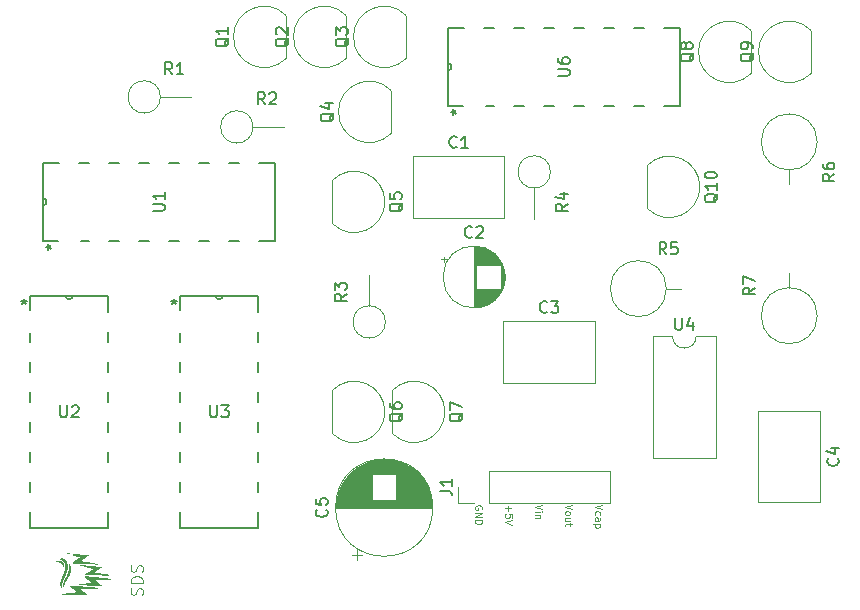
<source format=gbr>
%TF.GenerationSoftware,KiCad,Pcbnew,8.0.6*%
%TF.CreationDate,2024-12-10T23:47:37+05:30*%
%TF.ProjectId,PLL_type_2,504c4c5f-7479-4706-955f-322e6b696361,rev?*%
%TF.SameCoordinates,Original*%
%TF.FileFunction,Legend,Top*%
%TF.FilePolarity,Positive*%
%FSLAX46Y46*%
G04 Gerber Fmt 4.6, Leading zero omitted, Abs format (unit mm)*
G04 Created by KiCad (PCBNEW 8.0.6) date 2024-12-10 23:47:37*
%MOMM*%
%LPD*%
G01*
G04 APERTURE LIST*
%ADD10C,0.100000*%
%ADD11C,0.150000*%
%ADD12C,0.152400*%
%ADD13C,0.120000*%
%ADD14C,0.000000*%
G04 APERTURE END LIST*
D10*
X150538628Y-108174360D02*
X149938628Y-108374360D01*
X149938628Y-108374360D02*
X150538628Y-108574360D01*
X149938628Y-108774361D02*
X150338628Y-108774361D01*
X150538628Y-108774361D02*
X150510057Y-108745789D01*
X150510057Y-108745789D02*
X150481485Y-108774361D01*
X150481485Y-108774361D02*
X150510057Y-108802932D01*
X150510057Y-108802932D02*
X150538628Y-108774361D01*
X150538628Y-108774361D02*
X150481485Y-108774361D01*
X150338628Y-109060075D02*
X149938628Y-109060075D01*
X150281485Y-109060075D02*
X150310057Y-109088646D01*
X150310057Y-109088646D02*
X150338628Y-109145789D01*
X150338628Y-109145789D02*
X150338628Y-109231503D01*
X150338628Y-109231503D02*
X150310057Y-109288646D01*
X150310057Y-109288646D02*
X150252914Y-109317218D01*
X150252914Y-109317218D02*
X149938628Y-109317218D01*
X116664800Y-115821829D02*
X116712419Y-115678972D01*
X116712419Y-115678972D02*
X116712419Y-115440877D01*
X116712419Y-115440877D02*
X116664800Y-115345639D01*
X116664800Y-115345639D02*
X116617180Y-115298020D01*
X116617180Y-115298020D02*
X116521942Y-115250401D01*
X116521942Y-115250401D02*
X116426704Y-115250401D01*
X116426704Y-115250401D02*
X116331466Y-115298020D01*
X116331466Y-115298020D02*
X116283847Y-115345639D01*
X116283847Y-115345639D02*
X116236228Y-115440877D01*
X116236228Y-115440877D02*
X116188609Y-115631353D01*
X116188609Y-115631353D02*
X116140990Y-115726591D01*
X116140990Y-115726591D02*
X116093371Y-115774210D01*
X116093371Y-115774210D02*
X115998133Y-115821829D01*
X115998133Y-115821829D02*
X115902895Y-115821829D01*
X115902895Y-115821829D02*
X115807657Y-115774210D01*
X115807657Y-115774210D02*
X115760038Y-115726591D01*
X115760038Y-115726591D02*
X115712419Y-115631353D01*
X115712419Y-115631353D02*
X115712419Y-115393258D01*
X115712419Y-115393258D02*
X115760038Y-115250401D01*
X116712419Y-114821829D02*
X115712419Y-114821829D01*
X115712419Y-114821829D02*
X115712419Y-114583734D01*
X115712419Y-114583734D02*
X115760038Y-114440877D01*
X115760038Y-114440877D02*
X115855276Y-114345639D01*
X115855276Y-114345639D02*
X115950514Y-114298020D01*
X115950514Y-114298020D02*
X116140990Y-114250401D01*
X116140990Y-114250401D02*
X116283847Y-114250401D01*
X116283847Y-114250401D02*
X116474323Y-114298020D01*
X116474323Y-114298020D02*
X116569561Y-114345639D01*
X116569561Y-114345639D02*
X116664800Y-114440877D01*
X116664800Y-114440877D02*
X116712419Y-114583734D01*
X116712419Y-114583734D02*
X116712419Y-114821829D01*
X116664800Y-113869448D02*
X116712419Y-113726591D01*
X116712419Y-113726591D02*
X116712419Y-113488496D01*
X116712419Y-113488496D02*
X116664800Y-113393258D01*
X116664800Y-113393258D02*
X116617180Y-113345639D01*
X116617180Y-113345639D02*
X116521942Y-113298020D01*
X116521942Y-113298020D02*
X116426704Y-113298020D01*
X116426704Y-113298020D02*
X116331466Y-113345639D01*
X116331466Y-113345639D02*
X116283847Y-113393258D01*
X116283847Y-113393258D02*
X116236228Y-113488496D01*
X116236228Y-113488496D02*
X116188609Y-113678972D01*
X116188609Y-113678972D02*
X116140990Y-113774210D01*
X116140990Y-113774210D02*
X116093371Y-113821829D01*
X116093371Y-113821829D02*
X115998133Y-113869448D01*
X115998133Y-113869448D02*
X115902895Y-113869448D01*
X115902895Y-113869448D02*
X115807657Y-113821829D01*
X115807657Y-113821829D02*
X115760038Y-113774210D01*
X115760038Y-113774210D02*
X115712419Y-113678972D01*
X115712419Y-113678972D02*
X115712419Y-113440877D01*
X115712419Y-113440877D02*
X115760038Y-113298020D01*
X145430057Y-108574360D02*
X145458628Y-108517218D01*
X145458628Y-108517218D02*
X145458628Y-108431503D01*
X145458628Y-108431503D02*
X145430057Y-108345789D01*
X145430057Y-108345789D02*
X145372914Y-108288646D01*
X145372914Y-108288646D02*
X145315771Y-108260075D01*
X145315771Y-108260075D02*
X145201485Y-108231503D01*
X145201485Y-108231503D02*
X145115771Y-108231503D01*
X145115771Y-108231503D02*
X145001485Y-108260075D01*
X145001485Y-108260075D02*
X144944342Y-108288646D01*
X144944342Y-108288646D02*
X144887200Y-108345789D01*
X144887200Y-108345789D02*
X144858628Y-108431503D01*
X144858628Y-108431503D02*
X144858628Y-108488646D01*
X144858628Y-108488646D02*
X144887200Y-108574360D01*
X144887200Y-108574360D02*
X144915771Y-108602932D01*
X144915771Y-108602932D02*
X145115771Y-108602932D01*
X145115771Y-108602932D02*
X145115771Y-108488646D01*
X144858628Y-108860075D02*
X145458628Y-108860075D01*
X145458628Y-108860075D02*
X144858628Y-109202932D01*
X144858628Y-109202932D02*
X145458628Y-109202932D01*
X144858628Y-109488646D02*
X145458628Y-109488646D01*
X145458628Y-109488646D02*
X145458628Y-109631503D01*
X145458628Y-109631503D02*
X145430057Y-109717217D01*
X145430057Y-109717217D02*
X145372914Y-109774360D01*
X145372914Y-109774360D02*
X145315771Y-109802931D01*
X145315771Y-109802931D02*
X145201485Y-109831503D01*
X145201485Y-109831503D02*
X145115771Y-109831503D01*
X145115771Y-109831503D02*
X145001485Y-109802931D01*
X145001485Y-109802931D02*
X144944342Y-109774360D01*
X144944342Y-109774360D02*
X144887200Y-109717217D01*
X144887200Y-109717217D02*
X144858628Y-109631503D01*
X144858628Y-109631503D02*
X144858628Y-109488646D01*
X147627200Y-108260075D02*
X147627200Y-108717218D01*
X147398628Y-108488646D02*
X147855771Y-108488646D01*
X147998628Y-109288646D02*
X147998628Y-109002932D01*
X147998628Y-109002932D02*
X147712914Y-108974360D01*
X147712914Y-108974360D02*
X147741485Y-109002932D01*
X147741485Y-109002932D02*
X147770057Y-109060075D01*
X147770057Y-109060075D02*
X147770057Y-109202932D01*
X147770057Y-109202932D02*
X147741485Y-109260075D01*
X147741485Y-109260075D02*
X147712914Y-109288646D01*
X147712914Y-109288646D02*
X147655771Y-109317217D01*
X147655771Y-109317217D02*
X147512914Y-109317217D01*
X147512914Y-109317217D02*
X147455771Y-109288646D01*
X147455771Y-109288646D02*
X147427200Y-109260075D01*
X147427200Y-109260075D02*
X147398628Y-109202932D01*
X147398628Y-109202932D02*
X147398628Y-109060075D01*
X147398628Y-109060075D02*
X147427200Y-109002932D01*
X147427200Y-109002932D02*
X147455771Y-108974360D01*
X147998628Y-109488646D02*
X147398628Y-109688646D01*
X147398628Y-109688646D02*
X147998628Y-109888646D01*
X153078628Y-108174360D02*
X152478628Y-108374360D01*
X152478628Y-108374360D02*
X153078628Y-108574360D01*
X152478628Y-108860075D02*
X152507200Y-108802932D01*
X152507200Y-108802932D02*
X152535771Y-108774361D01*
X152535771Y-108774361D02*
X152592914Y-108745789D01*
X152592914Y-108745789D02*
X152764342Y-108745789D01*
X152764342Y-108745789D02*
X152821485Y-108774361D01*
X152821485Y-108774361D02*
X152850057Y-108802932D01*
X152850057Y-108802932D02*
X152878628Y-108860075D01*
X152878628Y-108860075D02*
X152878628Y-108945789D01*
X152878628Y-108945789D02*
X152850057Y-109002932D01*
X152850057Y-109002932D02*
X152821485Y-109031504D01*
X152821485Y-109031504D02*
X152764342Y-109060075D01*
X152764342Y-109060075D02*
X152592914Y-109060075D01*
X152592914Y-109060075D02*
X152535771Y-109031504D01*
X152535771Y-109031504D02*
X152507200Y-109002932D01*
X152507200Y-109002932D02*
X152478628Y-108945789D01*
X152478628Y-108945789D02*
X152478628Y-108860075D01*
X152878628Y-109574361D02*
X152478628Y-109574361D01*
X152878628Y-109317218D02*
X152564342Y-109317218D01*
X152564342Y-109317218D02*
X152507200Y-109345789D01*
X152507200Y-109345789D02*
X152478628Y-109402932D01*
X152478628Y-109402932D02*
X152478628Y-109488646D01*
X152478628Y-109488646D02*
X152507200Y-109545789D01*
X152507200Y-109545789D02*
X152535771Y-109574361D01*
X152878628Y-109774360D02*
X152878628Y-110002932D01*
X153078628Y-109860075D02*
X152564342Y-109860075D01*
X152564342Y-109860075D02*
X152507200Y-109888646D01*
X152507200Y-109888646D02*
X152478628Y-109945789D01*
X152478628Y-109945789D02*
X152478628Y-110002932D01*
X155618628Y-108174360D02*
X155018628Y-108374360D01*
X155018628Y-108374360D02*
X155618628Y-108574360D01*
X155047200Y-109031504D02*
X155018628Y-108974361D01*
X155018628Y-108974361D02*
X155018628Y-108860075D01*
X155018628Y-108860075D02*
X155047200Y-108802932D01*
X155047200Y-108802932D02*
X155075771Y-108774361D01*
X155075771Y-108774361D02*
X155132914Y-108745789D01*
X155132914Y-108745789D02*
X155304342Y-108745789D01*
X155304342Y-108745789D02*
X155361485Y-108774361D01*
X155361485Y-108774361D02*
X155390057Y-108802932D01*
X155390057Y-108802932D02*
X155418628Y-108860075D01*
X155418628Y-108860075D02*
X155418628Y-108974361D01*
X155418628Y-108974361D02*
X155390057Y-109031504D01*
X155018628Y-109545790D02*
X155332914Y-109545790D01*
X155332914Y-109545790D02*
X155390057Y-109517218D01*
X155390057Y-109517218D02*
X155418628Y-109460075D01*
X155418628Y-109460075D02*
X155418628Y-109345790D01*
X155418628Y-109345790D02*
X155390057Y-109288647D01*
X155047200Y-109545790D02*
X155018628Y-109488647D01*
X155018628Y-109488647D02*
X155018628Y-109345790D01*
X155018628Y-109345790D02*
X155047200Y-109288647D01*
X155047200Y-109288647D02*
X155104342Y-109260075D01*
X155104342Y-109260075D02*
X155161485Y-109260075D01*
X155161485Y-109260075D02*
X155218628Y-109288647D01*
X155218628Y-109288647D02*
X155247200Y-109345790D01*
X155247200Y-109345790D02*
X155247200Y-109488647D01*
X155247200Y-109488647D02*
X155275771Y-109545790D01*
X155418628Y-109831504D02*
X154818628Y-109831504D01*
X155390057Y-109831504D02*
X155418628Y-109888647D01*
X155418628Y-109888647D02*
X155418628Y-110002932D01*
X155418628Y-110002932D02*
X155390057Y-110060075D01*
X155390057Y-110060075D02*
X155361485Y-110088647D01*
X155361485Y-110088647D02*
X155304342Y-110117218D01*
X155304342Y-110117218D02*
X155132914Y-110117218D01*
X155132914Y-110117218D02*
X155075771Y-110088647D01*
X155075771Y-110088647D02*
X155047200Y-110060075D01*
X155047200Y-110060075D02*
X155018628Y-110002932D01*
X155018628Y-110002932D02*
X155018628Y-109888647D01*
X155018628Y-109888647D02*
X155047200Y-109831504D01*
D11*
X122428095Y-99784819D02*
X122428095Y-100594342D01*
X122428095Y-100594342D02*
X122475714Y-100689580D01*
X122475714Y-100689580D02*
X122523333Y-100737200D01*
X122523333Y-100737200D02*
X122618571Y-100784819D01*
X122618571Y-100784819D02*
X122809047Y-100784819D01*
X122809047Y-100784819D02*
X122904285Y-100737200D01*
X122904285Y-100737200D02*
X122951904Y-100689580D01*
X122951904Y-100689580D02*
X122999523Y-100594342D01*
X122999523Y-100594342D02*
X122999523Y-99784819D01*
X123380476Y-99784819D02*
X123999523Y-99784819D01*
X123999523Y-99784819D02*
X123666190Y-100165771D01*
X123666190Y-100165771D02*
X123809047Y-100165771D01*
X123809047Y-100165771D02*
X123904285Y-100213390D01*
X123904285Y-100213390D02*
X123951904Y-100261009D01*
X123951904Y-100261009D02*
X123999523Y-100356247D01*
X123999523Y-100356247D02*
X123999523Y-100594342D01*
X123999523Y-100594342D02*
X123951904Y-100689580D01*
X123951904Y-100689580D02*
X123904285Y-100737200D01*
X123904285Y-100737200D02*
X123809047Y-100784819D01*
X123809047Y-100784819D02*
X123523333Y-100784819D01*
X123523333Y-100784819D02*
X123428095Y-100737200D01*
X123428095Y-100737200D02*
X123380476Y-100689580D01*
X119380000Y-90755119D02*
X119380000Y-90993214D01*
X119141905Y-90897976D02*
X119380000Y-90993214D01*
X119380000Y-90993214D02*
X119618095Y-90897976D01*
X119237143Y-91183690D02*
X119380000Y-90993214D01*
X119380000Y-90993214D02*
X119522857Y-91183690D01*
X119380000Y-90755119D02*
X119380000Y-90993214D01*
X119141905Y-90897976D02*
X119380000Y-90993214D01*
X119380000Y-90993214D02*
X119618095Y-90897976D01*
X119237143Y-91183690D02*
X119380000Y-90993214D01*
X119380000Y-90993214D02*
X119522857Y-91183690D01*
X161048833Y-86977119D02*
X160715500Y-86500928D01*
X160477405Y-86977119D02*
X160477405Y-85977119D01*
X160477405Y-85977119D02*
X160858357Y-85977119D01*
X160858357Y-85977119D02*
X160953595Y-86024738D01*
X160953595Y-86024738D02*
X161001214Y-86072357D01*
X161001214Y-86072357D02*
X161048833Y-86167595D01*
X161048833Y-86167595D02*
X161048833Y-86310452D01*
X161048833Y-86310452D02*
X161001214Y-86405690D01*
X161001214Y-86405690D02*
X160953595Y-86453309D01*
X160953595Y-86453309D02*
X160858357Y-86500928D01*
X160858357Y-86500928D02*
X160477405Y-86500928D01*
X161953595Y-85977119D02*
X161477405Y-85977119D01*
X161477405Y-85977119D02*
X161429786Y-86453309D01*
X161429786Y-86453309D02*
X161477405Y-86405690D01*
X161477405Y-86405690D02*
X161572643Y-86358071D01*
X161572643Y-86358071D02*
X161810738Y-86358071D01*
X161810738Y-86358071D02*
X161905976Y-86405690D01*
X161905976Y-86405690D02*
X161953595Y-86453309D01*
X161953595Y-86453309D02*
X162001214Y-86548547D01*
X162001214Y-86548547D02*
X162001214Y-86786642D01*
X162001214Y-86786642D02*
X161953595Y-86881880D01*
X161953595Y-86881880D02*
X161905976Y-86929500D01*
X161905976Y-86929500D02*
X161810738Y-86977119D01*
X161810738Y-86977119D02*
X161572643Y-86977119D01*
X161572643Y-86977119D02*
X161477405Y-86929500D01*
X161477405Y-86929500D02*
X161429786Y-86881880D01*
X151854819Y-71881904D02*
X152664342Y-71881904D01*
X152664342Y-71881904D02*
X152759580Y-71834285D01*
X152759580Y-71834285D02*
X152807200Y-71786666D01*
X152807200Y-71786666D02*
X152854819Y-71691428D01*
X152854819Y-71691428D02*
X152854819Y-71500952D01*
X152854819Y-71500952D02*
X152807200Y-71405714D01*
X152807200Y-71405714D02*
X152759580Y-71358095D01*
X152759580Y-71358095D02*
X152664342Y-71310476D01*
X152664342Y-71310476D02*
X151854819Y-71310476D01*
X151854819Y-70405714D02*
X151854819Y-70596190D01*
X151854819Y-70596190D02*
X151902438Y-70691428D01*
X151902438Y-70691428D02*
X151950057Y-70739047D01*
X151950057Y-70739047D02*
X152092914Y-70834285D01*
X152092914Y-70834285D02*
X152283390Y-70881904D01*
X152283390Y-70881904D02*
X152664342Y-70881904D01*
X152664342Y-70881904D02*
X152759580Y-70834285D01*
X152759580Y-70834285D02*
X152807200Y-70786666D01*
X152807200Y-70786666D02*
X152854819Y-70691428D01*
X152854819Y-70691428D02*
X152854819Y-70500952D01*
X152854819Y-70500952D02*
X152807200Y-70405714D01*
X152807200Y-70405714D02*
X152759580Y-70358095D01*
X152759580Y-70358095D02*
X152664342Y-70310476D01*
X152664342Y-70310476D02*
X152426247Y-70310476D01*
X152426247Y-70310476D02*
X152331009Y-70358095D01*
X152331009Y-70358095D02*
X152283390Y-70405714D01*
X152283390Y-70405714D02*
X152235771Y-70500952D01*
X152235771Y-70500952D02*
X152235771Y-70691428D01*
X152235771Y-70691428D02*
X152283390Y-70786666D01*
X152283390Y-70786666D02*
X152331009Y-70834285D01*
X152331009Y-70834285D02*
X152426247Y-70881904D01*
X142825119Y-74929999D02*
X143063214Y-74929999D01*
X142967976Y-75168094D02*
X143063214Y-74929999D01*
X143063214Y-74929999D02*
X142967976Y-74691904D01*
X143253690Y-75072856D02*
X143063214Y-74929999D01*
X143063214Y-74929999D02*
X143253690Y-74787142D01*
X142825119Y-74929999D02*
X143063214Y-74929999D01*
X142967976Y-75168094D02*
X143063214Y-74929999D01*
X143063214Y-74929999D02*
X142967976Y-74691904D01*
X143253690Y-75072856D02*
X143063214Y-74929999D01*
X143063214Y-74929999D02*
X143253690Y-74787142D01*
X168534819Y-89811666D02*
X168058628Y-90144999D01*
X168534819Y-90383094D02*
X167534819Y-90383094D01*
X167534819Y-90383094D02*
X167534819Y-90002142D01*
X167534819Y-90002142D02*
X167582438Y-89906904D01*
X167582438Y-89906904D02*
X167630057Y-89859285D01*
X167630057Y-89859285D02*
X167725295Y-89811666D01*
X167725295Y-89811666D02*
X167868152Y-89811666D01*
X167868152Y-89811666D02*
X167963390Y-89859285D01*
X167963390Y-89859285D02*
X168011009Y-89906904D01*
X168011009Y-89906904D02*
X168058628Y-90002142D01*
X168058628Y-90002142D02*
X168058628Y-90383094D01*
X167534819Y-89478332D02*
X167534819Y-88811666D01*
X167534819Y-88811666D02*
X168534819Y-89240237D01*
X175559580Y-104266666D02*
X175607200Y-104314285D01*
X175607200Y-104314285D02*
X175654819Y-104457142D01*
X175654819Y-104457142D02*
X175654819Y-104552380D01*
X175654819Y-104552380D02*
X175607200Y-104695237D01*
X175607200Y-104695237D02*
X175511961Y-104790475D01*
X175511961Y-104790475D02*
X175416723Y-104838094D01*
X175416723Y-104838094D02*
X175226247Y-104885713D01*
X175226247Y-104885713D02*
X175083390Y-104885713D01*
X175083390Y-104885713D02*
X174892914Y-104838094D01*
X174892914Y-104838094D02*
X174797676Y-104790475D01*
X174797676Y-104790475D02*
X174702438Y-104695237D01*
X174702438Y-104695237D02*
X174654819Y-104552380D01*
X174654819Y-104552380D02*
X174654819Y-104457142D01*
X174654819Y-104457142D02*
X174702438Y-104314285D01*
X174702438Y-104314285D02*
X174750057Y-104266666D01*
X174988152Y-103409523D02*
X175654819Y-103409523D01*
X174607200Y-103647618D02*
X175321485Y-103885713D01*
X175321485Y-103885713D02*
X175321485Y-103266666D01*
X138730057Y-100425238D02*
X138682438Y-100520476D01*
X138682438Y-100520476D02*
X138587200Y-100615714D01*
X138587200Y-100615714D02*
X138444342Y-100758571D01*
X138444342Y-100758571D02*
X138396723Y-100853809D01*
X138396723Y-100853809D02*
X138396723Y-100949047D01*
X138634819Y-100901428D02*
X138587200Y-100996666D01*
X138587200Y-100996666D02*
X138491961Y-101091904D01*
X138491961Y-101091904D02*
X138301485Y-101139523D01*
X138301485Y-101139523D02*
X137968152Y-101139523D01*
X137968152Y-101139523D02*
X137777676Y-101091904D01*
X137777676Y-101091904D02*
X137682438Y-100996666D01*
X137682438Y-100996666D02*
X137634819Y-100901428D01*
X137634819Y-100901428D02*
X137634819Y-100710952D01*
X137634819Y-100710952D02*
X137682438Y-100615714D01*
X137682438Y-100615714D02*
X137777676Y-100520476D01*
X137777676Y-100520476D02*
X137968152Y-100472857D01*
X137968152Y-100472857D02*
X138301485Y-100472857D01*
X138301485Y-100472857D02*
X138491961Y-100520476D01*
X138491961Y-100520476D02*
X138587200Y-100615714D01*
X138587200Y-100615714D02*
X138634819Y-100710952D01*
X138634819Y-100710952D02*
X138634819Y-100901428D01*
X137634819Y-99615714D02*
X137634819Y-99806190D01*
X137634819Y-99806190D02*
X137682438Y-99901428D01*
X137682438Y-99901428D02*
X137730057Y-99949047D01*
X137730057Y-99949047D02*
X137872914Y-100044285D01*
X137872914Y-100044285D02*
X138063390Y-100091904D01*
X138063390Y-100091904D02*
X138444342Y-100091904D01*
X138444342Y-100091904D02*
X138539580Y-100044285D01*
X138539580Y-100044285D02*
X138587200Y-99996666D01*
X138587200Y-99996666D02*
X138634819Y-99901428D01*
X138634819Y-99901428D02*
X138634819Y-99710952D01*
X138634819Y-99710952D02*
X138587200Y-99615714D01*
X138587200Y-99615714D02*
X138539580Y-99568095D01*
X138539580Y-99568095D02*
X138444342Y-99520476D01*
X138444342Y-99520476D02*
X138206247Y-99520476D01*
X138206247Y-99520476D02*
X138111009Y-99568095D01*
X138111009Y-99568095D02*
X138063390Y-99615714D01*
X138063390Y-99615714D02*
X138015771Y-99710952D01*
X138015771Y-99710952D02*
X138015771Y-99901428D01*
X138015771Y-99901428D02*
X138063390Y-99996666D01*
X138063390Y-99996666D02*
X138111009Y-100044285D01*
X138111009Y-100044285D02*
X138206247Y-100091904D01*
X119213333Y-71744819D02*
X118880000Y-71268628D01*
X118641905Y-71744819D02*
X118641905Y-70744819D01*
X118641905Y-70744819D02*
X119022857Y-70744819D01*
X119022857Y-70744819D02*
X119118095Y-70792438D01*
X119118095Y-70792438D02*
X119165714Y-70840057D01*
X119165714Y-70840057D02*
X119213333Y-70935295D01*
X119213333Y-70935295D02*
X119213333Y-71078152D01*
X119213333Y-71078152D02*
X119165714Y-71173390D01*
X119165714Y-71173390D02*
X119118095Y-71221009D01*
X119118095Y-71221009D02*
X119022857Y-71268628D01*
X119022857Y-71268628D02*
X118641905Y-71268628D01*
X120165714Y-71744819D02*
X119594286Y-71744819D01*
X119880000Y-71744819D02*
X119880000Y-70744819D01*
X119880000Y-70744819D02*
X119784762Y-70887676D01*
X119784762Y-70887676D02*
X119689524Y-70982914D01*
X119689524Y-70982914D02*
X119594286Y-71030533D01*
X152684819Y-82716666D02*
X152208628Y-83049999D01*
X152684819Y-83288094D02*
X151684819Y-83288094D01*
X151684819Y-83288094D02*
X151684819Y-82907142D01*
X151684819Y-82907142D02*
X151732438Y-82811904D01*
X151732438Y-82811904D02*
X151780057Y-82764285D01*
X151780057Y-82764285D02*
X151875295Y-82716666D01*
X151875295Y-82716666D02*
X152018152Y-82716666D01*
X152018152Y-82716666D02*
X152113390Y-82764285D01*
X152113390Y-82764285D02*
X152161009Y-82811904D01*
X152161009Y-82811904D02*
X152208628Y-82907142D01*
X152208628Y-82907142D02*
X152208628Y-83288094D01*
X152018152Y-81859523D02*
X152684819Y-81859523D01*
X151637200Y-82097618D02*
X152351485Y-82335713D01*
X152351485Y-82335713D02*
X152351485Y-81716666D01*
X123990057Y-68675238D02*
X123942438Y-68770476D01*
X123942438Y-68770476D02*
X123847200Y-68865714D01*
X123847200Y-68865714D02*
X123704342Y-69008571D01*
X123704342Y-69008571D02*
X123656723Y-69103809D01*
X123656723Y-69103809D02*
X123656723Y-69199047D01*
X123894819Y-69151428D02*
X123847200Y-69246666D01*
X123847200Y-69246666D02*
X123751961Y-69341904D01*
X123751961Y-69341904D02*
X123561485Y-69389523D01*
X123561485Y-69389523D02*
X123228152Y-69389523D01*
X123228152Y-69389523D02*
X123037676Y-69341904D01*
X123037676Y-69341904D02*
X122942438Y-69246666D01*
X122942438Y-69246666D02*
X122894819Y-69151428D01*
X122894819Y-69151428D02*
X122894819Y-68960952D01*
X122894819Y-68960952D02*
X122942438Y-68865714D01*
X122942438Y-68865714D02*
X123037676Y-68770476D01*
X123037676Y-68770476D02*
X123228152Y-68722857D01*
X123228152Y-68722857D02*
X123561485Y-68722857D01*
X123561485Y-68722857D02*
X123751961Y-68770476D01*
X123751961Y-68770476D02*
X123847200Y-68865714D01*
X123847200Y-68865714D02*
X123894819Y-68960952D01*
X123894819Y-68960952D02*
X123894819Y-69151428D01*
X123894819Y-67770476D02*
X123894819Y-68341904D01*
X123894819Y-68056190D02*
X122894819Y-68056190D01*
X122894819Y-68056190D02*
X123037676Y-68151428D01*
X123037676Y-68151428D02*
X123132914Y-68246666D01*
X123132914Y-68246666D02*
X123180533Y-68341904D01*
X132880057Y-75025238D02*
X132832438Y-75120476D01*
X132832438Y-75120476D02*
X132737200Y-75215714D01*
X132737200Y-75215714D02*
X132594342Y-75358571D01*
X132594342Y-75358571D02*
X132546723Y-75453809D01*
X132546723Y-75453809D02*
X132546723Y-75549047D01*
X132784819Y-75501428D02*
X132737200Y-75596666D01*
X132737200Y-75596666D02*
X132641961Y-75691904D01*
X132641961Y-75691904D02*
X132451485Y-75739523D01*
X132451485Y-75739523D02*
X132118152Y-75739523D01*
X132118152Y-75739523D02*
X131927676Y-75691904D01*
X131927676Y-75691904D02*
X131832438Y-75596666D01*
X131832438Y-75596666D02*
X131784819Y-75501428D01*
X131784819Y-75501428D02*
X131784819Y-75310952D01*
X131784819Y-75310952D02*
X131832438Y-75215714D01*
X131832438Y-75215714D02*
X131927676Y-75120476D01*
X131927676Y-75120476D02*
X132118152Y-75072857D01*
X132118152Y-75072857D02*
X132451485Y-75072857D01*
X132451485Y-75072857D02*
X132641961Y-75120476D01*
X132641961Y-75120476D02*
X132737200Y-75215714D01*
X132737200Y-75215714D02*
X132784819Y-75310952D01*
X132784819Y-75310952D02*
X132784819Y-75501428D01*
X132118152Y-74215714D02*
X132784819Y-74215714D01*
X131737200Y-74453809D02*
X132451485Y-74691904D01*
X132451485Y-74691904D02*
X132451485Y-74072857D01*
X109728095Y-99784819D02*
X109728095Y-100594342D01*
X109728095Y-100594342D02*
X109775714Y-100689580D01*
X109775714Y-100689580D02*
X109823333Y-100737200D01*
X109823333Y-100737200D02*
X109918571Y-100784819D01*
X109918571Y-100784819D02*
X110109047Y-100784819D01*
X110109047Y-100784819D02*
X110204285Y-100737200D01*
X110204285Y-100737200D02*
X110251904Y-100689580D01*
X110251904Y-100689580D02*
X110299523Y-100594342D01*
X110299523Y-100594342D02*
X110299523Y-99784819D01*
X110728095Y-99880057D02*
X110775714Y-99832438D01*
X110775714Y-99832438D02*
X110870952Y-99784819D01*
X110870952Y-99784819D02*
X111109047Y-99784819D01*
X111109047Y-99784819D02*
X111204285Y-99832438D01*
X111204285Y-99832438D02*
X111251904Y-99880057D01*
X111251904Y-99880057D02*
X111299523Y-99975295D01*
X111299523Y-99975295D02*
X111299523Y-100070533D01*
X111299523Y-100070533D02*
X111251904Y-100213390D01*
X111251904Y-100213390D02*
X110680476Y-100784819D01*
X110680476Y-100784819D02*
X111299523Y-100784819D01*
X106680000Y-90755119D02*
X106680000Y-90993214D01*
X106441905Y-90897976D02*
X106680000Y-90993214D01*
X106680000Y-90993214D02*
X106918095Y-90897976D01*
X106537143Y-91183690D02*
X106680000Y-90993214D01*
X106680000Y-90993214D02*
X106822857Y-91183690D01*
X106680000Y-90755119D02*
X106680000Y-90993214D01*
X106441905Y-90897976D02*
X106680000Y-90993214D01*
X106680000Y-90993214D02*
X106918095Y-90897976D01*
X106537143Y-91183690D02*
X106680000Y-90993214D01*
X106680000Y-90993214D02*
X106822857Y-91183690D01*
X129070057Y-68675238D02*
X129022438Y-68770476D01*
X129022438Y-68770476D02*
X128927200Y-68865714D01*
X128927200Y-68865714D02*
X128784342Y-69008571D01*
X128784342Y-69008571D02*
X128736723Y-69103809D01*
X128736723Y-69103809D02*
X128736723Y-69199047D01*
X128974819Y-69151428D02*
X128927200Y-69246666D01*
X128927200Y-69246666D02*
X128831961Y-69341904D01*
X128831961Y-69341904D02*
X128641485Y-69389523D01*
X128641485Y-69389523D02*
X128308152Y-69389523D01*
X128308152Y-69389523D02*
X128117676Y-69341904D01*
X128117676Y-69341904D02*
X128022438Y-69246666D01*
X128022438Y-69246666D02*
X127974819Y-69151428D01*
X127974819Y-69151428D02*
X127974819Y-68960952D01*
X127974819Y-68960952D02*
X128022438Y-68865714D01*
X128022438Y-68865714D02*
X128117676Y-68770476D01*
X128117676Y-68770476D02*
X128308152Y-68722857D01*
X128308152Y-68722857D02*
X128641485Y-68722857D01*
X128641485Y-68722857D02*
X128831961Y-68770476D01*
X128831961Y-68770476D02*
X128927200Y-68865714D01*
X128927200Y-68865714D02*
X128974819Y-68960952D01*
X128974819Y-68960952D02*
X128974819Y-69151428D01*
X128070057Y-68341904D02*
X128022438Y-68294285D01*
X128022438Y-68294285D02*
X127974819Y-68199047D01*
X127974819Y-68199047D02*
X127974819Y-67960952D01*
X127974819Y-67960952D02*
X128022438Y-67865714D01*
X128022438Y-67865714D02*
X128070057Y-67818095D01*
X128070057Y-67818095D02*
X128165295Y-67770476D01*
X128165295Y-67770476D02*
X128260533Y-67770476D01*
X128260533Y-67770476D02*
X128403390Y-67818095D01*
X128403390Y-67818095D02*
X128974819Y-68389523D01*
X128974819Y-68389523D02*
X128974819Y-67770476D01*
X163360057Y-69945238D02*
X163312438Y-70040476D01*
X163312438Y-70040476D02*
X163217200Y-70135714D01*
X163217200Y-70135714D02*
X163074342Y-70278571D01*
X163074342Y-70278571D02*
X163026723Y-70373809D01*
X163026723Y-70373809D02*
X163026723Y-70469047D01*
X163264819Y-70421428D02*
X163217200Y-70516666D01*
X163217200Y-70516666D02*
X163121961Y-70611904D01*
X163121961Y-70611904D02*
X162931485Y-70659523D01*
X162931485Y-70659523D02*
X162598152Y-70659523D01*
X162598152Y-70659523D02*
X162407676Y-70611904D01*
X162407676Y-70611904D02*
X162312438Y-70516666D01*
X162312438Y-70516666D02*
X162264819Y-70421428D01*
X162264819Y-70421428D02*
X162264819Y-70230952D01*
X162264819Y-70230952D02*
X162312438Y-70135714D01*
X162312438Y-70135714D02*
X162407676Y-70040476D01*
X162407676Y-70040476D02*
X162598152Y-69992857D01*
X162598152Y-69992857D02*
X162931485Y-69992857D01*
X162931485Y-69992857D02*
X163121961Y-70040476D01*
X163121961Y-70040476D02*
X163217200Y-70135714D01*
X163217200Y-70135714D02*
X163264819Y-70230952D01*
X163264819Y-70230952D02*
X163264819Y-70421428D01*
X162693390Y-69421428D02*
X162645771Y-69516666D01*
X162645771Y-69516666D02*
X162598152Y-69564285D01*
X162598152Y-69564285D02*
X162502914Y-69611904D01*
X162502914Y-69611904D02*
X162455295Y-69611904D01*
X162455295Y-69611904D02*
X162360057Y-69564285D01*
X162360057Y-69564285D02*
X162312438Y-69516666D01*
X162312438Y-69516666D02*
X162264819Y-69421428D01*
X162264819Y-69421428D02*
X162264819Y-69230952D01*
X162264819Y-69230952D02*
X162312438Y-69135714D01*
X162312438Y-69135714D02*
X162360057Y-69088095D01*
X162360057Y-69088095D02*
X162455295Y-69040476D01*
X162455295Y-69040476D02*
X162502914Y-69040476D01*
X162502914Y-69040476D02*
X162598152Y-69088095D01*
X162598152Y-69088095D02*
X162645771Y-69135714D01*
X162645771Y-69135714D02*
X162693390Y-69230952D01*
X162693390Y-69230952D02*
X162693390Y-69421428D01*
X162693390Y-69421428D02*
X162741009Y-69516666D01*
X162741009Y-69516666D02*
X162788628Y-69564285D01*
X162788628Y-69564285D02*
X162883866Y-69611904D01*
X162883866Y-69611904D02*
X163074342Y-69611904D01*
X163074342Y-69611904D02*
X163169580Y-69564285D01*
X163169580Y-69564285D02*
X163217200Y-69516666D01*
X163217200Y-69516666D02*
X163264819Y-69421428D01*
X163264819Y-69421428D02*
X163264819Y-69230952D01*
X163264819Y-69230952D02*
X163217200Y-69135714D01*
X163217200Y-69135714D02*
X163169580Y-69088095D01*
X163169580Y-69088095D02*
X163074342Y-69040476D01*
X163074342Y-69040476D02*
X162883866Y-69040476D01*
X162883866Y-69040476D02*
X162788628Y-69088095D01*
X162788628Y-69088095D02*
X162741009Y-69135714D01*
X162741009Y-69135714D02*
X162693390Y-69230952D01*
X143810057Y-100425238D02*
X143762438Y-100520476D01*
X143762438Y-100520476D02*
X143667200Y-100615714D01*
X143667200Y-100615714D02*
X143524342Y-100758571D01*
X143524342Y-100758571D02*
X143476723Y-100853809D01*
X143476723Y-100853809D02*
X143476723Y-100949047D01*
X143714819Y-100901428D02*
X143667200Y-100996666D01*
X143667200Y-100996666D02*
X143571961Y-101091904D01*
X143571961Y-101091904D02*
X143381485Y-101139523D01*
X143381485Y-101139523D02*
X143048152Y-101139523D01*
X143048152Y-101139523D02*
X142857676Y-101091904D01*
X142857676Y-101091904D02*
X142762438Y-100996666D01*
X142762438Y-100996666D02*
X142714819Y-100901428D01*
X142714819Y-100901428D02*
X142714819Y-100710952D01*
X142714819Y-100710952D02*
X142762438Y-100615714D01*
X142762438Y-100615714D02*
X142857676Y-100520476D01*
X142857676Y-100520476D02*
X143048152Y-100472857D01*
X143048152Y-100472857D02*
X143381485Y-100472857D01*
X143381485Y-100472857D02*
X143571961Y-100520476D01*
X143571961Y-100520476D02*
X143667200Y-100615714D01*
X143667200Y-100615714D02*
X143714819Y-100710952D01*
X143714819Y-100710952D02*
X143714819Y-100901428D01*
X142714819Y-100139523D02*
X142714819Y-99472857D01*
X142714819Y-99472857D02*
X143714819Y-99901428D01*
X165400057Y-81851428D02*
X165352438Y-81946666D01*
X165352438Y-81946666D02*
X165257200Y-82041904D01*
X165257200Y-82041904D02*
X165114342Y-82184761D01*
X165114342Y-82184761D02*
X165066723Y-82279999D01*
X165066723Y-82279999D02*
X165066723Y-82375237D01*
X165304819Y-82327618D02*
X165257200Y-82422856D01*
X165257200Y-82422856D02*
X165161961Y-82518094D01*
X165161961Y-82518094D02*
X164971485Y-82565713D01*
X164971485Y-82565713D02*
X164638152Y-82565713D01*
X164638152Y-82565713D02*
X164447676Y-82518094D01*
X164447676Y-82518094D02*
X164352438Y-82422856D01*
X164352438Y-82422856D02*
X164304819Y-82327618D01*
X164304819Y-82327618D02*
X164304819Y-82137142D01*
X164304819Y-82137142D02*
X164352438Y-82041904D01*
X164352438Y-82041904D02*
X164447676Y-81946666D01*
X164447676Y-81946666D02*
X164638152Y-81899047D01*
X164638152Y-81899047D02*
X164971485Y-81899047D01*
X164971485Y-81899047D02*
X165161961Y-81946666D01*
X165161961Y-81946666D02*
X165257200Y-82041904D01*
X165257200Y-82041904D02*
X165304819Y-82137142D01*
X165304819Y-82137142D02*
X165304819Y-82327618D01*
X165304819Y-80946666D02*
X165304819Y-81518094D01*
X165304819Y-81232380D02*
X164304819Y-81232380D01*
X164304819Y-81232380D02*
X164447676Y-81327618D01*
X164447676Y-81327618D02*
X164542914Y-81422856D01*
X164542914Y-81422856D02*
X164590533Y-81518094D01*
X164304819Y-80327618D02*
X164304819Y-80232380D01*
X164304819Y-80232380D02*
X164352438Y-80137142D01*
X164352438Y-80137142D02*
X164400057Y-80089523D01*
X164400057Y-80089523D02*
X164495295Y-80041904D01*
X164495295Y-80041904D02*
X164685771Y-79994285D01*
X164685771Y-79994285D02*
X164923866Y-79994285D01*
X164923866Y-79994285D02*
X165114342Y-80041904D01*
X165114342Y-80041904D02*
X165209580Y-80089523D01*
X165209580Y-80089523D02*
X165257200Y-80137142D01*
X165257200Y-80137142D02*
X165304819Y-80232380D01*
X165304819Y-80232380D02*
X165304819Y-80327618D01*
X165304819Y-80327618D02*
X165257200Y-80422856D01*
X165257200Y-80422856D02*
X165209580Y-80470475D01*
X165209580Y-80470475D02*
X165114342Y-80518094D01*
X165114342Y-80518094D02*
X164923866Y-80565713D01*
X164923866Y-80565713D02*
X164685771Y-80565713D01*
X164685771Y-80565713D02*
X164495295Y-80518094D01*
X164495295Y-80518094D02*
X164400057Y-80470475D01*
X164400057Y-80470475D02*
X164352438Y-80422856D01*
X164352438Y-80422856D02*
X164304819Y-80327618D01*
X133974819Y-90336666D02*
X133498628Y-90669999D01*
X133974819Y-90908094D02*
X132974819Y-90908094D01*
X132974819Y-90908094D02*
X132974819Y-90527142D01*
X132974819Y-90527142D02*
X133022438Y-90431904D01*
X133022438Y-90431904D02*
X133070057Y-90384285D01*
X133070057Y-90384285D02*
X133165295Y-90336666D01*
X133165295Y-90336666D02*
X133308152Y-90336666D01*
X133308152Y-90336666D02*
X133403390Y-90384285D01*
X133403390Y-90384285D02*
X133451009Y-90431904D01*
X133451009Y-90431904D02*
X133498628Y-90527142D01*
X133498628Y-90527142D02*
X133498628Y-90908094D01*
X132974819Y-90003332D02*
X132974819Y-89384285D01*
X132974819Y-89384285D02*
X133355771Y-89717618D01*
X133355771Y-89717618D02*
X133355771Y-89574761D01*
X133355771Y-89574761D02*
X133403390Y-89479523D01*
X133403390Y-89479523D02*
X133451009Y-89431904D01*
X133451009Y-89431904D02*
X133546247Y-89384285D01*
X133546247Y-89384285D02*
X133784342Y-89384285D01*
X133784342Y-89384285D02*
X133879580Y-89431904D01*
X133879580Y-89431904D02*
X133927200Y-89479523D01*
X133927200Y-89479523D02*
X133974819Y-89574761D01*
X133974819Y-89574761D02*
X133974819Y-89860475D01*
X133974819Y-89860475D02*
X133927200Y-89955713D01*
X133927200Y-89955713D02*
X133879580Y-90003332D01*
X168440057Y-69945238D02*
X168392438Y-70040476D01*
X168392438Y-70040476D02*
X168297200Y-70135714D01*
X168297200Y-70135714D02*
X168154342Y-70278571D01*
X168154342Y-70278571D02*
X168106723Y-70373809D01*
X168106723Y-70373809D02*
X168106723Y-70469047D01*
X168344819Y-70421428D02*
X168297200Y-70516666D01*
X168297200Y-70516666D02*
X168201961Y-70611904D01*
X168201961Y-70611904D02*
X168011485Y-70659523D01*
X168011485Y-70659523D02*
X167678152Y-70659523D01*
X167678152Y-70659523D02*
X167487676Y-70611904D01*
X167487676Y-70611904D02*
X167392438Y-70516666D01*
X167392438Y-70516666D02*
X167344819Y-70421428D01*
X167344819Y-70421428D02*
X167344819Y-70230952D01*
X167344819Y-70230952D02*
X167392438Y-70135714D01*
X167392438Y-70135714D02*
X167487676Y-70040476D01*
X167487676Y-70040476D02*
X167678152Y-69992857D01*
X167678152Y-69992857D02*
X168011485Y-69992857D01*
X168011485Y-69992857D02*
X168201961Y-70040476D01*
X168201961Y-70040476D02*
X168297200Y-70135714D01*
X168297200Y-70135714D02*
X168344819Y-70230952D01*
X168344819Y-70230952D02*
X168344819Y-70421428D01*
X168344819Y-69516666D02*
X168344819Y-69326190D01*
X168344819Y-69326190D02*
X168297200Y-69230952D01*
X168297200Y-69230952D02*
X168249580Y-69183333D01*
X168249580Y-69183333D02*
X168106723Y-69088095D01*
X168106723Y-69088095D02*
X167916247Y-69040476D01*
X167916247Y-69040476D02*
X167535295Y-69040476D01*
X167535295Y-69040476D02*
X167440057Y-69088095D01*
X167440057Y-69088095D02*
X167392438Y-69135714D01*
X167392438Y-69135714D02*
X167344819Y-69230952D01*
X167344819Y-69230952D02*
X167344819Y-69421428D01*
X167344819Y-69421428D02*
X167392438Y-69516666D01*
X167392438Y-69516666D02*
X167440057Y-69564285D01*
X167440057Y-69564285D02*
X167535295Y-69611904D01*
X167535295Y-69611904D02*
X167773390Y-69611904D01*
X167773390Y-69611904D02*
X167868628Y-69564285D01*
X167868628Y-69564285D02*
X167916247Y-69516666D01*
X167916247Y-69516666D02*
X167963866Y-69421428D01*
X167963866Y-69421428D02*
X167963866Y-69230952D01*
X167963866Y-69230952D02*
X167916247Y-69135714D01*
X167916247Y-69135714D02*
X167868628Y-69088095D01*
X167868628Y-69088095D02*
X167773390Y-69040476D01*
X132269580Y-108596666D02*
X132317200Y-108644285D01*
X132317200Y-108644285D02*
X132364819Y-108787142D01*
X132364819Y-108787142D02*
X132364819Y-108882380D01*
X132364819Y-108882380D02*
X132317200Y-109025237D01*
X132317200Y-109025237D02*
X132221961Y-109120475D01*
X132221961Y-109120475D02*
X132126723Y-109168094D01*
X132126723Y-109168094D02*
X131936247Y-109215713D01*
X131936247Y-109215713D02*
X131793390Y-109215713D01*
X131793390Y-109215713D02*
X131602914Y-109168094D01*
X131602914Y-109168094D02*
X131507676Y-109120475D01*
X131507676Y-109120475D02*
X131412438Y-109025237D01*
X131412438Y-109025237D02*
X131364819Y-108882380D01*
X131364819Y-108882380D02*
X131364819Y-108787142D01*
X131364819Y-108787142D02*
X131412438Y-108644285D01*
X131412438Y-108644285D02*
X131460057Y-108596666D01*
X131364819Y-107691904D02*
X131364819Y-108168094D01*
X131364819Y-108168094D02*
X131841009Y-108215713D01*
X131841009Y-108215713D02*
X131793390Y-108168094D01*
X131793390Y-108168094D02*
X131745771Y-108072856D01*
X131745771Y-108072856D02*
X131745771Y-107834761D01*
X131745771Y-107834761D02*
X131793390Y-107739523D01*
X131793390Y-107739523D02*
X131841009Y-107691904D01*
X131841009Y-107691904D02*
X131936247Y-107644285D01*
X131936247Y-107644285D02*
X132174342Y-107644285D01*
X132174342Y-107644285D02*
X132269580Y-107691904D01*
X132269580Y-107691904D02*
X132317200Y-107739523D01*
X132317200Y-107739523D02*
X132364819Y-107834761D01*
X132364819Y-107834761D02*
X132364819Y-108072856D01*
X132364819Y-108072856D02*
X132317200Y-108168094D01*
X132317200Y-108168094D02*
X132269580Y-108215713D01*
X134150057Y-68675238D02*
X134102438Y-68770476D01*
X134102438Y-68770476D02*
X134007200Y-68865714D01*
X134007200Y-68865714D02*
X133864342Y-69008571D01*
X133864342Y-69008571D02*
X133816723Y-69103809D01*
X133816723Y-69103809D02*
X133816723Y-69199047D01*
X134054819Y-69151428D02*
X134007200Y-69246666D01*
X134007200Y-69246666D02*
X133911961Y-69341904D01*
X133911961Y-69341904D02*
X133721485Y-69389523D01*
X133721485Y-69389523D02*
X133388152Y-69389523D01*
X133388152Y-69389523D02*
X133197676Y-69341904D01*
X133197676Y-69341904D02*
X133102438Y-69246666D01*
X133102438Y-69246666D02*
X133054819Y-69151428D01*
X133054819Y-69151428D02*
X133054819Y-68960952D01*
X133054819Y-68960952D02*
X133102438Y-68865714D01*
X133102438Y-68865714D02*
X133197676Y-68770476D01*
X133197676Y-68770476D02*
X133388152Y-68722857D01*
X133388152Y-68722857D02*
X133721485Y-68722857D01*
X133721485Y-68722857D02*
X133911961Y-68770476D01*
X133911961Y-68770476D02*
X134007200Y-68865714D01*
X134007200Y-68865714D02*
X134054819Y-68960952D01*
X134054819Y-68960952D02*
X134054819Y-69151428D01*
X133054819Y-68389523D02*
X133054819Y-67770476D01*
X133054819Y-67770476D02*
X133435771Y-68103809D01*
X133435771Y-68103809D02*
X133435771Y-67960952D01*
X133435771Y-67960952D02*
X133483390Y-67865714D01*
X133483390Y-67865714D02*
X133531009Y-67818095D01*
X133531009Y-67818095D02*
X133626247Y-67770476D01*
X133626247Y-67770476D02*
X133864342Y-67770476D01*
X133864342Y-67770476D02*
X133959580Y-67818095D01*
X133959580Y-67818095D02*
X134007200Y-67865714D01*
X134007200Y-67865714D02*
X134054819Y-67960952D01*
X134054819Y-67960952D02*
X134054819Y-68246666D01*
X134054819Y-68246666D02*
X134007200Y-68341904D01*
X134007200Y-68341904D02*
X133959580Y-68389523D01*
X143303333Y-77889580D02*
X143255714Y-77937200D01*
X143255714Y-77937200D02*
X143112857Y-77984819D01*
X143112857Y-77984819D02*
X143017619Y-77984819D01*
X143017619Y-77984819D02*
X142874762Y-77937200D01*
X142874762Y-77937200D02*
X142779524Y-77841961D01*
X142779524Y-77841961D02*
X142731905Y-77746723D01*
X142731905Y-77746723D02*
X142684286Y-77556247D01*
X142684286Y-77556247D02*
X142684286Y-77413390D01*
X142684286Y-77413390D02*
X142731905Y-77222914D01*
X142731905Y-77222914D02*
X142779524Y-77127676D01*
X142779524Y-77127676D02*
X142874762Y-77032438D01*
X142874762Y-77032438D02*
X143017619Y-76984819D01*
X143017619Y-76984819D02*
X143112857Y-76984819D01*
X143112857Y-76984819D02*
X143255714Y-77032438D01*
X143255714Y-77032438D02*
X143303333Y-77080057D01*
X144255714Y-77984819D02*
X143684286Y-77984819D01*
X143970000Y-77984819D02*
X143970000Y-76984819D01*
X143970000Y-76984819D02*
X143874762Y-77127676D01*
X143874762Y-77127676D02*
X143779524Y-77222914D01*
X143779524Y-77222914D02*
X143684286Y-77270533D01*
X161808095Y-92384819D02*
X161808095Y-93194342D01*
X161808095Y-93194342D02*
X161855714Y-93289580D01*
X161855714Y-93289580D02*
X161903333Y-93337200D01*
X161903333Y-93337200D02*
X161998571Y-93384819D01*
X161998571Y-93384819D02*
X162189047Y-93384819D01*
X162189047Y-93384819D02*
X162284285Y-93337200D01*
X162284285Y-93337200D02*
X162331904Y-93289580D01*
X162331904Y-93289580D02*
X162379523Y-93194342D01*
X162379523Y-93194342D02*
X162379523Y-92384819D01*
X163284285Y-92718152D02*
X163284285Y-93384819D01*
X163046190Y-92337200D02*
X162808095Y-93051485D01*
X162808095Y-93051485D02*
X163427142Y-93051485D01*
X144593333Y-85509580D02*
X144545714Y-85557200D01*
X144545714Y-85557200D02*
X144402857Y-85604819D01*
X144402857Y-85604819D02*
X144307619Y-85604819D01*
X144307619Y-85604819D02*
X144164762Y-85557200D01*
X144164762Y-85557200D02*
X144069524Y-85461961D01*
X144069524Y-85461961D02*
X144021905Y-85366723D01*
X144021905Y-85366723D02*
X143974286Y-85176247D01*
X143974286Y-85176247D02*
X143974286Y-85033390D01*
X143974286Y-85033390D02*
X144021905Y-84842914D01*
X144021905Y-84842914D02*
X144069524Y-84747676D01*
X144069524Y-84747676D02*
X144164762Y-84652438D01*
X144164762Y-84652438D02*
X144307619Y-84604819D01*
X144307619Y-84604819D02*
X144402857Y-84604819D01*
X144402857Y-84604819D02*
X144545714Y-84652438D01*
X144545714Y-84652438D02*
X144593333Y-84700057D01*
X144974286Y-84700057D02*
X145021905Y-84652438D01*
X145021905Y-84652438D02*
X145117143Y-84604819D01*
X145117143Y-84604819D02*
X145355238Y-84604819D01*
X145355238Y-84604819D02*
X145450476Y-84652438D01*
X145450476Y-84652438D02*
X145498095Y-84700057D01*
X145498095Y-84700057D02*
X145545714Y-84795295D01*
X145545714Y-84795295D02*
X145545714Y-84890533D01*
X145545714Y-84890533D02*
X145498095Y-85033390D01*
X145498095Y-85033390D02*
X144926667Y-85604819D01*
X144926667Y-85604819D02*
X145545714Y-85604819D01*
X127058333Y-74284819D02*
X126725000Y-73808628D01*
X126486905Y-74284819D02*
X126486905Y-73284819D01*
X126486905Y-73284819D02*
X126867857Y-73284819D01*
X126867857Y-73284819D02*
X126963095Y-73332438D01*
X126963095Y-73332438D02*
X127010714Y-73380057D01*
X127010714Y-73380057D02*
X127058333Y-73475295D01*
X127058333Y-73475295D02*
X127058333Y-73618152D01*
X127058333Y-73618152D02*
X127010714Y-73713390D01*
X127010714Y-73713390D02*
X126963095Y-73761009D01*
X126963095Y-73761009D02*
X126867857Y-73808628D01*
X126867857Y-73808628D02*
X126486905Y-73808628D01*
X127439286Y-73380057D02*
X127486905Y-73332438D01*
X127486905Y-73332438D02*
X127582143Y-73284819D01*
X127582143Y-73284819D02*
X127820238Y-73284819D01*
X127820238Y-73284819D02*
X127915476Y-73332438D01*
X127915476Y-73332438D02*
X127963095Y-73380057D01*
X127963095Y-73380057D02*
X128010714Y-73475295D01*
X128010714Y-73475295D02*
X128010714Y-73570533D01*
X128010714Y-73570533D02*
X127963095Y-73713390D01*
X127963095Y-73713390D02*
X127391667Y-74284819D01*
X127391667Y-74284819D02*
X128010714Y-74284819D01*
X117564819Y-83311904D02*
X118374342Y-83311904D01*
X118374342Y-83311904D02*
X118469580Y-83264285D01*
X118469580Y-83264285D02*
X118517200Y-83216666D01*
X118517200Y-83216666D02*
X118564819Y-83121428D01*
X118564819Y-83121428D02*
X118564819Y-82930952D01*
X118564819Y-82930952D02*
X118517200Y-82835714D01*
X118517200Y-82835714D02*
X118469580Y-82788095D01*
X118469580Y-82788095D02*
X118374342Y-82740476D01*
X118374342Y-82740476D02*
X117564819Y-82740476D01*
X118564819Y-81740476D02*
X118564819Y-82311904D01*
X118564819Y-82026190D02*
X117564819Y-82026190D01*
X117564819Y-82026190D02*
X117707676Y-82121428D01*
X117707676Y-82121428D02*
X117802914Y-82216666D01*
X117802914Y-82216666D02*
X117850533Y-82311904D01*
X108535119Y-86359999D02*
X108773214Y-86359999D01*
X108677976Y-86598094D02*
X108773214Y-86359999D01*
X108773214Y-86359999D02*
X108677976Y-86121904D01*
X108963690Y-86502856D02*
X108773214Y-86359999D01*
X108773214Y-86359999D02*
X108963690Y-86217142D01*
X108535119Y-86359999D02*
X108773214Y-86359999D01*
X108677976Y-86598094D02*
X108773214Y-86359999D01*
X108773214Y-86359999D02*
X108677976Y-86121904D01*
X108963690Y-86502856D02*
X108773214Y-86359999D01*
X108773214Y-86359999D02*
X108963690Y-86217142D01*
X141904819Y-107013333D02*
X142619104Y-107013333D01*
X142619104Y-107013333D02*
X142761961Y-107060952D01*
X142761961Y-107060952D02*
X142857200Y-107156190D01*
X142857200Y-107156190D02*
X142904819Y-107299047D01*
X142904819Y-107299047D02*
X142904819Y-107394285D01*
X142904819Y-106013333D02*
X142904819Y-106584761D01*
X142904819Y-106299047D02*
X141904819Y-106299047D01*
X141904819Y-106299047D02*
X142047676Y-106394285D01*
X142047676Y-106394285D02*
X142142914Y-106489523D01*
X142142914Y-106489523D02*
X142190533Y-106584761D01*
X175274819Y-80176666D02*
X174798628Y-80509999D01*
X175274819Y-80748094D02*
X174274819Y-80748094D01*
X174274819Y-80748094D02*
X174274819Y-80367142D01*
X174274819Y-80367142D02*
X174322438Y-80271904D01*
X174322438Y-80271904D02*
X174370057Y-80224285D01*
X174370057Y-80224285D02*
X174465295Y-80176666D01*
X174465295Y-80176666D02*
X174608152Y-80176666D01*
X174608152Y-80176666D02*
X174703390Y-80224285D01*
X174703390Y-80224285D02*
X174751009Y-80271904D01*
X174751009Y-80271904D02*
X174798628Y-80367142D01*
X174798628Y-80367142D02*
X174798628Y-80748094D01*
X174274819Y-79319523D02*
X174274819Y-79509999D01*
X174274819Y-79509999D02*
X174322438Y-79605237D01*
X174322438Y-79605237D02*
X174370057Y-79652856D01*
X174370057Y-79652856D02*
X174512914Y-79748094D01*
X174512914Y-79748094D02*
X174703390Y-79795713D01*
X174703390Y-79795713D02*
X175084342Y-79795713D01*
X175084342Y-79795713D02*
X175179580Y-79748094D01*
X175179580Y-79748094D02*
X175227200Y-79700475D01*
X175227200Y-79700475D02*
X175274819Y-79605237D01*
X175274819Y-79605237D02*
X175274819Y-79414761D01*
X175274819Y-79414761D02*
X175227200Y-79319523D01*
X175227200Y-79319523D02*
X175179580Y-79271904D01*
X175179580Y-79271904D02*
X175084342Y-79224285D01*
X175084342Y-79224285D02*
X174846247Y-79224285D01*
X174846247Y-79224285D02*
X174751009Y-79271904D01*
X174751009Y-79271904D02*
X174703390Y-79319523D01*
X174703390Y-79319523D02*
X174655771Y-79414761D01*
X174655771Y-79414761D02*
X174655771Y-79605237D01*
X174655771Y-79605237D02*
X174703390Y-79700475D01*
X174703390Y-79700475D02*
X174751009Y-79748094D01*
X174751009Y-79748094D02*
X174846247Y-79795713D01*
X138730057Y-82645238D02*
X138682438Y-82740476D01*
X138682438Y-82740476D02*
X138587200Y-82835714D01*
X138587200Y-82835714D02*
X138444342Y-82978571D01*
X138444342Y-82978571D02*
X138396723Y-83073809D01*
X138396723Y-83073809D02*
X138396723Y-83169047D01*
X138634819Y-83121428D02*
X138587200Y-83216666D01*
X138587200Y-83216666D02*
X138491961Y-83311904D01*
X138491961Y-83311904D02*
X138301485Y-83359523D01*
X138301485Y-83359523D02*
X137968152Y-83359523D01*
X137968152Y-83359523D02*
X137777676Y-83311904D01*
X137777676Y-83311904D02*
X137682438Y-83216666D01*
X137682438Y-83216666D02*
X137634819Y-83121428D01*
X137634819Y-83121428D02*
X137634819Y-82930952D01*
X137634819Y-82930952D02*
X137682438Y-82835714D01*
X137682438Y-82835714D02*
X137777676Y-82740476D01*
X137777676Y-82740476D02*
X137968152Y-82692857D01*
X137968152Y-82692857D02*
X138301485Y-82692857D01*
X138301485Y-82692857D02*
X138491961Y-82740476D01*
X138491961Y-82740476D02*
X138587200Y-82835714D01*
X138587200Y-82835714D02*
X138634819Y-82930952D01*
X138634819Y-82930952D02*
X138634819Y-83121428D01*
X137634819Y-81788095D02*
X137634819Y-82264285D01*
X137634819Y-82264285D02*
X138111009Y-82311904D01*
X138111009Y-82311904D02*
X138063390Y-82264285D01*
X138063390Y-82264285D02*
X138015771Y-82169047D01*
X138015771Y-82169047D02*
X138015771Y-81930952D01*
X138015771Y-81930952D02*
X138063390Y-81835714D01*
X138063390Y-81835714D02*
X138111009Y-81788095D01*
X138111009Y-81788095D02*
X138206247Y-81740476D01*
X138206247Y-81740476D02*
X138444342Y-81740476D01*
X138444342Y-81740476D02*
X138539580Y-81788095D01*
X138539580Y-81788095D02*
X138587200Y-81835714D01*
X138587200Y-81835714D02*
X138634819Y-81930952D01*
X138634819Y-81930952D02*
X138634819Y-82169047D01*
X138634819Y-82169047D02*
X138587200Y-82264285D01*
X138587200Y-82264285D02*
X138539580Y-82311904D01*
X150963333Y-91859580D02*
X150915714Y-91907200D01*
X150915714Y-91907200D02*
X150772857Y-91954819D01*
X150772857Y-91954819D02*
X150677619Y-91954819D01*
X150677619Y-91954819D02*
X150534762Y-91907200D01*
X150534762Y-91907200D02*
X150439524Y-91811961D01*
X150439524Y-91811961D02*
X150391905Y-91716723D01*
X150391905Y-91716723D02*
X150344286Y-91526247D01*
X150344286Y-91526247D02*
X150344286Y-91383390D01*
X150344286Y-91383390D02*
X150391905Y-91192914D01*
X150391905Y-91192914D02*
X150439524Y-91097676D01*
X150439524Y-91097676D02*
X150534762Y-91002438D01*
X150534762Y-91002438D02*
X150677619Y-90954819D01*
X150677619Y-90954819D02*
X150772857Y-90954819D01*
X150772857Y-90954819D02*
X150915714Y-91002438D01*
X150915714Y-91002438D02*
X150963333Y-91050057D01*
X151296667Y-90954819D02*
X151915714Y-90954819D01*
X151915714Y-90954819D02*
X151582381Y-91335771D01*
X151582381Y-91335771D02*
X151725238Y-91335771D01*
X151725238Y-91335771D02*
X151820476Y-91383390D01*
X151820476Y-91383390D02*
X151868095Y-91431009D01*
X151868095Y-91431009D02*
X151915714Y-91526247D01*
X151915714Y-91526247D02*
X151915714Y-91764342D01*
X151915714Y-91764342D02*
X151868095Y-91859580D01*
X151868095Y-91859580D02*
X151820476Y-91907200D01*
X151820476Y-91907200D02*
X151725238Y-91954819D01*
X151725238Y-91954819D02*
X151439524Y-91954819D01*
X151439524Y-91954819D02*
X151344286Y-91907200D01*
X151344286Y-91907200D02*
X151296667Y-91859580D01*
D12*
%TO.C,U3*%
X119888000Y-90487500D02*
X119888000Y-91729560D01*
X119888000Y-93690440D02*
X119888000Y-94411431D01*
X119888000Y-96088569D02*
X119888000Y-96951431D01*
X119888000Y-98628569D02*
X119888000Y-99491431D01*
X119888000Y-101168569D02*
X119888000Y-102031431D01*
X119888000Y-103708569D02*
X119888000Y-104571431D01*
X119888000Y-106248569D02*
X119888000Y-107111431D01*
X119888000Y-108788569D02*
X119888000Y-110172500D01*
X119888000Y-110172500D02*
X126492000Y-110172500D01*
X126492000Y-90487500D02*
X119888000Y-90487500D01*
X126492000Y-91871431D02*
X126492000Y-90487500D01*
X126492000Y-94411431D02*
X126492000Y-93548569D01*
X126492000Y-96951431D02*
X126492000Y-96088569D01*
X126492000Y-99491431D02*
X126492000Y-98628569D01*
X126492000Y-102031431D02*
X126492000Y-101168569D01*
X126492000Y-104571431D02*
X126492000Y-103708569D01*
X126492000Y-107111431D02*
X126492000Y-106248569D01*
X126492000Y-110172500D02*
X126492000Y-108788569D01*
X123494800Y-90487500D02*
G75*
G02*
X122885200Y-90487500I-304800J0D01*
G01*
D13*
%TO.C,R5*%
X161045500Y-89892300D02*
X162255500Y-89892300D01*
X161045500Y-89892300D02*
G75*
G02*
X156305500Y-89892300I-2370000J0D01*
G01*
X156305500Y-89892300D02*
G75*
G02*
X161045500Y-89892300I2370000J0D01*
G01*
D12*
%TO.C,U6*%
X142557500Y-67818000D02*
X142557500Y-74422000D01*
X142557500Y-74422000D02*
X143799560Y-74422000D01*
X143941431Y-67818000D02*
X142557500Y-67818000D01*
X145760440Y-74422000D02*
X146481431Y-74422000D01*
X146481431Y-67818000D02*
X145618569Y-67818000D01*
X148158569Y-74422000D02*
X149021431Y-74422000D01*
X149021431Y-67818000D02*
X148158569Y-67818000D01*
X150698569Y-74422000D02*
X151561431Y-74422000D01*
X151561431Y-67818000D02*
X150698569Y-67818000D01*
X153238569Y-74422000D02*
X154101431Y-74422000D01*
X154101431Y-67818000D02*
X153238569Y-67818000D01*
X155778569Y-74422000D02*
X156641431Y-74422000D01*
X156641431Y-67818000D02*
X155778569Y-67818000D01*
X158318569Y-74422000D02*
X159181431Y-74422000D01*
X159181431Y-67818000D02*
X158318569Y-67818000D01*
X160858569Y-74422000D02*
X162242500Y-74422000D01*
X162242500Y-67818000D02*
X160858569Y-67818000D01*
X162242500Y-74422000D02*
X162242500Y-67818000D01*
X142557500Y-70815200D02*
G75*
G02*
X142557500Y-71424800I0J-304800D01*
G01*
D13*
%TO.C,R7*%
X171450000Y-89815000D02*
X171450000Y-88605000D01*
X173820000Y-92185000D02*
G75*
G02*
X169080000Y-92185000I-2370000J0D01*
G01*
X169080000Y-92185000D02*
G75*
G02*
X173820000Y-92185000I2370000J0D01*
G01*
%TO.C,C4*%
X168830000Y-100230000D02*
X168830000Y-107970000D01*
X174070000Y-100230000D02*
X168830000Y-100230000D01*
X174070000Y-100230000D02*
X174070000Y-107970000D01*
X174070000Y-107970000D02*
X168830000Y-107970000D01*
%TO.C,Q6*%
X132770000Y-98530000D02*
X132770000Y-102130000D01*
X132781522Y-98491522D02*
G75*
G02*
X137220001Y-100330000I1838478J-1838478D01*
G01*
X137220000Y-100330000D02*
G75*
G02*
X132781522Y-102168478I-2600000J0D01*
G01*
%TO.C,R1*%
X118210000Y-73660000D02*
X120820000Y-73660000D01*
X118210000Y-73660000D02*
G75*
G02*
X115470000Y-73660000I-1370000J0D01*
G01*
X115470000Y-73660000D02*
G75*
G02*
X118210000Y-73660000I1370000J0D01*
G01*
%TO.C,R4*%
X149860000Y-81380000D02*
X149860000Y-83990000D01*
X151230000Y-80010000D02*
G75*
G02*
X148490000Y-80010000I-1370000J0D01*
G01*
X148490000Y-80010000D02*
G75*
G02*
X151230000Y-80010000I1370000J0D01*
G01*
%TO.C,Q1*%
X128850000Y-70380000D02*
X128850000Y-66780000D01*
X124400000Y-68580000D02*
G75*
G02*
X128838478Y-66741522I2600000J0D01*
G01*
X128838478Y-70418478D02*
G75*
G02*
X124399999Y-68580000I-1838478J1838478D01*
G01*
%TO.C,Q4*%
X137740000Y-76730000D02*
X137740000Y-73130000D01*
X133290000Y-74930000D02*
G75*
G02*
X137728478Y-73091522I2600000J0D01*
G01*
X137728478Y-76768478D02*
G75*
G02*
X133289999Y-74930000I-1838478J1838478D01*
G01*
D12*
%TO.C,U2*%
X107188000Y-90487500D02*
X107188000Y-91729560D01*
X107188000Y-93690440D02*
X107188000Y-94411431D01*
X107188000Y-96088569D02*
X107188000Y-96951431D01*
X107188000Y-98628569D02*
X107188000Y-99491431D01*
X107188000Y-101168569D02*
X107188000Y-102031431D01*
X107188000Y-103708569D02*
X107188000Y-104571431D01*
X107188000Y-106248569D02*
X107188000Y-107111431D01*
X107188000Y-108788569D02*
X107188000Y-110172500D01*
X107188000Y-110172500D02*
X113792000Y-110172500D01*
X113792000Y-90487500D02*
X107188000Y-90487500D01*
X113792000Y-91871431D02*
X113792000Y-90487500D01*
X113792000Y-94411431D02*
X113792000Y-93548569D01*
X113792000Y-96951431D02*
X113792000Y-96088569D01*
X113792000Y-99491431D02*
X113792000Y-98628569D01*
X113792000Y-102031431D02*
X113792000Y-101168569D01*
X113792000Y-104571431D02*
X113792000Y-103708569D01*
X113792000Y-107111431D02*
X113792000Y-106248569D01*
X113792000Y-110172500D02*
X113792000Y-108788569D01*
X110794800Y-90487500D02*
G75*
G02*
X110185200Y-90487500I-304800J0D01*
G01*
D13*
%TO.C,Q2*%
X133930000Y-70380000D02*
X133930000Y-66780000D01*
X129480000Y-68580000D02*
G75*
G02*
X133918478Y-66741522I2600000J0D01*
G01*
X133918478Y-70418478D02*
G75*
G02*
X129479999Y-68580000I-1838478J1838478D01*
G01*
%TO.C,Q8*%
X168220000Y-71650000D02*
X168220000Y-68050000D01*
X163770000Y-69850000D02*
G75*
G02*
X168208478Y-68011522I2600000J0D01*
G01*
X168208478Y-71688478D02*
G75*
G02*
X163769999Y-69850000I-1838478J1838478D01*
G01*
%TO.C,Q7*%
X137850000Y-98530000D02*
X137850000Y-102130000D01*
X137861522Y-98491522D02*
G75*
G02*
X142300001Y-100330000I1838478J-1838478D01*
G01*
X142300000Y-100330000D02*
G75*
G02*
X137861522Y-102168478I-2600000J0D01*
G01*
%TO.C,Q10*%
X159440000Y-79480000D02*
X159440000Y-83080000D01*
X159451522Y-79441522D02*
G75*
G02*
X163890001Y-81280000I1838478J-1838478D01*
G01*
X163890000Y-81280000D02*
G75*
G02*
X159451522Y-83118478I-2600000J0D01*
G01*
%TO.C,R3*%
X135890000Y-91340000D02*
X135890000Y-88730000D01*
X137260000Y-92710000D02*
G75*
G02*
X134520000Y-92710000I-1370000J0D01*
G01*
X134520000Y-92710000D02*
G75*
G02*
X137260000Y-92710000I1370000J0D01*
G01*
%TO.C,Q9*%
X173300000Y-71650000D02*
X173300000Y-68050000D01*
X168850000Y-69850000D02*
G75*
G02*
X173288478Y-68011522I2600000J0D01*
G01*
X173288478Y-71688478D02*
G75*
G02*
X168849999Y-69850000I-1838478J1838478D01*
G01*
%TO.C,C5*%
X133080000Y-108350000D02*
X141240000Y-108350000D01*
X133080000Y-108390000D02*
X141240000Y-108390000D01*
X133080000Y-108430000D02*
X141240000Y-108430000D01*
X133081000Y-108310000D02*
X141239000Y-108310000D01*
X133083000Y-108270000D02*
X141237000Y-108270000D01*
X133084000Y-108230000D02*
X141236000Y-108230000D01*
X133086000Y-108190000D02*
X141234000Y-108190000D01*
X133089000Y-108150000D02*
X141231000Y-108150000D01*
X133092000Y-108110000D02*
X141228000Y-108110000D01*
X133095000Y-108070000D02*
X141225000Y-108070000D01*
X133099000Y-108030000D02*
X141221000Y-108030000D01*
X133103000Y-107990000D02*
X141217000Y-107990000D01*
X133108000Y-107950000D02*
X141212000Y-107950000D01*
X133112000Y-107910000D02*
X141208000Y-107910000D01*
X133118000Y-107870000D02*
X141202000Y-107870000D01*
X133123000Y-107830000D02*
X141197000Y-107830000D01*
X133130000Y-107790000D02*
X141190000Y-107790000D01*
X133136000Y-107750000D02*
X141184000Y-107750000D01*
X133143000Y-107709000D02*
X136120000Y-107709000D01*
X133150000Y-107669000D02*
X136120000Y-107669000D01*
X133158000Y-107629000D02*
X136120000Y-107629000D01*
X133166000Y-107589000D02*
X136120000Y-107589000D01*
X133175000Y-107549000D02*
X136120000Y-107549000D01*
X133184000Y-107509000D02*
X136120000Y-107509000D01*
X133193000Y-107469000D02*
X136120000Y-107469000D01*
X133203000Y-107429000D02*
X136120000Y-107429000D01*
X133213000Y-107389000D02*
X136120000Y-107389000D01*
X133224000Y-107349000D02*
X136120000Y-107349000D01*
X133235000Y-107309000D02*
X136120000Y-107309000D01*
X133246000Y-107269000D02*
X136120000Y-107269000D01*
X133258000Y-107229000D02*
X136120000Y-107229000D01*
X133271000Y-107189000D02*
X136120000Y-107189000D01*
X133283000Y-107149000D02*
X136120000Y-107149000D01*
X133297000Y-107109000D02*
X136120000Y-107109000D01*
X133310000Y-107069000D02*
X136120000Y-107069000D01*
X133325000Y-107029000D02*
X136120000Y-107029000D01*
X133339000Y-106989000D02*
X136120000Y-106989000D01*
X133355000Y-106949000D02*
X136120000Y-106949000D01*
X133370000Y-106909000D02*
X136120000Y-106909000D01*
X133386000Y-106869000D02*
X136120000Y-106869000D01*
X133403000Y-106829000D02*
X136120000Y-106829000D01*
X133420000Y-106789000D02*
X136120000Y-106789000D01*
X133438000Y-106749000D02*
X136120000Y-106749000D01*
X133456000Y-106709000D02*
X136120000Y-106709000D01*
X133474000Y-106669000D02*
X136120000Y-106669000D01*
X133494000Y-106629000D02*
X136120000Y-106629000D01*
X133513000Y-106589000D02*
X136120000Y-106589000D01*
X133533000Y-106549000D02*
X136120000Y-106549000D01*
X133554000Y-106509000D02*
X136120000Y-106509000D01*
X133576000Y-106469000D02*
X136120000Y-106469000D01*
X133598000Y-106429000D02*
X136120000Y-106429000D01*
X133620000Y-106389000D02*
X136120000Y-106389000D01*
X133643000Y-106349000D02*
X136120000Y-106349000D01*
X133667000Y-106309000D02*
X136120000Y-106309000D01*
X133691000Y-106269000D02*
X136120000Y-106269000D01*
X133716000Y-106229000D02*
X136120000Y-106229000D01*
X133742000Y-106189000D02*
X136120000Y-106189000D01*
X133768000Y-106149000D02*
X136120000Y-106149000D01*
X133795000Y-106109000D02*
X136120000Y-106109000D01*
X133822000Y-106069000D02*
X136120000Y-106069000D01*
X133851000Y-106029000D02*
X136120000Y-106029000D01*
X133880000Y-105989000D02*
X136120000Y-105989000D01*
X133910000Y-105949000D02*
X136120000Y-105949000D01*
X133940000Y-105909000D02*
X136120000Y-105909000D01*
X133971000Y-105869000D02*
X136120000Y-105869000D01*
X134004000Y-105829000D02*
X136120000Y-105829000D01*
X134036000Y-105789000D02*
X136120000Y-105789000D01*
X134070000Y-105749000D02*
X136120000Y-105749000D01*
X134105000Y-105709000D02*
X136120000Y-105709000D01*
X134141000Y-105669000D02*
X136120000Y-105669000D01*
X134177000Y-105629000D02*
X140143000Y-105629000D01*
X134215000Y-105589000D02*
X140105000Y-105589000D01*
X134253000Y-105549000D02*
X140067000Y-105549000D01*
X134293000Y-105509000D02*
X140027000Y-105509000D01*
X134334000Y-105469000D02*
X139986000Y-105469000D01*
X134376000Y-105429000D02*
X139944000Y-105429000D01*
X134419000Y-105389000D02*
X139901000Y-105389000D01*
X134445000Y-112439698D02*
X135245000Y-112439698D01*
X134463000Y-105349000D02*
X139857000Y-105349000D01*
X134509000Y-105309000D02*
X139811000Y-105309000D01*
X134556000Y-105269000D02*
X139764000Y-105269000D01*
X134604000Y-105229000D02*
X139716000Y-105229000D01*
X134655000Y-105189000D02*
X139665000Y-105189000D01*
X134706000Y-105149000D02*
X139614000Y-105149000D01*
X134760000Y-105109000D02*
X139560000Y-105109000D01*
X134815000Y-105069000D02*
X139505000Y-105069000D01*
X134845000Y-112839698D02*
X134845000Y-112039698D01*
X134873000Y-105029000D02*
X139447000Y-105029000D01*
X134932000Y-104989000D02*
X139388000Y-104989000D01*
X134994000Y-104949000D02*
X139326000Y-104949000D01*
X135058000Y-104909000D02*
X139262000Y-104909000D01*
X135126000Y-104869000D02*
X139194000Y-104869000D01*
X135196000Y-104829000D02*
X139124000Y-104829000D01*
X135270000Y-104789000D02*
X139050000Y-104789000D01*
X135347000Y-104749000D02*
X138973000Y-104749000D01*
X135429000Y-104709000D02*
X138891000Y-104709000D01*
X135515000Y-104669000D02*
X138805000Y-104669000D01*
X135608000Y-104629000D02*
X138712000Y-104629000D01*
X135707000Y-104589000D02*
X138613000Y-104589000D01*
X135814000Y-104549000D02*
X138506000Y-104549000D01*
X135931000Y-104509000D02*
X138389000Y-104509000D01*
X136062000Y-104469000D02*
X138258000Y-104469000D01*
X136212000Y-104429000D02*
X138108000Y-104429000D01*
X136392000Y-104389000D02*
X137928000Y-104389000D01*
X136627000Y-104349000D02*
X137693000Y-104349000D01*
X138200000Y-105669000D02*
X140179000Y-105669000D01*
X138200000Y-105709000D02*
X140215000Y-105709000D01*
X138200000Y-105749000D02*
X140250000Y-105749000D01*
X138200000Y-105789000D02*
X140284000Y-105789000D01*
X138200000Y-105829000D02*
X140316000Y-105829000D01*
X138200000Y-105869000D02*
X140349000Y-105869000D01*
X138200000Y-105909000D02*
X140380000Y-105909000D01*
X138200000Y-105949000D02*
X140410000Y-105949000D01*
X138200000Y-105989000D02*
X140440000Y-105989000D01*
X138200000Y-106029000D02*
X140469000Y-106029000D01*
X138200000Y-106069000D02*
X140498000Y-106069000D01*
X138200000Y-106109000D02*
X140525000Y-106109000D01*
X138200000Y-106149000D02*
X140552000Y-106149000D01*
X138200000Y-106189000D02*
X140578000Y-106189000D01*
X138200000Y-106229000D02*
X140604000Y-106229000D01*
X138200000Y-106269000D02*
X140629000Y-106269000D01*
X138200000Y-106309000D02*
X140653000Y-106309000D01*
X138200000Y-106349000D02*
X140677000Y-106349000D01*
X138200000Y-106389000D02*
X140700000Y-106389000D01*
X138200000Y-106429000D02*
X140722000Y-106429000D01*
X138200000Y-106469000D02*
X140744000Y-106469000D01*
X138200000Y-106509000D02*
X140766000Y-106509000D01*
X138200000Y-106549000D02*
X140787000Y-106549000D01*
X138200000Y-106589000D02*
X140807000Y-106589000D01*
X138200000Y-106629000D02*
X140826000Y-106629000D01*
X138200000Y-106669000D02*
X140846000Y-106669000D01*
X138200000Y-106709000D02*
X140864000Y-106709000D01*
X138200000Y-106749000D02*
X140882000Y-106749000D01*
X138200000Y-106789000D02*
X140900000Y-106789000D01*
X138200000Y-106829000D02*
X140917000Y-106829000D01*
X138200000Y-106869000D02*
X140934000Y-106869000D01*
X138200000Y-106909000D02*
X140950000Y-106909000D01*
X138200000Y-106949000D02*
X140965000Y-106949000D01*
X138200000Y-106989000D02*
X140981000Y-106989000D01*
X138200000Y-107029000D02*
X140995000Y-107029000D01*
X138200000Y-107069000D02*
X141010000Y-107069000D01*
X138200000Y-107109000D02*
X141023000Y-107109000D01*
X138200000Y-107149000D02*
X141037000Y-107149000D01*
X138200000Y-107189000D02*
X141049000Y-107189000D01*
X138200000Y-107229000D02*
X141062000Y-107229000D01*
X138200000Y-107269000D02*
X141074000Y-107269000D01*
X138200000Y-107309000D02*
X141085000Y-107309000D01*
X138200000Y-107349000D02*
X141096000Y-107349000D01*
X138200000Y-107389000D02*
X141107000Y-107389000D01*
X138200000Y-107429000D02*
X141117000Y-107429000D01*
X138200000Y-107469000D02*
X141127000Y-107469000D01*
X138200000Y-107509000D02*
X141136000Y-107509000D01*
X138200000Y-107549000D02*
X141145000Y-107549000D01*
X138200000Y-107589000D02*
X141154000Y-107589000D01*
X138200000Y-107629000D02*
X141162000Y-107629000D01*
X138200000Y-107669000D02*
X141170000Y-107669000D01*
X138200000Y-107709000D02*
X141177000Y-107709000D01*
X141280000Y-108430000D02*
G75*
G02*
X133040000Y-108430000I-4120000J0D01*
G01*
X133040000Y-108430000D02*
G75*
G02*
X141280000Y-108430000I4120000J0D01*
G01*
%TO.C,Q3*%
X139010000Y-70380000D02*
X139010000Y-66780000D01*
X134560000Y-68580000D02*
G75*
G02*
X138998478Y-66741522I2600000J0D01*
G01*
X138998478Y-70418478D02*
G75*
G02*
X134559999Y-68580000I-1838478J1838478D01*
G01*
%TO.C,C1*%
X139600000Y-78660000D02*
X139600000Y-83900000D01*
X139600000Y-78660000D02*
X147340000Y-78660000D01*
X139600000Y-83900000D02*
X147340000Y-83900000D01*
X147340000Y-78660000D02*
X147340000Y-83900000D01*
%TO.C,U4*%
X159920000Y-93930000D02*
X159920000Y-104210000D01*
X159920000Y-104210000D02*
X165220000Y-104210000D01*
X161570000Y-93930000D02*
X159920000Y-93930000D01*
X165220000Y-93930000D02*
X163570000Y-93930000D01*
X165220000Y-104210000D02*
X165220000Y-93930000D01*
X163570000Y-93930000D02*
G75*
G02*
X161570000Y-93930000I-1000000J0D01*
G01*
%TO.C,C2*%
X141955225Y-87425000D02*
X142455225Y-87425000D01*
X142205225Y-87175000D02*
X142205225Y-87675000D01*
X144760000Y-86320000D02*
X144760000Y-91480000D01*
X144800000Y-86320000D02*
X144800000Y-91480000D01*
X144840000Y-86321000D02*
X144840000Y-91479000D01*
X144880000Y-86322000D02*
X144880000Y-91478000D01*
X144920000Y-86324000D02*
X144920000Y-91476000D01*
X144960000Y-86327000D02*
X144960000Y-91473000D01*
X145000000Y-86331000D02*
X145000000Y-87860000D01*
X145000000Y-89940000D02*
X145000000Y-91469000D01*
X145040000Y-86335000D02*
X145040000Y-87860000D01*
X145040000Y-89940000D02*
X145040000Y-91465000D01*
X145080000Y-86339000D02*
X145080000Y-87860000D01*
X145080000Y-89940000D02*
X145080000Y-91461000D01*
X145120000Y-86344000D02*
X145120000Y-87860000D01*
X145120000Y-89940000D02*
X145120000Y-91456000D01*
X145160000Y-86350000D02*
X145160000Y-87860000D01*
X145160000Y-89940000D02*
X145160000Y-91450000D01*
X145200000Y-86357000D02*
X145200000Y-87860000D01*
X145200000Y-89940000D02*
X145200000Y-91443000D01*
X145240000Y-86364000D02*
X145240000Y-87860000D01*
X145240000Y-89940000D02*
X145240000Y-91436000D01*
X145280000Y-86372000D02*
X145280000Y-87860000D01*
X145280000Y-89940000D02*
X145280000Y-91428000D01*
X145320000Y-86380000D02*
X145320000Y-87860000D01*
X145320000Y-89940000D02*
X145320000Y-91420000D01*
X145360000Y-86389000D02*
X145360000Y-87860000D01*
X145360000Y-89940000D02*
X145360000Y-91411000D01*
X145400000Y-86399000D02*
X145400000Y-87860000D01*
X145400000Y-89940000D02*
X145400000Y-91401000D01*
X145440000Y-86409000D02*
X145440000Y-87860000D01*
X145440000Y-89940000D02*
X145440000Y-91391000D01*
X145481000Y-86420000D02*
X145481000Y-87860000D01*
X145481000Y-89940000D02*
X145481000Y-91380000D01*
X145521000Y-86432000D02*
X145521000Y-87860000D01*
X145521000Y-89940000D02*
X145521000Y-91368000D01*
X145561000Y-86445000D02*
X145561000Y-87860000D01*
X145561000Y-89940000D02*
X145561000Y-91355000D01*
X145601000Y-86458000D02*
X145601000Y-87860000D01*
X145601000Y-89940000D02*
X145601000Y-91342000D01*
X145641000Y-86472000D02*
X145641000Y-87860000D01*
X145641000Y-89940000D02*
X145641000Y-91328000D01*
X145681000Y-86486000D02*
X145681000Y-87860000D01*
X145681000Y-89940000D02*
X145681000Y-91314000D01*
X145721000Y-86502000D02*
X145721000Y-87860000D01*
X145721000Y-89940000D02*
X145721000Y-91298000D01*
X145761000Y-86518000D02*
X145761000Y-87860000D01*
X145761000Y-89940000D02*
X145761000Y-91282000D01*
X145801000Y-86535000D02*
X145801000Y-87860000D01*
X145801000Y-89940000D02*
X145801000Y-91265000D01*
X145841000Y-86552000D02*
X145841000Y-87860000D01*
X145841000Y-89940000D02*
X145841000Y-91248000D01*
X145881000Y-86571000D02*
X145881000Y-87860000D01*
X145881000Y-89940000D02*
X145881000Y-91229000D01*
X145921000Y-86590000D02*
X145921000Y-87860000D01*
X145921000Y-89940000D02*
X145921000Y-91210000D01*
X145961000Y-86610000D02*
X145961000Y-87860000D01*
X145961000Y-89940000D02*
X145961000Y-91190000D01*
X146001000Y-86632000D02*
X146001000Y-87860000D01*
X146001000Y-89940000D02*
X146001000Y-91168000D01*
X146041000Y-86653000D02*
X146041000Y-87860000D01*
X146041000Y-89940000D02*
X146041000Y-91147000D01*
X146081000Y-86676000D02*
X146081000Y-87860000D01*
X146081000Y-89940000D02*
X146081000Y-91124000D01*
X146121000Y-86700000D02*
X146121000Y-87860000D01*
X146121000Y-89940000D02*
X146121000Y-91100000D01*
X146161000Y-86725000D02*
X146161000Y-87860000D01*
X146161000Y-89940000D02*
X146161000Y-91075000D01*
X146201000Y-86751000D02*
X146201000Y-87860000D01*
X146201000Y-89940000D02*
X146201000Y-91049000D01*
X146241000Y-86778000D02*
X146241000Y-87860000D01*
X146241000Y-89940000D02*
X146241000Y-91022000D01*
X146281000Y-86805000D02*
X146281000Y-87860000D01*
X146281000Y-89940000D02*
X146281000Y-90995000D01*
X146321000Y-86835000D02*
X146321000Y-87860000D01*
X146321000Y-89940000D02*
X146321000Y-90965000D01*
X146361000Y-86865000D02*
X146361000Y-87860000D01*
X146361000Y-89940000D02*
X146361000Y-90935000D01*
X146401000Y-86896000D02*
X146401000Y-87860000D01*
X146401000Y-89940000D02*
X146401000Y-90904000D01*
X146441000Y-86929000D02*
X146441000Y-87860000D01*
X146441000Y-89940000D02*
X146441000Y-90871000D01*
X146481000Y-86963000D02*
X146481000Y-87860000D01*
X146481000Y-89940000D02*
X146481000Y-90837000D01*
X146521000Y-86999000D02*
X146521000Y-87860000D01*
X146521000Y-89940000D02*
X146521000Y-90801000D01*
X146561000Y-87036000D02*
X146561000Y-87860000D01*
X146561000Y-89940000D02*
X146561000Y-90764000D01*
X146601000Y-87074000D02*
X146601000Y-87860000D01*
X146601000Y-89940000D02*
X146601000Y-90726000D01*
X146641000Y-87115000D02*
X146641000Y-87860000D01*
X146641000Y-89940000D02*
X146641000Y-90685000D01*
X146681000Y-87157000D02*
X146681000Y-87860000D01*
X146681000Y-89940000D02*
X146681000Y-90643000D01*
X146721000Y-87201000D02*
X146721000Y-87860000D01*
X146721000Y-89940000D02*
X146721000Y-90599000D01*
X146761000Y-87247000D02*
X146761000Y-87860000D01*
X146761000Y-89940000D02*
X146761000Y-90553000D01*
X146801000Y-87295000D02*
X146801000Y-87860000D01*
X146801000Y-89940000D02*
X146801000Y-90505000D01*
X146841000Y-87346000D02*
X146841000Y-87860000D01*
X146841000Y-89940000D02*
X146841000Y-90454000D01*
X146881000Y-87400000D02*
X146881000Y-87860000D01*
X146881000Y-89940000D02*
X146881000Y-90400000D01*
X146921000Y-87457000D02*
X146921000Y-87860000D01*
X146921000Y-89940000D02*
X146921000Y-90343000D01*
X146961000Y-87517000D02*
X146961000Y-87860000D01*
X146961000Y-89940000D02*
X146961000Y-90283000D01*
X147001000Y-87581000D02*
X147001000Y-87860000D01*
X147001000Y-89940000D02*
X147001000Y-90219000D01*
X147041000Y-87649000D02*
X147041000Y-87860000D01*
X147041000Y-89940000D02*
X147041000Y-90151000D01*
X147081000Y-87722000D02*
X147081000Y-90078000D01*
X147121000Y-87802000D02*
X147121000Y-89998000D01*
X147161000Y-87889000D02*
X147161000Y-89911000D01*
X147201000Y-87985000D02*
X147201000Y-89815000D01*
X147241000Y-88095000D02*
X147241000Y-89705000D01*
X147281000Y-88223000D02*
X147281000Y-89577000D01*
X147321000Y-88382000D02*
X147321000Y-89418000D01*
X147361000Y-88616000D02*
X147361000Y-89184000D01*
X147380000Y-88900000D02*
G75*
G02*
X142140000Y-88900000I-2620000J0D01*
G01*
X142140000Y-88900000D02*
G75*
G02*
X147380000Y-88900000I2620000J0D01*
G01*
%TO.C,R2*%
X126055000Y-76200000D02*
X128665000Y-76200000D01*
X126055000Y-76200000D02*
G75*
G02*
X123315000Y-76200000I-1370000J0D01*
G01*
X123315000Y-76200000D02*
G75*
G02*
X126055000Y-76200000I1370000J0D01*
G01*
D12*
%TO.C,U1*%
X108267500Y-79248000D02*
X108267500Y-85852000D01*
X108267500Y-85852000D02*
X109509560Y-85852000D01*
X109651431Y-79248000D02*
X108267500Y-79248000D01*
X111470440Y-85852000D02*
X112191431Y-85852000D01*
X112191431Y-79248000D02*
X111328569Y-79248000D01*
X113868569Y-85852000D02*
X114731431Y-85852000D01*
X114731431Y-79248000D02*
X113868569Y-79248000D01*
X116408569Y-85852000D02*
X117271431Y-85852000D01*
X117271431Y-79248000D02*
X116408569Y-79248000D01*
X118948569Y-85852000D02*
X119811431Y-85852000D01*
X119811431Y-79248000D02*
X118948569Y-79248000D01*
X121488569Y-85852000D02*
X122351431Y-85852000D01*
X122351431Y-79248000D02*
X121488569Y-79248000D01*
X124028569Y-85852000D02*
X124891431Y-85852000D01*
X124891431Y-79248000D02*
X124028569Y-79248000D01*
X126568569Y-85852000D02*
X127952500Y-85852000D01*
X127952500Y-79248000D02*
X126568569Y-79248000D01*
X127952500Y-85852000D02*
X127952500Y-79248000D01*
X108267500Y-82245200D02*
G75*
G02*
X108267500Y-82854800I0J-304800D01*
G01*
D13*
%TO.C,J1*%
X143450000Y-108010000D02*
X143450000Y-106680000D01*
X144780000Y-108010000D02*
X143450000Y-108010000D01*
X146050000Y-105350000D02*
X156270000Y-105350000D01*
X146050000Y-108010000D02*
X146050000Y-105350000D01*
X146050000Y-108010000D02*
X156270000Y-108010000D01*
X156270000Y-108010000D02*
X156270000Y-105350000D01*
D14*
%TO.C,\u002C*%
G36*
X111762015Y-114290929D02*
G01*
X111761007Y-114291937D01*
X111760000Y-114290929D01*
X111761007Y-114289921D01*
X111762015Y-114290929D01*
G37*
G36*
X111830555Y-114250612D02*
G01*
X111829547Y-114251620D01*
X111828539Y-114250612D01*
X111829547Y-114249604D01*
X111830555Y-114250612D01*
G37*
G36*
X110707714Y-113085437D02*
G01*
X110706706Y-113086445D01*
X110705698Y-113085437D01*
X110706706Y-113084429D01*
X110707714Y-113085437D01*
G37*
G36*
X110709730Y-113081405D02*
G01*
X110708722Y-113082413D01*
X110707714Y-113081405D01*
X110708722Y-113080397D01*
X110709730Y-113081405D01*
G37*
G36*
X110716591Y-113080082D02*
G01*
X110716412Y-113082813D01*
X110715676Y-113083484D01*
X110712814Y-113083954D01*
X110712043Y-113082004D01*
X110713164Y-113080188D01*
X110715690Y-113079196D01*
X110716591Y-113080082D01*
G37*
G36*
X110707555Y-113089851D02*
G01*
X110710886Y-113090829D01*
X110711741Y-113091216D01*
X110710562Y-113092754D01*
X110707591Y-113096324D01*
X110705948Y-113098256D01*
X110701682Y-113102424D01*
X110699273Y-113103065D01*
X110698969Y-113100326D01*
X110700679Y-113095140D01*
X110703154Y-113090773D01*
X110706028Y-113089597D01*
X110707555Y-113089851D01*
G37*
G36*
X110760151Y-113061332D02*
G01*
X110759217Y-113063758D01*
X110756227Y-113066215D01*
X110751849Y-113067933D01*
X110749630Y-113068302D01*
X110746625Y-113069351D01*
X110741500Y-113072083D01*
X110736218Y-113075358D01*
X110729218Y-113079768D01*
X110724865Y-113081892D01*
X110722594Y-113081882D01*
X110721843Y-113079893D01*
X110721825Y-113079270D01*
X110720734Y-113077192D01*
X110719305Y-113077550D01*
X110717828Y-113078090D01*
X110719061Y-113076502D01*
X110722371Y-113074715D01*
X110727923Y-113073211D01*
X110730086Y-113072858D01*
X110737157Y-113071000D01*
X110744874Y-113067668D01*
X110747860Y-113065961D01*
X110753229Y-113062737D01*
X110757229Y-113060661D01*
X110758505Y-113060239D01*
X110760151Y-113061332D01*
G37*
G36*
X109314631Y-113092831D02*
G01*
X109314746Y-113094558D01*
X109314096Y-113097924D01*
X109313234Y-113098772D01*
X109310077Y-113098797D01*
X109308321Y-113098667D01*
X109304792Y-113099991D01*
X109302714Y-113102453D01*
X109298656Y-113106007D01*
X109292434Y-113107867D01*
X109286159Y-113109771D01*
X109282444Y-113112751D01*
X109282347Y-113112921D01*
X109278987Y-113116010D01*
X109276373Y-113116683D01*
X109273612Y-113115843D01*
X109272520Y-113112622D01*
X109272412Y-113109788D01*
X109272885Y-113104959D01*
X109275102Y-113102602D01*
X109278964Y-113101467D01*
X109284881Y-113099598D01*
X109289492Y-113097275D01*
X109294611Y-113095127D01*
X109298936Y-113094508D01*
X109305255Y-113093747D01*
X109309575Y-113092542D01*
X109313311Y-113091526D01*
X109314631Y-113092831D01*
G37*
G36*
X109660846Y-112920535D02*
G01*
X109678653Y-112921036D01*
X109695561Y-112921837D01*
X109711023Y-112922939D01*
X109724492Y-112924343D01*
X109735421Y-112926048D01*
X109740095Y-112927100D01*
X109753469Y-112930391D01*
X109763622Y-112932391D01*
X109771111Y-112933207D01*
X109772591Y-112933239D01*
X109779140Y-112934797D01*
X109784812Y-112938278D01*
X109792154Y-112942410D01*
X109798896Y-112943318D01*
X109806562Y-112944501D01*
X109811827Y-112947122D01*
X109817177Y-112950098D01*
X109823690Y-112952223D01*
X109824240Y-112952332D01*
X109830052Y-112953926D01*
X109834426Y-112956003D01*
X109834841Y-112956321D01*
X109839028Y-112958703D01*
X109843684Y-112960290D01*
X109849218Y-112962475D01*
X109855172Y-112966020D01*
X109855947Y-112966591D01*
X109862097Y-112970258D01*
X109868590Y-112972708D01*
X109869279Y-112972860D01*
X109874945Y-112974902D01*
X109881619Y-112978573D01*
X109884884Y-112980834D01*
X109891460Y-112985205D01*
X109898232Y-112988768D01*
X109901011Y-112989866D01*
X109906305Y-112992425D01*
X109913055Y-112996814D01*
X109919781Y-113002068D01*
X109925683Y-113006834D01*
X109930704Y-113010317D01*
X109933854Y-113011839D01*
X109934055Y-113011858D01*
X109936403Y-113013236D01*
X109940757Y-113016903D01*
X109946418Y-113022156D01*
X109952688Y-113028296D01*
X109958867Y-113034619D01*
X109964258Y-113040426D01*
X109968161Y-113045013D01*
X109969878Y-113047680D01*
X109969904Y-113047853D01*
X109971184Y-113050249D01*
X109974393Y-113054207D01*
X109975844Y-113055777D01*
X109980683Y-113061759D01*
X109985190Y-113068751D01*
X109986014Y-113070285D01*
X109989128Y-113075504D01*
X109992049Y-113078999D01*
X109992996Y-113079633D01*
X109995578Y-113082244D01*
X109996962Y-113085531D01*
X109999109Y-113090829D01*
X110002932Y-113097695D01*
X110007516Y-113104604D01*
X110011104Y-113109124D01*
X110013614Y-113113030D01*
X110014253Y-113115403D01*
X110015423Y-113118828D01*
X110018240Y-113123223D01*
X110018268Y-113123259D01*
X110020941Y-113127442D01*
X110024544Y-113134111D01*
X110028426Y-113142043D01*
X110029645Y-113144698D01*
X110033073Y-113151957D01*
X110036018Y-113157559D01*
X110038026Y-113160669D01*
X110038504Y-113161032D01*
X110039641Y-113162831D01*
X110040857Y-113167409D01*
X110041416Y-113170608D01*
X110043094Y-113177865D01*
X110045595Y-113184512D01*
X110046515Y-113186231D01*
X110049380Y-113192417D01*
X110051505Y-113199533D01*
X110051664Y-113200342D01*
X110053296Y-113206602D01*
X110055445Y-113211706D01*
X110055865Y-113212382D01*
X110057793Y-113217186D01*
X110058603Y-113223186D01*
X110058603Y-113223231D01*
X110059695Y-113229871D01*
X110062327Y-113236302D01*
X110062379Y-113236390D01*
X110064744Y-113242060D01*
X110066618Y-113249613D01*
X110067250Y-113254040D01*
X110068456Y-113261667D01*
X110070331Y-113268640D01*
X110071537Y-113271578D01*
X110073840Y-113278072D01*
X110074742Y-113284404D01*
X110075047Y-113289309D01*
X110075856Y-113296916D01*
X110077025Y-113305947D01*
X110077712Y-113310681D01*
X110078847Y-113319391D01*
X110080141Y-113331255D01*
X110081520Y-113345402D01*
X110082910Y-113360962D01*
X110084238Y-113377062D01*
X110085431Y-113392833D01*
X110086413Y-113407403D01*
X110087112Y-113419902D01*
X110087286Y-113423882D01*
X110087174Y-113433553D01*
X110085991Y-113439939D01*
X110085199Y-113441521D01*
X110080762Y-113444892D01*
X110075170Y-113445380D01*
X110069544Y-113443427D01*
X110065004Y-113439480D01*
X110062672Y-113433980D01*
X110062566Y-113432557D01*
X110061617Y-113426569D01*
X110059346Y-113419710D01*
X110058603Y-113418056D01*
X110056185Y-113412462D01*
X110054778Y-113408070D01*
X110054639Y-113407101D01*
X110053811Y-113403566D01*
X110051816Y-113398149D01*
X110050898Y-113396014D01*
X110047641Y-113388404D01*
X110044437Y-113380088D01*
X110040714Y-113369573D01*
X110040229Y-113368163D01*
X110036678Y-113358965D01*
X110033674Y-113353660D01*
X110031388Y-113352263D01*
X110030457Y-113353164D01*
X110029886Y-113355779D01*
X110029680Y-113360522D01*
X110029844Y-113367806D01*
X110030383Y-113378044D01*
X110031303Y-113391650D01*
X110031989Y-113400921D01*
X110033413Y-113420199D01*
X110034454Y-113435839D01*
X110035069Y-113448220D01*
X110035214Y-113457721D01*
X110034847Y-113464723D01*
X110033924Y-113469604D01*
X110032402Y-113472743D01*
X110030237Y-113474521D01*
X110027387Y-113475316D01*
X110023808Y-113475508D01*
X110023493Y-113475508D01*
X110016660Y-113473904D01*
X110011938Y-113469627D01*
X110010222Y-113463628D01*
X110009488Y-113459114D01*
X110007628Y-113452819D01*
X110006466Y-113449676D01*
X110002186Y-113438714D01*
X109998298Y-113428392D01*
X109995164Y-113419693D01*
X109993148Y-113413603D01*
X109992976Y-113413016D01*
X109990715Y-113407382D01*
X109988784Y-113404000D01*
X109986556Y-113399099D01*
X109986024Y-113395937D01*
X109984986Y-113391635D01*
X109982425Y-113386109D01*
X109981652Y-113384794D01*
X109978122Y-113378773D01*
X109974284Y-113371746D01*
X109970656Y-113364726D01*
X109967756Y-113358729D01*
X109966100Y-113354766D01*
X109965898Y-113353918D01*
X109964757Y-113351408D01*
X109961939Y-113347154D01*
X109960833Y-113345664D01*
X109957589Y-113340533D01*
X109955827Y-113336047D01*
X109955726Y-113335215D01*
X109954549Y-113331372D01*
X109951641Y-113326009D01*
X109949823Y-113323310D01*
X109945311Y-113316715D01*
X109940339Y-113308927D01*
X109937964Y-113304993D01*
X109932839Y-113296843D01*
X109926711Y-113287963D01*
X109920246Y-113279228D01*
X109914108Y-113271517D01*
X109908963Y-113265705D01*
X109906222Y-113263170D01*
X109902724Y-113259455D01*
X109901365Y-113256055D01*
X109899909Y-113252520D01*
X109895802Y-113246728D01*
X109889434Y-113239069D01*
X109881193Y-113229932D01*
X109871469Y-113219708D01*
X109860652Y-113208786D01*
X109849132Y-113197557D01*
X109837297Y-113186410D01*
X109825537Y-113175736D01*
X109814242Y-113165925D01*
X109803800Y-113157366D01*
X109799418Y-113153977D01*
X109794149Y-113149884D01*
X109788360Y-113145239D01*
X109787752Y-113144741D01*
X109782941Y-113141049D01*
X109779011Y-113138466D01*
X109778396Y-113138150D01*
X109774817Y-113136257D01*
X109769609Y-113133243D01*
X109767987Y-113132266D01*
X109755621Y-113124758D01*
X109746186Y-113119081D01*
X109739182Y-113114947D01*
X109734110Y-113112069D01*
X109730471Y-113110158D01*
X109727764Y-113108926D01*
X109726946Y-113108602D01*
X109721200Y-113105733D01*
X109716403Y-113102532D01*
X109711732Y-113099691D01*
X109707785Y-113098540D01*
X109704207Y-113097183D01*
X109703189Y-113095802D01*
X109700694Y-113093787D01*
X109695748Y-113092103D01*
X109693926Y-113091750D01*
X109686682Y-113089889D01*
X109679075Y-113086931D01*
X109677522Y-113086167D01*
X109671271Y-113083440D01*
X109662954Y-113080492D01*
X109654908Y-113078111D01*
X109647598Y-113076002D01*
X109641781Y-113073974D01*
X109638611Y-113072435D01*
X109638482Y-113072321D01*
X109635280Y-113071004D01*
X109629974Y-113070338D01*
X109628889Y-113070318D01*
X109622162Y-113069631D01*
X109614433Y-113067911D01*
X109611963Y-113067148D01*
X109598796Y-113063534D01*
X109582530Y-113060422D01*
X109564078Y-113057890D01*
X109544348Y-113056011D01*
X109524253Y-113054862D01*
X109504703Y-113054517D01*
X109486608Y-113055052D01*
X109475964Y-113055916D01*
X109464424Y-113057152D01*
X109452180Y-113058459D01*
X109441041Y-113059645D01*
X109435597Y-113060222D01*
X109426865Y-113061337D01*
X109418991Y-113062676D01*
X109413367Y-113063992D01*
X109412414Y-113064312D01*
X109407373Y-113065853D01*
X109400002Y-113067668D01*
X109392357Y-113069274D01*
X109378015Y-113072666D01*
X109362151Y-113077501D01*
X109346721Y-113083176D01*
X109345488Y-113083680D01*
X109341087Y-113085260D01*
X109339255Y-113084998D01*
X109338936Y-113083389D01*
X109337837Y-113080727D01*
X109336920Y-113080397D01*
X109335282Y-113078709D01*
X109334904Y-113076366D01*
X109335748Y-113073090D01*
X109336920Y-113072334D01*
X109337891Y-113070433D01*
X109338582Y-113065183D01*
X109338917Y-113057261D01*
X109338936Y-113054527D01*
X109338815Y-113045770D01*
X109338372Y-113040346D01*
X109337928Y-113038945D01*
X109337490Y-113037562D01*
X109336052Y-113036724D01*
X109335912Y-113036720D01*
X109333227Y-113037630D01*
X109332888Y-113038400D01*
X109331197Y-113039766D01*
X109328857Y-113040080D01*
X109325581Y-113038773D01*
X109325033Y-113035997D01*
X109327468Y-113033463D01*
X109327849Y-113033303D01*
X109328103Y-113033024D01*
X109336920Y-113033024D01*
X109337928Y-113034032D01*
X109338936Y-113033024D01*
X109337928Y-113032016D01*
X109336920Y-113033024D01*
X109328103Y-113033024D01*
X109330339Y-113030569D01*
X109330873Y-113028048D01*
X109332051Y-113024745D01*
X109333742Y-113023953D01*
X109337059Y-113022732D01*
X109341608Y-113019717D01*
X109342600Y-113018913D01*
X109347197Y-113015634D01*
X109350939Y-113013938D01*
X109351475Y-113013874D01*
X109354752Y-113012504D01*
X109358764Y-113009182D01*
X109358997Y-113008938D01*
X109364033Y-113005027D01*
X109369279Y-113002763D01*
X109374638Y-113000140D01*
X109378144Y-112996611D01*
X109381814Y-112993013D01*
X109385455Y-112991699D01*
X109389613Y-112990601D01*
X109395091Y-112987852D01*
X109396963Y-112986659D01*
X109401986Y-112983577D01*
X109405828Y-112981795D01*
X109406689Y-112981620D01*
X109409802Y-112980217D01*
X109411495Y-112978610D01*
X109414996Y-112976152D01*
X109420491Y-112973883D01*
X109421813Y-112973495D01*
X109427837Y-112971198D01*
X109432599Y-112968252D01*
X109433170Y-112967719D01*
X109437477Y-112964989D01*
X109443490Y-112963026D01*
X109444554Y-112962834D01*
X109450878Y-112961012D01*
X109456111Y-112958133D01*
X109456650Y-112957672D01*
X109461452Y-112954718D01*
X109467802Y-112952533D01*
X109468960Y-112952297D01*
X109475085Y-112950610D01*
X109479932Y-112948261D01*
X109480584Y-112947760D01*
X109484532Y-112945750D01*
X109490828Y-112943942D01*
X109495379Y-112943126D01*
X109502282Y-112941726D01*
X109507901Y-112939777D01*
X109510084Y-112938460D01*
X109513670Y-112936700D01*
X109520023Y-112934882D01*
X109527896Y-112933351D01*
X109529559Y-112933107D01*
X109538059Y-112931583D01*
X109545746Y-112929600D01*
X109551125Y-112927553D01*
X109551611Y-112927282D01*
X109556932Y-112925398D01*
X109565728Y-112923811D01*
X109577452Y-112922520D01*
X109591556Y-112921526D01*
X109607494Y-112920830D01*
X109624719Y-112920433D01*
X109642686Y-112920334D01*
X109660846Y-112920535D01*
G37*
G36*
X110545312Y-113217834D02*
G01*
X110550940Y-113218907D01*
X110554398Y-113221572D01*
X110556482Y-113226751D01*
X110557476Y-113231889D01*
X110559408Y-113238302D01*
X110562779Y-113245215D01*
X110563886Y-113246968D01*
X110567454Y-113253749D01*
X110569833Y-113261043D01*
X110570135Y-113262794D01*
X110571939Y-113269457D01*
X110575057Y-113275260D01*
X110575611Y-113275937D01*
X110578507Y-113280715D01*
X110581227Y-113287672D01*
X110582617Y-113292839D01*
X110584837Y-113301223D01*
X110588006Y-113310879D01*
X110590758Y-113318038D01*
X110593899Y-113326485D01*
X110596476Y-113335141D01*
X110597778Y-113341261D01*
X110599392Y-113348328D01*
X110601796Y-113354554D01*
X110602861Y-113356380D01*
X110604948Y-113360786D01*
X110607242Y-113367847D01*
X110609328Y-113376236D01*
X110609810Y-113378600D01*
X110611850Y-113387768D01*
X110614265Y-113396604D01*
X110616592Y-113403446D01*
X110616992Y-113404397D01*
X110619303Y-113411183D01*
X110621691Y-113420864D01*
X110624025Y-113432542D01*
X110626172Y-113445321D01*
X110628002Y-113458301D01*
X110629383Y-113470587D01*
X110630185Y-113481281D01*
X110630275Y-113489486D01*
X110629933Y-113492839D01*
X110629590Y-113497882D01*
X110631236Y-113502149D01*
X110634595Y-113506439D01*
X110636720Y-113508969D01*
X110638310Y-113511451D01*
X110639494Y-113514539D01*
X110640397Y-113518886D01*
X110641147Y-113525147D01*
X110641871Y-113533974D01*
X110642694Y-113546022D01*
X110642909Y-113549291D01*
X110643690Y-113562177D01*
X110644492Y-113577184D01*
X110645287Y-113593628D01*
X110646049Y-113610822D01*
X110646752Y-113628081D01*
X110647368Y-113644720D01*
X110647871Y-113660054D01*
X110648234Y-113673398D01*
X110648431Y-113684065D01*
X110648437Y-113691207D01*
X110648240Y-113697894D01*
X110647859Y-113707218D01*
X110647355Y-113717788D01*
X110646944Y-113725477D01*
X110646324Y-113735106D01*
X110645634Y-113743544D01*
X110644963Y-113749800D01*
X110644469Y-113752691D01*
X110643897Y-113756112D01*
X110643147Y-113762694D01*
X110642303Y-113771574D01*
X110641453Y-113781889D01*
X110641224Y-113784945D01*
X110640246Y-113798099D01*
X110639458Y-113807859D01*
X110638764Y-113814853D01*
X110638067Y-113819708D01*
X110637272Y-113823051D01*
X110636282Y-113825510D01*
X110635002Y-113827713D01*
X110634581Y-113828367D01*
X110632578Y-113833462D01*
X110631608Y-113841353D01*
X110631481Y-113848445D01*
X110630569Y-113862755D01*
X110627376Y-113875452D01*
X110627327Y-113875589D01*
X110624942Y-113884034D01*
X110623388Y-113892880D01*
X110623047Y-113897819D01*
X110622267Y-113905963D01*
X110620168Y-113912074D01*
X110619755Y-113912725D01*
X110617759Y-113917189D01*
X110615655Y-113924477D01*
X110613688Y-113933394D01*
X110612105Y-113942749D01*
X110611151Y-113951347D01*
X110610984Y-113955286D01*
X110609844Y-113962019D01*
X110607155Y-113968541D01*
X110607046Y-113968722D01*
X110604370Y-113974537D01*
X110601978Y-113982077D01*
X110601121Y-113985857D01*
X110598568Y-113996898D01*
X110595341Y-114007215D01*
X110591791Y-114015900D01*
X110588270Y-114022043D01*
X110586334Y-114024119D01*
X110583685Y-114027117D01*
X110581936Y-114031907D01*
X110580729Y-114039532D01*
X110580577Y-114040937D01*
X110578676Y-114051676D01*
X110575602Y-114059206D01*
X110574996Y-114060096D01*
X110571611Y-114065843D01*
X110569451Y-114071501D01*
X110566995Y-114077428D01*
X110564031Y-114081718D01*
X110561316Y-114086357D01*
X110559060Y-114093017D01*
X110558356Y-114096417D01*
X110555818Y-114105428D01*
X110551699Y-114112635D01*
X110551592Y-114112763D01*
X110548237Y-114117744D01*
X110546508Y-114122255D01*
X110546444Y-114122971D01*
X110545192Y-114127149D01*
X110542110Y-114132171D01*
X110541404Y-114133051D01*
X110537327Y-114140240D01*
X110536365Y-114145664D01*
X110534473Y-114153322D01*
X110530317Y-114159897D01*
X110526746Y-114164865D01*
X110524575Y-114168802D01*
X110524269Y-114169952D01*
X110523282Y-114172787D01*
X110520683Y-114177951D01*
X110517017Y-114184368D01*
X110516710Y-114184878D01*
X110507469Y-114200400D01*
X110500297Y-114213054D01*
X110494949Y-114223273D01*
X110494395Y-114224405D01*
X110490876Y-114230723D01*
X110487051Y-114236297D01*
X110486208Y-114237313D01*
X110483181Y-114241736D01*
X110481936Y-114245503D01*
X110480563Y-114248935D01*
X110477144Y-114253367D01*
X110475888Y-114254643D01*
X110471255Y-114260701D01*
X110469841Y-114265876D01*
X110467963Y-114271700D01*
X110464880Y-114274565D01*
X110460919Y-114278841D01*
X110458011Y-114284939D01*
X110457847Y-114285511D01*
X110455113Y-114291961D01*
X110451186Y-114297494D01*
X110450713Y-114297963D01*
X110447254Y-114301771D01*
X110445592Y-114304697D01*
X110445568Y-114304888D01*
X110444299Y-114307624D01*
X110441195Y-114311994D01*
X110439521Y-114314035D01*
X110435880Y-114319043D01*
X110433768Y-114323394D01*
X110433555Y-114324589D01*
X110432579Y-114328076D01*
X110430108Y-114333273D01*
X110426829Y-114339030D01*
X110423427Y-114344198D01*
X110420588Y-114347628D01*
X110419349Y-114348381D01*
X110417757Y-114350128D01*
X110415979Y-114354472D01*
X110415534Y-114355994D01*
X110411567Y-114365288D01*
X110404927Y-114374998D01*
X110398122Y-114382305D01*
X110394194Y-114387350D01*
X110391924Y-114392747D01*
X110389587Y-114398332D01*
X110385989Y-114402991D01*
X110382185Y-114408255D01*
X110379931Y-114414274D01*
X110378072Y-114419472D01*
X110375295Y-114422853D01*
X110375103Y-114422965D01*
X110372038Y-114425961D01*
X110368865Y-114431026D01*
X110368170Y-114432485D01*
X110363597Y-114441903D01*
X110358295Y-114451474D01*
X110353149Y-114459649D01*
X110350851Y-114462804D01*
X110348045Y-114467124D01*
X110346873Y-114470426D01*
X110346873Y-114470434D01*
X110345444Y-114473293D01*
X110341902Y-114477148D01*
X110340825Y-114478096D01*
X110336882Y-114482478D01*
X110334851Y-114486815D01*
X110334777Y-114487560D01*
X110333518Y-114491941D01*
X110330421Y-114497072D01*
X110329738Y-114497924D01*
X110326451Y-114502585D01*
X110324759Y-114506463D01*
X110324698Y-114507020D01*
X110323442Y-114510341D01*
X110320279Y-114515045D01*
X110318650Y-114517015D01*
X110314950Y-114522039D01*
X110312812Y-114526508D01*
X110312603Y-114527750D01*
X110311062Y-114531866D01*
X110308632Y-114534378D01*
X110305290Y-114537962D01*
X110301878Y-114543444D01*
X110301073Y-114545102D01*
X110297657Y-114551840D01*
X110293882Y-114558172D01*
X110293276Y-114559066D01*
X110290065Y-114563957D01*
X110287854Y-114567841D01*
X110287729Y-114568112D01*
X110285829Y-114571821D01*
X110282027Y-114578715D01*
X110276480Y-114588511D01*
X110269347Y-114600928D01*
X110267341Y-114604397D01*
X110257437Y-114621758D01*
X110247308Y-114640051D01*
X110242037Y-114649754D01*
X110237531Y-114657757D01*
X110233109Y-114665046D01*
X110229523Y-114670400D01*
X110228613Y-114671580D01*
X110225457Y-114676284D01*
X110223930Y-114680297D01*
X110223904Y-114680687D01*
X110222821Y-114684387D01*
X110220105Y-114689582D01*
X110218865Y-114691513D01*
X110215805Y-114696316D01*
X110214016Y-114699703D01*
X110213825Y-114700379D01*
X110212829Y-114702651D01*
X110210178Y-114707430D01*
X110206377Y-114713819D01*
X110204968Y-114716109D01*
X110199775Y-114724824D01*
X110194532Y-114734175D01*
X110190339Y-114742197D01*
X110190198Y-114742485D01*
X110186640Y-114749604D01*
X110181604Y-114759465D01*
X110175512Y-114771255D01*
X110168787Y-114784160D01*
X110161852Y-114797366D01*
X110155131Y-114810060D01*
X110152466Y-114815056D01*
X110148863Y-114822090D01*
X110144305Y-114831408D01*
X110139471Y-114841606D01*
X110136377Y-114848318D01*
X110131824Y-114858297D01*
X110127208Y-114868349D01*
X110123172Y-114877080D01*
X110121072Y-114881580D01*
X110117613Y-114889566D01*
X110114572Y-114897653D01*
X110113038Y-114902564D01*
X110110625Y-114909543D01*
X110107050Y-114917587D01*
X110104803Y-114921878D01*
X110101611Y-114928064D01*
X110099475Y-114933221D01*
X110098920Y-114935597D01*
X110098193Y-114938620D01*
X110096205Y-114944560D01*
X110093243Y-114952612D01*
X110089594Y-114961969D01*
X110088841Y-114963841D01*
X110085083Y-114973438D01*
X110081961Y-114981970D01*
X110079765Y-114988601D01*
X110078786Y-114992497D01*
X110078761Y-114992842D01*
X110077843Y-114996894D01*
X110075497Y-115002770D01*
X110073722Y-115006370D01*
X110069518Y-115017683D01*
X110068682Y-115026148D01*
X110067314Y-115036772D01*
X110063806Y-115044768D01*
X110059956Y-115054048D01*
X110057673Y-115066329D01*
X110057487Y-115068127D01*
X110056211Y-115077212D01*
X110054292Y-115086227D01*
X110052283Y-115092817D01*
X110050014Y-115100870D01*
X110048676Y-115109932D01*
X110048523Y-115113403D01*
X110047851Y-115121033D01*
X110046072Y-115130509D01*
X110043547Y-115139920D01*
X110043509Y-115140039D01*
X110040460Y-115151328D01*
X110038891Y-115162263D01*
X110038470Y-115173982D01*
X110038173Y-115184003D01*
X110037355Y-115191042D01*
X110036075Y-115194593D01*
X110036025Y-115194645D01*
X110032677Y-115196085D01*
X110026983Y-115196951D01*
X110023968Y-115197064D01*
X110020361Y-115197129D01*
X110017679Y-115196973D01*
X110015719Y-115196071D01*
X110014277Y-115193897D01*
X110013149Y-115189928D01*
X110012132Y-115183637D01*
X110011023Y-115174499D01*
X110009617Y-115161989D01*
X110009304Y-115159224D01*
X110008052Y-115148692D01*
X110006853Y-115139457D01*
X110005820Y-115132327D01*
X110005065Y-115128112D01*
X110004887Y-115127474D01*
X110002825Y-115124662D01*
X110000455Y-115125226D01*
X109998087Y-115128559D01*
X109996032Y-115134052D01*
X109994598Y-115141098D01*
X109994095Y-115148633D01*
X109992806Y-115161415D01*
X109989826Y-115172420D01*
X109986815Y-115183687D01*
X109984798Y-115198319D01*
X109984283Y-115205108D01*
X109983672Y-115214546D01*
X109983045Y-115220771D01*
X109982162Y-115224598D01*
X109980783Y-115226838D01*
X109978668Y-115228305D01*
X109977227Y-115229018D01*
X109970259Y-115230860D01*
X109964112Y-115229888D01*
X109959781Y-115226458D01*
X109958291Y-115222198D01*
X109957746Y-115216999D01*
X109956780Y-115208759D01*
X109955515Y-115198436D01*
X109954071Y-115186985D01*
X109952569Y-115175362D01*
X109951131Y-115164522D01*
X109949876Y-115155421D01*
X109949623Y-115153651D01*
X109948726Y-115143442D01*
X109948701Y-115130818D01*
X109949553Y-115115092D01*
X109949845Y-115111317D01*
X109950758Y-115095556D01*
X109951135Y-115078708D01*
X109950942Y-115062898D01*
X109950709Y-115057545D01*
X109950184Y-115043709D01*
X109950420Y-115032514D01*
X109951569Y-115022613D01*
X109953786Y-115012662D01*
X109957011Y-115001958D01*
X109958563Y-114995054D01*
X109959585Y-114986405D01*
X109959825Y-114980500D01*
X109960567Y-114970637D01*
X109962507Y-114959794D01*
X109964017Y-114954106D01*
X109966367Y-114945333D01*
X109968218Y-114936310D01*
X109969044Y-114930207D01*
X109970006Y-114921559D01*
X109971425Y-114912663D01*
X109973081Y-114904617D01*
X109974749Y-114898516D01*
X109976056Y-114895622D01*
X109977266Y-114892620D01*
X109978676Y-114886981D01*
X109979707Y-114881511D01*
X109981578Y-114873008D01*
X109984203Y-114864474D01*
X109985824Y-114860413D01*
X109988354Y-114853571D01*
X109989850Y-114846999D01*
X109990019Y-114844909D01*
X109990553Y-114840120D01*
X109991783Y-114837416D01*
X109991837Y-114837380D01*
X109993731Y-114834605D01*
X109995901Y-114829158D01*
X109997954Y-114822348D01*
X109999501Y-114815478D01*
X110000148Y-114809855D01*
X110000150Y-114809638D01*
X110001254Y-114803140D01*
X110003902Y-114796821D01*
X110003935Y-114796767D01*
X110006639Y-114791282D01*
X110009505Y-114783892D01*
X110011063Y-114779044D01*
X110013641Y-114771418D01*
X110016626Y-114764335D01*
X110018358Y-114761047D01*
X110021097Y-114754506D01*
X110022307Y-114747563D01*
X110022309Y-114747292D01*
X110023648Y-114740048D01*
X110026383Y-114734835D01*
X110029290Y-114729589D01*
X110031665Y-114722687D01*
X110032193Y-114720331D01*
X110034144Y-114713635D01*
X110036956Y-114707980D01*
X110038034Y-114706582D01*
X110040827Y-114701889D01*
X110043019Y-114695294D01*
X110043541Y-114692592D01*
X110044686Y-114687020D01*
X110046025Y-114683568D01*
X110046685Y-114683016D01*
X110048780Y-114681344D01*
X110051311Y-114677327D01*
X110053497Y-114672465D01*
X110054556Y-114668257D01*
X110054571Y-114667863D01*
X110055718Y-114664216D01*
X110058556Y-114659311D01*
X110059360Y-114658187D01*
X110062966Y-114651867D01*
X110065333Y-114645069D01*
X110065447Y-114644488D01*
X110067384Y-114638565D01*
X110070349Y-114633958D01*
X110070623Y-114633695D01*
X110073865Y-114629171D01*
X110075884Y-114623843D01*
X110078226Y-114617727D01*
X110081875Y-114612005D01*
X110085547Y-114606250D01*
X110087870Y-114600197D01*
X110089954Y-114594338D01*
X110093330Y-114587933D01*
X110094088Y-114586764D01*
X110097105Y-114581749D01*
X110098791Y-114577839D01*
X110098920Y-114577056D01*
X110100133Y-114573916D01*
X110103123Y-114569501D01*
X110103829Y-114568635D01*
X110107592Y-114563014D01*
X110110087Y-114557258D01*
X110110183Y-114556889D01*
X110112527Y-114551166D01*
X110116205Y-114545469D01*
X110116362Y-114545278D01*
X110119596Y-114539863D01*
X110121084Y-114534373D01*
X110121095Y-114533981D01*
X110122491Y-114528525D01*
X110125901Y-114523197D01*
X110125954Y-114523139D01*
X110129755Y-114517721D01*
X110132107Y-114512009D01*
X110132116Y-114511967D01*
X110134405Y-114506349D01*
X110137336Y-114502492D01*
X110140315Y-114498842D01*
X110141253Y-114496241D01*
X110142506Y-114493249D01*
X110145695Y-114488659D01*
X110147930Y-114485971D01*
X110151921Y-114480611D01*
X110154446Y-114475626D01*
X110154865Y-114473799D01*
X110156306Y-114469270D01*
X110159526Y-114464009D01*
X110160284Y-114463061D01*
X110163633Y-114458186D01*
X110165374Y-114453901D01*
X110165444Y-114453207D01*
X110166686Y-114449262D01*
X110169738Y-114444410D01*
X110170353Y-114443651D01*
X110174116Y-114438030D01*
X110176610Y-114432273D01*
X110176707Y-114431905D01*
X110179051Y-114426182D01*
X110182729Y-114420485D01*
X110182885Y-114420294D01*
X110186072Y-114415416D01*
X110187596Y-114411035D01*
X110187619Y-114410623D01*
X110189025Y-114406505D01*
X110192394Y-114402210D01*
X110196341Y-114396923D01*
X110198548Y-114391467D01*
X110200707Y-114385602D01*
X110204223Y-114379375D01*
X110204859Y-114378476D01*
X110208006Y-114373433D01*
X110209699Y-114369205D01*
X110209793Y-114368426D01*
X110210986Y-114364925D01*
X110214007Y-114359919D01*
X110215841Y-114357453D01*
X110219453Y-114352116D01*
X110221615Y-114347395D01*
X110221888Y-114345875D01*
X110223137Y-114341785D01*
X110226212Y-114336810D01*
X110226928Y-114335919D01*
X110230214Y-114331257D01*
X110231906Y-114327379D01*
X110231968Y-114326822D01*
X110233224Y-114323501D01*
X110236387Y-114318798D01*
X110238015Y-114316827D01*
X110241739Y-114311589D01*
X110243869Y-114306659D01*
X110244063Y-114305264D01*
X110245396Y-114300667D01*
X110248650Y-114295659D01*
X110249103Y-114295151D01*
X110252954Y-114289096D01*
X110254142Y-114283785D01*
X110255944Y-114277412D01*
X110260190Y-114272469D01*
X110265132Y-114266188D01*
X110266238Y-114261412D01*
X110268047Y-114255420D01*
X110271022Y-114252609D01*
X110274601Y-114248825D01*
X110276515Y-114242690D01*
X110276837Y-114240342D01*
X110278613Y-114232902D01*
X110281696Y-114227162D01*
X110282100Y-114226703D01*
X110285637Y-114221314D01*
X110287597Y-114215882D01*
X110290042Y-114209850D01*
X110293676Y-114205044D01*
X110297633Y-114199087D01*
X110298492Y-114194586D01*
X110300213Y-114188152D01*
X110304539Y-114181764D01*
X110309300Y-114174490D01*
X110310587Y-114167995D01*
X110312536Y-114160015D01*
X110315626Y-114155675D01*
X110319002Y-114151086D01*
X110320637Y-114147003D01*
X110320666Y-114146581D01*
X110322065Y-114142829D01*
X110325488Y-114138473D01*
X110326032Y-114137950D01*
X110329529Y-114133726D01*
X110331466Y-114128327D01*
X110332321Y-114121835D01*
X110333907Y-114112774D01*
X110336870Y-114107420D01*
X110337035Y-114107266D01*
X110340007Y-114102847D01*
X110340825Y-114099299D01*
X110342075Y-114095233D01*
X110345276Y-114089757D01*
X110347880Y-114086318D01*
X110353216Y-114078356D01*
X110354946Y-114071512D01*
X110356027Y-114065830D01*
X110358721Y-114059229D01*
X110359923Y-114057088D01*
X110363014Y-114050706D01*
X110364791Y-114044407D01*
X110364952Y-114042627D01*
X110366454Y-114036159D01*
X110369755Y-114030532D01*
X110373103Y-114024742D01*
X110375378Y-114017636D01*
X110375632Y-114016110D01*
X110377052Y-114009838D01*
X110379203Y-114004871D01*
X110379904Y-114003921D01*
X110382079Y-114000036D01*
X110384255Y-113993832D01*
X110385349Y-113989463D01*
X110387694Y-113981011D01*
X110390952Y-113972354D01*
X110392464Y-113969125D01*
X110395280Y-113962626D01*
X110397010Y-113956665D01*
X110397269Y-113954429D01*
X110398198Y-113949363D01*
X110400531Y-113942975D01*
X110401672Y-113940591D01*
X110404520Y-113933448D01*
X110406782Y-113924888D01*
X110407470Y-113920769D01*
X110409215Y-113912501D01*
X110411980Y-113905524D01*
X110413187Y-113903588D01*
X110416304Y-113897295D01*
X110418413Y-113888938D01*
X110418713Y-113886700D01*
X110420121Y-113879023D01*
X110422352Y-113871886D01*
X110423659Y-113869083D01*
X110425839Y-113863568D01*
X110427739Y-113855852D01*
X110428786Y-113848925D01*
X110430121Y-113840669D01*
X110432186Y-113832959D01*
X110434122Y-113828298D01*
X110436719Y-113821487D01*
X110438681Y-113811964D01*
X110439402Y-113805763D01*
X110440637Y-113796284D01*
X110442405Y-113789458D01*
X110443929Y-113786601D01*
X110445861Y-113782452D01*
X110447664Y-113774895D01*
X110449191Y-113764553D01*
X110449280Y-113763778D01*
X110450748Y-113753473D01*
X110452759Y-113742902D01*
X110454946Y-113733922D01*
X110455598Y-113731766D01*
X110459013Y-113715957D01*
X110459787Y-113703543D01*
X110460869Y-113688861D01*
X110463819Y-113675404D01*
X110466463Y-113663893D01*
X110467765Y-113651608D01*
X110467825Y-113648772D01*
X110468335Y-113640016D01*
X110469687Y-113629419D01*
X110471608Y-113619019D01*
X110472022Y-113617202D01*
X110474231Y-113605437D01*
X110476115Y-113590421D01*
X110477585Y-113572926D01*
X110478047Y-113565215D01*
X110478808Y-113552156D01*
X110479694Y-113538900D01*
X110480616Y-113526655D01*
X110481487Y-113516625D01*
X110481877Y-113512802D01*
X110482616Y-113503422D01*
X110483190Y-113490543D01*
X110483604Y-113474695D01*
X110483864Y-113456407D01*
X110483975Y-113436208D01*
X110483942Y-113414629D01*
X110483771Y-113392198D01*
X110483467Y-113369445D01*
X110483035Y-113346900D01*
X110482481Y-113325091D01*
X110481810Y-113304549D01*
X110481026Y-113285803D01*
X110480137Y-113269381D01*
X110479319Y-113257863D01*
X110480159Y-113253571D01*
X110484092Y-113250387D01*
X110484845Y-113250007D01*
X110491596Y-113248333D01*
X110497055Y-113250453D01*
X110501156Y-113256320D01*
X110503286Y-113263081D01*
X110505795Y-113270980D01*
X110509414Y-113278736D01*
X110510879Y-113281130D01*
X110514767Y-113288778D01*
X110516206Y-113295949D01*
X110518054Y-113303794D01*
X110521288Y-113308236D01*
X110525067Y-113313992D01*
X110528495Y-113322583D01*
X110529856Y-113327353D01*
X110531962Y-113334329D01*
X110534198Y-113339593D01*
X110536099Y-113342056D01*
X110536179Y-113342087D01*
X110537034Y-113341868D01*
X110537667Y-113340305D01*
X110538092Y-113336982D01*
X110538321Y-113331482D01*
X110538367Y-113323392D01*
X110538242Y-113312295D01*
X110537959Y-113297775D01*
X110537779Y-113289818D01*
X110537374Y-113275226D01*
X110536872Y-113261667D01*
X110536307Y-113249757D01*
X110535712Y-113240106D01*
X110535118Y-113233329D01*
X110534618Y-113230214D01*
X110533794Y-113223557D01*
X110536106Y-113219421D01*
X110541592Y-113217765D01*
X110545312Y-113217834D01*
G37*
G36*
X109904735Y-112737725D02*
G01*
X109917809Y-112737819D01*
X109927684Y-112738001D01*
X109934777Y-112738295D01*
X109939502Y-112738722D01*
X109942277Y-112739303D01*
X109943517Y-112740061D01*
X109943698Y-112740628D01*
X109945575Y-112743189D01*
X109950658Y-112745379D01*
X109958124Y-112746969D01*
X109967148Y-112747732D01*
X109969482Y-112747767D01*
X109978334Y-112748589D01*
X109984802Y-112751266D01*
X109985803Y-112751960D01*
X109991508Y-112754919D01*
X109998596Y-112757037D01*
X110000337Y-112757329D01*
X110007797Y-112759097D01*
X110015753Y-112762088D01*
X110018081Y-112763227D01*
X110023806Y-112765984D01*
X110028357Y-112767679D01*
X110029754Y-112767937D01*
X110033213Y-112769066D01*
X110037786Y-112771804D01*
X110038080Y-112772019D01*
X110044074Y-112775056D01*
X110050792Y-112776667D01*
X110050856Y-112776672D01*
X110057427Y-112778375D01*
X110063753Y-112781763D01*
X110064279Y-112782165D01*
X110069707Y-112786137D01*
X110076589Y-112790716D01*
X110080149Y-112792927D01*
X110088332Y-112797946D01*
X110097490Y-112803709D01*
X110106646Y-112809586D01*
X110114818Y-112814944D01*
X110121026Y-112819151D01*
X110123111Y-112820641D01*
X110127407Y-112823796D01*
X110133540Y-112828259D01*
X110139238Y-112832384D01*
X110148172Y-112839301D01*
X110158024Y-112847861D01*
X110169047Y-112858322D01*
X110181493Y-112870941D01*
X110195615Y-112885975D01*
X110211666Y-112903680D01*
X110229899Y-112924313D01*
X110231124Y-112925714D01*
X110234369Y-112930146D01*
X110235965Y-112933737D01*
X110236000Y-112934110D01*
X110236374Y-112935969D01*
X110237797Y-112938531D01*
X110240717Y-112942407D01*
X110245579Y-112948206D01*
X110250615Y-112954005D01*
X110254105Y-112958615D01*
X110256028Y-112962360D01*
X110256158Y-112963103D01*
X110257317Y-112966510D01*
X110260125Y-112970986D01*
X110260305Y-112971221D01*
X110265031Y-112977682D01*
X110269586Y-112984502D01*
X110273364Y-112990702D01*
X110275756Y-112995299D01*
X110276280Y-112996996D01*
X110277715Y-113000072D01*
X110279364Y-113001798D01*
X110282097Y-113005120D01*
X110285328Y-113010448D01*
X110286447Y-113012628D01*
X110289690Y-113019158D01*
X110292785Y-113025171D01*
X110293479Y-113026473D01*
X110297986Y-113034852D01*
X110301061Y-113040690D01*
X110303214Y-113044976D01*
X110304707Y-113048143D01*
X110309020Y-113057636D01*
X110311955Y-113064323D01*
X110313855Y-113069047D01*
X110315060Y-113072648D01*
X110315772Y-113075358D01*
X110317704Y-113080923D01*
X110320806Y-113087547D01*
X110321960Y-113089646D01*
X110324850Y-113095580D01*
X110326536Y-113100827D01*
X110326714Y-113102337D01*
X110327640Y-113106641D01*
X110330003Y-113112688D01*
X110331753Y-113116255D01*
X110334651Y-113122475D01*
X110336473Y-113127878D01*
X110336793Y-113129961D01*
X110337418Y-113134100D01*
X110339035Y-113140475D01*
X110340775Y-113146104D01*
X110342952Y-113153556D01*
X110344427Y-113160408D01*
X110344827Y-113164056D01*
X110345723Y-113169209D01*
X110347961Y-113176130D01*
X110350088Y-113181191D01*
X110353271Y-113189578D01*
X110355666Y-113198752D01*
X110356390Y-113203366D01*
X110357388Y-113210367D01*
X110358730Y-113216205D01*
X110359567Y-113218454D01*
X110361308Y-113223354D01*
X110363159Y-113230956D01*
X110364878Y-113239942D01*
X110366226Y-113249000D01*
X110366961Y-113256812D01*
X110367029Y-113259207D01*
X110367641Y-113267987D01*
X110369246Y-113277837D01*
X110371500Y-113287067D01*
X110374059Y-113293986D01*
X110374107Y-113294080D01*
X110374776Y-113297375D01*
X110375405Y-113304247D01*
X110375986Y-113314243D01*
X110376513Y-113326908D01*
X110376978Y-113341787D01*
X110377374Y-113358427D01*
X110377692Y-113376372D01*
X110377927Y-113395170D01*
X110378069Y-113414366D01*
X110378113Y-113433505D01*
X110378050Y-113452134D01*
X110377873Y-113469798D01*
X110377575Y-113486042D01*
X110377361Y-113494057D01*
X110376897Y-113508670D01*
X110376409Y-113519788D01*
X110375756Y-113527944D01*
X110374798Y-113533671D01*
X110373395Y-113537506D01*
X110371404Y-113539980D01*
X110368687Y-113541629D01*
X110365103Y-113542987D01*
X110364423Y-113543219D01*
X110359107Y-113546100D01*
X110357405Y-113549540D01*
X110359435Y-113552943D01*
X110362143Y-113554563D01*
X110367620Y-113557059D01*
X110366401Y-113586756D01*
X110365798Y-113599184D01*
X110365091Y-113608360D01*
X110364170Y-113615063D01*
X110362925Y-113620072D01*
X110361245Y-113624166D01*
X110361067Y-113624519D01*
X110358189Y-113632516D01*
X110357013Y-113642477D01*
X110356952Y-113646035D01*
X110356531Y-113654994D01*
X110355048Y-113661537D01*
X110352514Y-113666665D01*
X110350132Y-113671478D01*
X110348586Y-113677354D01*
X110347644Y-113685420D01*
X110347256Y-113692101D01*
X110346484Y-113702725D01*
X110345166Y-113710287D01*
X110343119Y-113715740D01*
X110342474Y-113716883D01*
X110340072Y-113722410D01*
X110337883Y-113730090D01*
X110336640Y-113736627D01*
X110334991Y-113745007D01*
X110332656Y-113753051D01*
X110330741Y-113757739D01*
X110328096Y-113765053D01*
X110326747Y-113772946D01*
X110326703Y-113774281D01*
X110324730Y-113784867D01*
X110321727Y-113790993D01*
X110317761Y-113800112D01*
X110316697Y-113809248D01*
X110315843Y-113817607D01*
X110312992Y-113824232D01*
X110311595Y-113826270D01*
X110308036Y-113832647D01*
X110306637Y-113840024D01*
X110306545Y-113843293D01*
X110305310Y-113853266D01*
X110301568Y-113861548D01*
X110298485Y-113867845D01*
X110296706Y-113873972D01*
X110296539Y-113875715D01*
X110295304Y-113882181D01*
X110292272Y-113887523D01*
X110288246Y-113890513D01*
X110286667Y-113890778D01*
X110282271Y-113891933D01*
X110279222Y-113893653D01*
X110277548Y-113895273D01*
X110276429Y-113897711D01*
X110275756Y-113901719D01*
X110275420Y-113908049D01*
X110275313Y-113917450D01*
X110275309Y-113920686D01*
X110275245Y-113931108D01*
X110274971Y-113938316D01*
X110274367Y-113943124D01*
X110273311Y-113946349D01*
X110271683Y-113948806D01*
X110271023Y-113949561D01*
X110267748Y-113955283D01*
X110265830Y-113962947D01*
X110265769Y-113963483D01*
X110264324Y-113970558D01*
X110261908Y-113976923D01*
X110261094Y-113978344D01*
X110258094Y-113983791D01*
X110254961Y-113990750D01*
X110253958Y-113993330D01*
X110251143Y-114000935D01*
X110248287Y-114008575D01*
X110247534Y-114010574D01*
X110244247Y-114016718D01*
X110239966Y-114021755D01*
X110239116Y-114022440D01*
X110236344Y-114024668D01*
X110234833Y-114027012D01*
X110234347Y-114030565D01*
X110234647Y-114036422D01*
X110235070Y-114041103D01*
X110235694Y-114048795D01*
X110235632Y-114053668D01*
X110234655Y-114056907D01*
X110232530Y-114059698D01*
X110231184Y-114061078D01*
X110227766Y-114065420D01*
X110226220Y-114070511D01*
X110225920Y-114076344D01*
X110225490Y-114083115D01*
X110223824Y-114087522D01*
X110220880Y-114090727D01*
X110216886Y-114096089D01*
X110215841Y-114100536D01*
X110214510Y-114105331D01*
X110210228Y-114110940D01*
X110206814Y-114114283D01*
X110201710Y-114118697D01*
X110197617Y-114121714D01*
X110195727Y-114122604D01*
X110193651Y-114123678D01*
X110194321Y-114126272D01*
X110197291Y-114129441D01*
X110199727Y-114131077D01*
X110204451Y-114134486D01*
X110205331Y-114137516D01*
X110202434Y-114140760D01*
X110200968Y-114141778D01*
X110196747Y-114146776D01*
X110194820Y-114153394D01*
X110192964Y-114159905D01*
X110190074Y-114165369D01*
X110189332Y-114166267D01*
X110186017Y-114172222D01*
X110184781Y-114178849D01*
X110183175Y-114186513D01*
X110180210Y-114191608D01*
X110177118Y-114196706D01*
X110175013Y-114203170D01*
X110174862Y-114204032D01*
X110173079Y-114210355D01*
X110170271Y-114215588D01*
X110169822Y-114216127D01*
X110166928Y-114221001D01*
X110164940Y-114227296D01*
X110164808Y-114228064D01*
X110162011Y-114235819D01*
X110158494Y-114239801D01*
X110154891Y-114243740D01*
X110153446Y-114248985D01*
X110153304Y-114252270D01*
X110151974Y-114260568D01*
X110149317Y-114265731D01*
X110146420Y-114271665D01*
X110145330Y-114278175D01*
X110143345Y-114286873D01*
X110140536Y-114291278D01*
X110136808Y-114297404D01*
X110134462Y-114304194D01*
X110134449Y-114304259D01*
X110132513Y-114310152D01*
X110129596Y-114314707D01*
X110129318Y-114314975D01*
X110126376Y-114319269D01*
X110124271Y-114325153D01*
X110124145Y-114325767D01*
X110122084Y-114332440D01*
X110119012Y-114338394D01*
X110118906Y-114338545D01*
X110116183Y-114343475D01*
X110115047Y-114347732D01*
X110115047Y-114347740D01*
X110113729Y-114353169D01*
X110110484Y-114357591D01*
X110106370Y-114359812D01*
X110104406Y-114359746D01*
X110099750Y-114359715D01*
X110095377Y-114361363D01*
X110092970Y-114363977D01*
X110092873Y-114364623D01*
X110094506Y-114366829D01*
X110097912Y-114368907D01*
X110101958Y-114372575D01*
X110102829Y-114377817D01*
X110100486Y-114383674D01*
X110098612Y-114386003D01*
X110095280Y-114391636D01*
X110093834Y-114397844D01*
X110091407Y-114406083D01*
X110088095Y-114410600D01*
X110083786Y-114417250D01*
X110082793Y-114422263D01*
X110081502Y-114428074D01*
X110078961Y-114431860D01*
X110075929Y-114436242D01*
X110073866Y-114442070D01*
X110073818Y-114442314D01*
X110071774Y-114448612D01*
X110068384Y-114455309D01*
X110067571Y-114456574D01*
X110064126Y-114463474D01*
X110062642Y-114470307D01*
X110062634Y-114470730D01*
X110061295Y-114477543D01*
X110057847Y-114484649D01*
X110057595Y-114485028D01*
X110054486Y-114490299D01*
X110052713Y-114494655D01*
X110052555Y-114495696D01*
X110051156Y-114499478D01*
X110048755Y-114502386D01*
X110045609Y-114506854D01*
X110043684Y-114512177D01*
X110041436Y-114518239D01*
X110038333Y-114522872D01*
X110035290Y-114527792D01*
X110033181Y-114534156D01*
X110033017Y-114535065D01*
X110030907Y-114541930D01*
X110027421Y-114548144D01*
X110027049Y-114548612D01*
X110023817Y-114554007D01*
X110022328Y-114559458D01*
X110022317Y-114559851D01*
X110020634Y-114565734D01*
X110017277Y-114570127D01*
X110012988Y-114576613D01*
X110012238Y-114581294D01*
X110010956Y-114587559D01*
X110008084Y-114593007D01*
X110004905Y-114598717D01*
X110002814Y-114605425D01*
X110002737Y-114605878D01*
X110000594Y-114612708D01*
X109997032Y-114618894D01*
X109996811Y-114619167D01*
X109993592Y-114624407D01*
X109992093Y-114629535D01*
X109992079Y-114629943D01*
X109990910Y-114635176D01*
X109988118Y-114640584D01*
X109985173Y-114646334D01*
X109983041Y-114653300D01*
X109982823Y-114654483D01*
X109980766Y-114661230D01*
X109977407Y-114667152D01*
X109976705Y-114667981D01*
X109972670Y-114674958D01*
X109971920Y-114679784D01*
X109970422Y-114686562D01*
X109967858Y-114690100D01*
X109964853Y-114694511D01*
X109962735Y-114700588D01*
X109962539Y-114701635D01*
X109961134Y-114707334D01*
X109959260Y-114711431D01*
X109958856Y-114711919D01*
X109953709Y-114719869D01*
X109951773Y-114730049D01*
X109951761Y-114730993D01*
X109950059Y-114739849D01*
X109947390Y-114744475D01*
X109944406Y-114749908D01*
X109942039Y-114757042D01*
X109941457Y-114759905D01*
X109939655Y-114766980D01*
X109936946Y-114773226D01*
X109935750Y-114775050D01*
X109932793Y-114780396D01*
X109931603Y-114785607D01*
X109930693Y-114793459D01*
X109928345Y-114801071D01*
X109925130Y-114806664D01*
X109924687Y-114807141D01*
X109922397Y-114811886D01*
X109921472Y-114819874D01*
X109921460Y-114820744D01*
X109919383Y-114833907D01*
X109916439Y-114841262D01*
X109913414Y-114848683D01*
X109911883Y-114856347D01*
X109911462Y-114865802D01*
X109911254Y-114873869D01*
X109910435Y-114879231D01*
X109908681Y-114883207D01*
X109906404Y-114886252D01*
X109903963Y-114889536D01*
X109902465Y-114893004D01*
X109901683Y-114897732D01*
X109901395Y-114904794D01*
X109901365Y-114910351D01*
X109900874Y-114923006D01*
X109899354Y-114932288D01*
X109898007Y-114936266D01*
X109896784Y-114939381D01*
X109895775Y-114942790D01*
X109894949Y-114946921D01*
X109894279Y-114952201D01*
X109893737Y-114959056D01*
X109893294Y-114967913D01*
X109892921Y-114979199D01*
X109892591Y-114993342D01*
X109892276Y-115010767D01*
X109892030Y-115026332D01*
X109891781Y-115043698D01*
X109891640Y-115057612D01*
X109891633Y-115068654D01*
X109891785Y-115077401D01*
X109892123Y-115084434D01*
X109892673Y-115090331D01*
X109893461Y-115095671D01*
X109894513Y-115101033D01*
X109895615Y-115105959D01*
X109897600Y-115116301D01*
X109899422Y-115128876D01*
X109900846Y-115141882D01*
X109901501Y-115150699D01*
X109902348Y-115161905D01*
X109903589Y-115173074D01*
X109905048Y-115182812D01*
X109906348Y-115189000D01*
X109908414Y-115198118D01*
X109910097Y-115207824D01*
X109910806Y-115213695D01*
X109911802Y-115225286D01*
X109900536Y-115225286D01*
X109893881Y-115225048D01*
X109890407Y-115224177D01*
X109889286Y-115222436D01*
X109889269Y-115222080D01*
X109888031Y-115218986D01*
X109884792Y-115214011D01*
X109880451Y-115208473D01*
X109875660Y-115202343D01*
X109871904Y-115196665D01*
X109870140Y-115193032D01*
X109867546Y-115187511D01*
X109864955Y-115183946D01*
X109861920Y-115179374D01*
X109859102Y-115173207D01*
X109858627Y-115171851D01*
X109856250Y-115166644D01*
X109853638Y-115163952D01*
X109852975Y-115163802D01*
X109851229Y-115165652D01*
X109849997Y-115170595D01*
X109849306Y-115177723D01*
X109849184Y-115186128D01*
X109849658Y-115194899D01*
X109850757Y-115203129D01*
X109851651Y-115207143D01*
X109854946Y-115219967D01*
X109857159Y-115229825D01*
X109858453Y-115237589D01*
X109858991Y-115244128D01*
X109859031Y-115246482D01*
X109859031Y-115255524D01*
X109847944Y-115255524D01*
X109841523Y-115255342D01*
X109838178Y-115254574D01*
X109836962Y-115252883D01*
X109836857Y-115251607D01*
X109835335Y-115247287D01*
X109833278Y-115245055D01*
X109829490Y-115241414D01*
X109825111Y-115236017D01*
X109820969Y-115230053D01*
X109817889Y-115224713D01*
X109816698Y-115221209D01*
X109815317Y-115217659D01*
X109811962Y-115213482D01*
X109811658Y-115213191D01*
X109808174Y-115208751D01*
X109806621Y-115204465D01*
X109806616Y-115204272D01*
X109805345Y-115200027D01*
X109802225Y-115195020D01*
X109801576Y-115194231D01*
X109798237Y-115189241D01*
X109796579Y-115184595D01*
X109796539Y-115183999D01*
X109795128Y-115179644D01*
X109791710Y-115175091D01*
X109791499Y-115174889D01*
X109787694Y-115169591D01*
X109786460Y-115164753D01*
X109785107Y-115159621D01*
X109781812Y-115154352D01*
X109781420Y-115153913D01*
X109777844Y-115148671D01*
X109776466Y-115142224D01*
X109776380Y-115139295D01*
X109775478Y-115131485D01*
X109772322Y-115125353D01*
X109771341Y-115124125D01*
X109767286Y-115117032D01*
X109766301Y-115109853D01*
X109764949Y-115101622D01*
X109762064Y-115097060D01*
X109759324Y-115092694D01*
X109757374Y-115085889D01*
X109756143Y-115077533D01*
X109754465Y-115067530D01*
X109752017Y-115059275D01*
X109750308Y-115055706D01*
X109746797Y-115046131D01*
X109746150Y-115038514D01*
X109744222Y-115025570D01*
X109741122Y-115017347D01*
X109738925Y-115012192D01*
X109737468Y-115007278D01*
X109736598Y-115001564D01*
X109736164Y-114994005D01*
X109736012Y-114983558D01*
X109736007Y-114982374D01*
X109735660Y-114970031D01*
X109734804Y-114956442D01*
X109733586Y-114943625D01*
X109732722Y-114937016D01*
X109731544Y-114927367D01*
X109730442Y-114915009D01*
X109729512Y-114901266D01*
X109728852Y-114887459D01*
X109728670Y-114881618D01*
X109728401Y-114868394D01*
X109728383Y-114858472D01*
X109728659Y-114851125D01*
X109729272Y-114845628D01*
X109730266Y-114841256D01*
X109731225Y-114838438D01*
X109732694Y-114833300D01*
X109733863Y-114826103D01*
X109734789Y-114816296D01*
X109735530Y-114803330D01*
X109735901Y-114794051D01*
X109736442Y-114780643D01*
X109737023Y-114770653D01*
X109737718Y-114763470D01*
X109738598Y-114758480D01*
X109739737Y-114755070D01*
X109740725Y-114753298D01*
X109743123Y-114747357D01*
X109744978Y-114737479D01*
X109745926Y-114728587D01*
X109747079Y-114717941D01*
X109748513Y-114710703D01*
X109750366Y-114706252D01*
X109751130Y-114705248D01*
X109753654Y-114700220D01*
X109755564Y-114691345D01*
X109756337Y-114685052D01*
X109758193Y-114673046D01*
X109760960Y-114664292D01*
X109762138Y-114662062D01*
X109765580Y-114653038D01*
X109766301Y-114645776D01*
X109767071Y-114638087D01*
X109769811Y-114632214D01*
X109771341Y-114630236D01*
X109774573Y-114625369D01*
X109776073Y-114619749D01*
X109776380Y-114613361D01*
X109776648Y-114606694D01*
X109777769Y-114602693D01*
X109780223Y-114600008D01*
X109781420Y-114599172D01*
X109785043Y-114595930D01*
X109786460Y-114593035D01*
X109788111Y-114590189D01*
X109791500Y-114587904D01*
X109795226Y-114585101D01*
X109796501Y-114580433D01*
X109796539Y-114578922D01*
X109797704Y-114572935D01*
X109801579Y-114568934D01*
X109804394Y-114566633D01*
X109805915Y-114563628D01*
X109806526Y-114558710D01*
X109806619Y-114553084D01*
X109806771Y-114546075D01*
X109807483Y-114541976D01*
X109809132Y-114539671D01*
X109811658Y-114538240D01*
X109814489Y-114536548D01*
X109816005Y-114534009D01*
X109816606Y-114529478D01*
X109816698Y-114523852D01*
X109816900Y-114516851D01*
X109817777Y-114512629D01*
X109819738Y-114509941D01*
X109821738Y-114508458D01*
X109825612Y-114504465D01*
X109826776Y-114498601D01*
X109826777Y-114498289D01*
X109827547Y-114492931D01*
X109830429Y-114489838D01*
X109831817Y-114489126D01*
X109835992Y-114485776D01*
X109836359Y-114481771D01*
X109832865Y-114477894D01*
X109832614Y-114477733D01*
X109828370Y-114475083D01*
X109832614Y-114470567D01*
X109835737Y-114465414D01*
X109836857Y-114460423D01*
X109838148Y-114455137D01*
X109841316Y-114449535D01*
X109841896Y-114448807D01*
X109845253Y-114443412D01*
X109846901Y-114438003D01*
X109846936Y-114437317D01*
X109848128Y-114432158D01*
X109851082Y-114426283D01*
X109851976Y-114424985D01*
X109855386Y-114418756D01*
X109856989Y-114412551D01*
X109857015Y-114411841D01*
X109858956Y-114404658D01*
X109862055Y-114400794D01*
X109866330Y-114394347D01*
X109867095Y-114389459D01*
X109869029Y-114381811D01*
X109872134Y-114377421D01*
X109876382Y-114370300D01*
X109877174Y-114365377D01*
X109878947Y-114357938D01*
X109882214Y-114352781D01*
X109885754Y-114346944D01*
X109887251Y-114341089D01*
X109887253Y-114340882D01*
X109889116Y-114334272D01*
X109892293Y-114330239D01*
X109896572Y-114323788D01*
X109897333Y-114319192D01*
X109898616Y-114313181D01*
X109901834Y-114306811D01*
X109902373Y-114306048D01*
X109906585Y-114297541D01*
X109907412Y-114291777D01*
X109908235Y-114285796D01*
X109911234Y-114281904D01*
X109912452Y-114281035D01*
X109916648Y-114276342D01*
X109917492Y-114271886D01*
X109918852Y-114266222D01*
X109922235Y-114260412D01*
X109922531Y-114260051D01*
X109926718Y-114252529D01*
X109927571Y-114247241D01*
X109929157Y-114239019D01*
X109933659Y-114233182D01*
X109939646Y-114230457D01*
X109944328Y-114228894D01*
X109946936Y-114227083D01*
X109947519Y-114224271D01*
X109948023Y-114218443D01*
X109948375Y-114210619D01*
X109948471Y-114206232D01*
X109948726Y-114196990D01*
X109949304Y-114190804D01*
X109950390Y-114186702D01*
X109952174Y-114183711D01*
X109953007Y-114182737D01*
X109956188Y-114177536D01*
X109958326Y-114171027D01*
X109958464Y-114170231D01*
X109959444Y-114164572D01*
X109960876Y-114161754D01*
X109963902Y-114160646D01*
X109968590Y-114160204D01*
X109973659Y-114159574D01*
X109976687Y-114158768D01*
X109976883Y-114158630D01*
X109977354Y-114156328D01*
X109977858Y-114150862D01*
X109978329Y-114143103D01*
X109978642Y-114135686D01*
X109979055Y-114125880D01*
X109979590Y-114119305D01*
X109980411Y-114115163D01*
X109981684Y-114112652D01*
X109983571Y-114110974D01*
X109983725Y-114110871D01*
X109987272Y-114106414D01*
X109988047Y-114101359D01*
X109989372Y-114095102D01*
X109993255Y-114090924D01*
X109996269Y-114088179D01*
X109997909Y-114084685D01*
X109998634Y-114079135D01*
X109998798Y-114075131D01*
X109999384Y-114067427D01*
X110000876Y-114062367D01*
X110003670Y-114058598D01*
X110007379Y-114052499D01*
X110008206Y-114046282D01*
X110009938Y-114037364D01*
X110012930Y-114031539D01*
X110016360Y-114024745D01*
X110018623Y-114017141D01*
X110018796Y-114016059D01*
X110020646Y-114008094D01*
X110023857Y-114003501D01*
X110028884Y-114001721D01*
X110030508Y-114001651D01*
X110035126Y-114000928D01*
X110037576Y-113999408D01*
X110038147Y-113996605D01*
X110038666Y-113990655D01*
X110039074Y-113982443D01*
X110039306Y-113973259D01*
X110039531Y-113962820D01*
X110039939Y-113955596D01*
X110040658Y-113950774D01*
X110041817Y-113947536D01*
X110043547Y-113945069D01*
X110043823Y-113944760D01*
X110047107Y-113938809D01*
X110049116Y-113930059D01*
X110049209Y-113929272D01*
X110050793Y-113921355D01*
X110053330Y-113915396D01*
X110054263Y-113914152D01*
X110056858Y-113909524D01*
X110058732Y-113903006D01*
X110059079Y-113900653D01*
X110060616Y-113893504D01*
X110063254Y-113887015D01*
X110064165Y-113885533D01*
X110066965Y-113879840D01*
X110069043Y-113872593D01*
X110069448Y-113870109D01*
X110071124Y-113862203D01*
X110073846Y-113854359D01*
X110074692Y-113852551D01*
X110077327Y-113845503D01*
X110078704Y-113838146D01*
X110078761Y-113836711D01*
X110080537Y-113827591D01*
X110083479Y-113821897D01*
X110087130Y-113814115D01*
X110089273Y-113804480D01*
X110089344Y-113803831D01*
X110092053Y-113792175D01*
X110095714Y-113785022D01*
X110098788Y-113779655D01*
X110100382Y-113774090D01*
X110100918Y-113766642D01*
X110100936Y-113764239D01*
X110101521Y-113754517D01*
X110103433Y-113747492D01*
X110104809Y-113744865D01*
X110107306Y-113738734D01*
X110109432Y-113729373D01*
X110110715Y-113720288D01*
X110112358Y-113709317D01*
X110114533Y-113700401D01*
X110116688Y-113695090D01*
X110119353Y-113688148D01*
X110121231Y-113678588D01*
X110121739Y-113673719D01*
X110122704Y-113665584D01*
X110124152Y-113658301D01*
X110125725Y-113653560D01*
X110127190Y-113648925D01*
X110128552Y-113641616D01*
X110129575Y-113632989D01*
X110129781Y-113630344D01*
X110130971Y-113619557D01*
X110132893Y-113609709D01*
X110134939Y-113603129D01*
X110137065Y-113596202D01*
X110138898Y-113587138D01*
X110140060Y-113577829D01*
X110140100Y-113577310D01*
X110141701Y-113558029D01*
X110143384Y-113542760D01*
X110145152Y-113531484D01*
X110147006Y-113524182D01*
X110147526Y-113522881D01*
X110148164Y-113520759D01*
X110148696Y-113517252D01*
X110149128Y-113512049D01*
X110149467Y-113504840D01*
X110149721Y-113495315D01*
X110149895Y-113483162D01*
X110149999Y-113468070D01*
X110150038Y-113449728D01*
X110150019Y-113427827D01*
X110149990Y-113415032D01*
X110149921Y-113392053D01*
X110149840Y-113372736D01*
X110149733Y-113356711D01*
X110149584Y-113343608D01*
X110149380Y-113333057D01*
X110149107Y-113324687D01*
X110148750Y-113318130D01*
X110148296Y-113313015D01*
X110147729Y-113308972D01*
X110147037Y-113305631D01*
X110146204Y-113302622D01*
X110145597Y-113300721D01*
X110143432Y-113292490D01*
X110141500Y-113282252D01*
X110140175Y-113272030D01*
X110140051Y-113270624D01*
X110138961Y-113260600D01*
X110137424Y-113253471D01*
X110135157Y-113248104D01*
X110133891Y-113246063D01*
X110129812Y-113236654D01*
X110129145Y-113230803D01*
X110127911Y-113222775D01*
X110125126Y-113216469D01*
X110122188Y-113209616D01*
X110121108Y-113202322D01*
X110119220Y-113192689D01*
X110116354Y-113187203D01*
X110112858Y-113180668D01*
X110110453Y-113173773D01*
X110110253Y-113172826D01*
X110108619Y-113167308D01*
X110106400Y-113163439D01*
X110106080Y-113163135D01*
X110103991Y-113159768D01*
X110102221Y-113154225D01*
X110101850Y-113152349D01*
X110099193Y-113144421D01*
X110094642Y-113137282D01*
X110094637Y-113137276D01*
X110091023Y-113132281D01*
X110088998Y-113127803D01*
X110088841Y-113126712D01*
X110087745Y-113123240D01*
X110084845Y-113117612D01*
X110080717Y-113110925D01*
X110079769Y-113109520D01*
X110075513Y-113103113D01*
X110072328Y-113097957D01*
X110070768Y-113094962D01*
X110070698Y-113094658D01*
X110069540Y-113092256D01*
X110066598Y-113087975D01*
X110064650Y-113085437D01*
X110061072Y-113080401D01*
X110058902Y-113076321D01*
X110058603Y-113075098D01*
X110057054Y-113071984D01*
X110054571Y-113069850D01*
X110051418Y-113067119D01*
X110050539Y-113065319D01*
X110049241Y-113062645D01*
X110046067Y-113058763D01*
X110045568Y-113058244D01*
X110039874Y-113052275D01*
X110033581Y-113045407D01*
X110027429Y-113038481D01*
X110022156Y-113032335D01*
X110018501Y-113027810D01*
X110017439Y-113026300D01*
X110011551Y-113016867D01*
X110007339Y-113010853D01*
X110004670Y-113008073D01*
X110003996Y-113007826D01*
X110001698Y-113006582D01*
X109997327Y-113003307D01*
X109991793Y-112998686D01*
X109991295Y-112998250D01*
X109984522Y-112992536D01*
X109977697Y-112987147D01*
X109972850Y-112983635D01*
X109967416Y-112979590D01*
X109960646Y-112973985D01*
X109954532Y-112968516D01*
X109947926Y-112962503D01*
X109941836Y-112957429D01*
X109935225Y-112952516D01*
X109927058Y-112946989D01*
X109918136Y-112941240D01*
X109911865Y-112937087D01*
X109906991Y-112933560D01*
X109904488Y-112931369D01*
X109904410Y-112931258D01*
X109901526Y-112929492D01*
X109899507Y-112929207D01*
X109895832Y-112928008D01*
X109890714Y-112924974D01*
X109888261Y-112923159D01*
X109883054Y-112919561D01*
X109878607Y-112917396D01*
X109877209Y-112917112D01*
X109873300Y-112915705D01*
X109870222Y-112913194D01*
X109865531Y-112909781D01*
X109860977Y-112908025D01*
X109855940Y-112906133D01*
X109852888Y-112903893D01*
X109849505Y-112901569D01*
X109844013Y-112899317D01*
X109842236Y-112898789D01*
X109835660Y-112896403D01*
X109829953Y-112893349D01*
X109829096Y-112892727D01*
X109823517Y-112889960D01*
X109817538Y-112888889D01*
X109809775Y-112886940D01*
X109805420Y-112883850D01*
X109799559Y-112880083D01*
X109794162Y-112878810D01*
X109789029Y-112877897D01*
X109782319Y-112875564D01*
X109778396Y-112873770D01*
X109769357Y-112870206D01*
X109759594Y-112868733D01*
X109755785Y-112868617D01*
X109747692Y-112868159D01*
X109740102Y-112867099D01*
X109736063Y-112866097D01*
X109729007Y-112863691D01*
X109728000Y-112828578D01*
X109727508Y-112814676D01*
X109726923Y-112804467D01*
X109726211Y-112797611D01*
X109725338Y-112793769D01*
X109724484Y-112792632D01*
X109722046Y-112793658D01*
X109719998Y-112797003D01*
X109718526Y-112799931D01*
X109716212Y-112801492D01*
X109711928Y-112802109D01*
X109706122Y-112802207D01*
X109697995Y-112802666D01*
X109693099Y-112804149D01*
X109691539Y-112805441D01*
X109686901Y-112809135D01*
X109681363Y-112811126D01*
X109676667Y-112810816D01*
X109676336Y-112810650D01*
X109674985Y-112809146D01*
X109676944Y-112807432D01*
X109678929Y-112806460D01*
X109683961Y-112803289D01*
X109687205Y-112800044D01*
X109691867Y-112796833D01*
X109696821Y-112796159D01*
X109702843Y-112795086D01*
X109706859Y-112791362D01*
X109706935Y-112791247D01*
X109711332Y-112787118D01*
X109715913Y-112785070D01*
X109720974Y-112783177D01*
X109724075Y-112780911D01*
X109727918Y-112778403D01*
X109729987Y-112778016D01*
X109733790Y-112776677D01*
X109738149Y-112773437D01*
X109738308Y-112773283D01*
X109743648Y-112769727D01*
X109750162Y-112767452D01*
X109750697Y-112767359D01*
X109757647Y-112765329D01*
X109764050Y-112762054D01*
X109764276Y-112761896D01*
X109769986Y-112758977D01*
X109777331Y-112756636D01*
X109780303Y-112756039D01*
X109786854Y-112754572D01*
X109792083Y-112752653D01*
X109793644Y-112751703D01*
X109797511Y-112749838D01*
X109803651Y-112748164D01*
X109807332Y-112747523D01*
X109818348Y-112745947D01*
X109825922Y-112744682D01*
X109830618Y-112743576D01*
X109833001Y-112742475D01*
X109833634Y-112741229D01*
X109833460Y-112740478D01*
X109833701Y-112739643D01*
X109835405Y-112738987D01*
X109838970Y-112738492D01*
X109844791Y-112738136D01*
X109853267Y-112737900D01*
X109864795Y-112737763D01*
X109879772Y-112737705D01*
X109888046Y-112737699D01*
X109904735Y-112737725D01*
G37*
G36*
X111334207Y-113278916D02*
G01*
X111362561Y-113281066D01*
X111387085Y-113283007D01*
X111407974Y-113284757D01*
X111425422Y-113286338D01*
X111439626Y-113287768D01*
X111450780Y-113289068D01*
X111459078Y-113290258D01*
X111464717Y-113291357D01*
X111467890Y-113292387D01*
X111468277Y-113292606D01*
X111472299Y-113294077D01*
X111479589Y-113295601D01*
X111489388Y-113297040D01*
X111497963Y-113297984D01*
X111509234Y-113299118D01*
X111520560Y-113300344D01*
X111530514Y-113301502D01*
X111536872Y-113302320D01*
X111544013Y-113303134D01*
X111549575Y-113303433D01*
X111552363Y-113303152D01*
X111552371Y-113303147D01*
X111555134Y-113303024D01*
X111560498Y-113303818D01*
X111565848Y-113305007D01*
X111572505Y-113306337D01*
X111581922Y-113307767D01*
X111592835Y-113309122D01*
X111603769Y-113310212D01*
X111615818Y-113311283D01*
X111628479Y-113312464D01*
X111640134Y-113313601D01*
X111648119Y-113314426D01*
X111657041Y-113315297D01*
X111668610Y-113316292D01*
X111681447Y-113317299D01*
X111694173Y-113318207D01*
X111696500Y-113318361D01*
X111708671Y-113319228D01*
X111720857Y-113320220D01*
X111731812Y-113321228D01*
X111740292Y-113322144D01*
X111741857Y-113322342D01*
X111750286Y-113323263D01*
X111761162Y-113324172D01*
X111772901Y-113324949D01*
X111781166Y-113325365D01*
X111792227Y-113325950D01*
X111803296Y-113326740D01*
X111812919Y-113327621D01*
X111818460Y-113328293D01*
X111827115Y-113329380D01*
X111837640Y-113330454D01*
X111847880Y-113331295D01*
X111848698Y-113331351D01*
X111863627Y-113332477D01*
X111881256Y-113334014D01*
X111900287Y-113335841D01*
X111919422Y-113337838D01*
X111925301Y-113338487D01*
X111939653Y-113339987D01*
X111957018Y-113341627D01*
X111976381Y-113343319D01*
X111996731Y-113344974D01*
X112017053Y-113346504D01*
X112018031Y-113346574D01*
X112037765Y-113348080D01*
X112057842Y-113349779D01*
X112077535Y-113351600D01*
X112096117Y-113353468D01*
X112112861Y-113355311D01*
X112127040Y-113357056D01*
X112137925Y-113358629D01*
X112137976Y-113358637D01*
X112144607Y-113359530D01*
X112154298Y-113360596D01*
X112166086Y-113361751D01*
X112179005Y-113362909D01*
X112192092Y-113363986D01*
X112204384Y-113364896D01*
X112214917Y-113365555D01*
X112218611Y-113365738D01*
X112224696Y-113366123D01*
X112234050Y-113366864D01*
X112245931Y-113367890D01*
X112259598Y-113369130D01*
X112274311Y-113370515D01*
X112289328Y-113371974D01*
X112303909Y-113373437D01*
X112317312Y-113374833D01*
X112328797Y-113376093D01*
X112333326Y-113376618D01*
X112342009Y-113377489D01*
X112353204Y-113378385D01*
X112365394Y-113379192D01*
X112375849Y-113379747D01*
X112387064Y-113380366D01*
X112398069Y-113381162D01*
X112407576Y-113382032D01*
X112414150Y-113382847D01*
X112420145Y-113383644D01*
X112429233Y-113384663D01*
X112440490Y-113385809D01*
X112452991Y-113386988D01*
X112463539Y-113387914D01*
X112477499Y-113389103D01*
X112492056Y-113390355D01*
X112505945Y-113391561D01*
X112517900Y-113392611D01*
X112524015Y-113393156D01*
X112535065Y-113394111D01*
X112546327Y-113395022D01*
X112556220Y-113395761D01*
X112561309Y-113396100D01*
X112570280Y-113396750D01*
X112581151Y-113397686D01*
X112591817Y-113398725D01*
X112593563Y-113398910D01*
X112602617Y-113399799D01*
X112614263Y-113400822D01*
X112627072Y-113401858D01*
X112639611Y-113402787D01*
X112640936Y-113402879D01*
X112651791Y-113403686D01*
X112661558Y-113404515D01*
X112669360Y-113405287D01*
X112674318Y-113405917D01*
X112675206Y-113406087D01*
X112679403Y-113406789D01*
X112686415Y-113407672D01*
X112695035Y-113408591D01*
X112699396Y-113409002D01*
X112708584Y-113409863D01*
X112720416Y-113411018D01*
X112733525Y-113412332D01*
X112746546Y-113413670D01*
X112749793Y-113414009D01*
X112761843Y-113415236D01*
X112773647Y-113416370D01*
X112784089Y-113417308D01*
X112792053Y-113417948D01*
X112794142Y-113418089D01*
X112810782Y-113419225D01*
X112830129Y-113420747D01*
X112850890Y-113422544D01*
X112871770Y-113424505D01*
X112887880Y-113426136D01*
X112902103Y-113427601D01*
X112915897Y-113428952D01*
X112930116Y-113430265D01*
X112945615Y-113431616D01*
X112963247Y-113433081D01*
X112983867Y-113434737D01*
X112988674Y-113435117D01*
X113018342Y-113437560D01*
X113047726Y-113440197D01*
X113078688Y-113443197D01*
X113088460Y-113444182D01*
X113102136Y-113445522D01*
X113117474Y-113446942D01*
X113132552Y-113448269D01*
X113144904Y-113449287D01*
X113157822Y-113450322D01*
X113172006Y-113451496D01*
X113185601Y-113452652D01*
X113195301Y-113453505D01*
X113207537Y-113454591D01*
X113221127Y-113455772D01*
X113233945Y-113456866D01*
X113239650Y-113457343D01*
X113254386Y-113458668D01*
X113265387Y-113459996D01*
X113272949Y-113461504D01*
X113277364Y-113463368D01*
X113278928Y-113465763D01*
X113277933Y-113468867D01*
X113274674Y-113472856D01*
X113271208Y-113476264D01*
X113262559Y-113483935D01*
X113252457Y-113492167D01*
X113242224Y-113499928D01*
X113233186Y-113506187D01*
X113231083Y-113507510D01*
X113226487Y-113510651D01*
X113223806Y-113513134D01*
X113223523Y-113513745D01*
X113221891Y-113515603D01*
X113217872Y-113518087D01*
X113216972Y-113518538D01*
X113210768Y-113522187D01*
X113204772Y-113526650D01*
X113204563Y-113526831D01*
X113200449Y-113530129D01*
X113197610Y-113531872D01*
X113197260Y-113531953D01*
X113195112Y-113533130D01*
X113190697Y-113536254D01*
X113184865Y-113540716D01*
X113183206Y-113542032D01*
X113177152Y-113546743D01*
X113172304Y-113550277D01*
X113169507Y-113552025D01*
X113169218Y-113552112D01*
X113166879Y-113553347D01*
X113163742Y-113555929D01*
X113158866Y-113559718D01*
X113153786Y-113562853D01*
X113147931Y-113566615D01*
X113142888Y-113570712D01*
X113138266Y-113574627D01*
X113132042Y-113579363D01*
X113128424Y-113581925D01*
X113122679Y-113586012D01*
X113118036Y-113589578D01*
X113116235Y-113591148D01*
X113111980Y-113594085D01*
X113109268Y-113595247D01*
X113104676Y-113597555D01*
X113100291Y-113600766D01*
X113095805Y-113604380D01*
X113089742Y-113608887D01*
X113086444Y-113611215D01*
X113080286Y-113615734D01*
X113074797Y-113620204D01*
X113072745Y-113622090D01*
X113069149Y-113625279D01*
X113066765Y-113626703D01*
X113066698Y-113626708D01*
X113064470Y-113627975D01*
X113060607Y-113631133D01*
X113059111Y-113632498D01*
X113053939Y-113636610D01*
X113048936Y-113639476D01*
X113048024Y-113639816D01*
X113043364Y-113642126D01*
X113037878Y-113645965D01*
X113036481Y-113647130D01*
X113032122Y-113650663D01*
X113029008Y-113652705D01*
X113028397Y-113652905D01*
X113026051Y-113654141D01*
X113022300Y-113657150D01*
X113021915Y-113657498D01*
X113016826Y-113661753D01*
X113010810Y-113666269D01*
X113009841Y-113666945D01*
X113003397Y-113671668D01*
X112996903Y-113676845D01*
X112996159Y-113677475D01*
X112990235Y-113681861D01*
X112984100Y-113685415D01*
X112983055Y-113685889D01*
X112976809Y-113689398D01*
X112971539Y-113693553D01*
X112967217Y-113697458D01*
X112961435Y-113702266D01*
X112955053Y-113707318D01*
X112948932Y-113711949D01*
X112943931Y-113715500D01*
X112940910Y-113717309D01*
X112940529Y-113717413D01*
X112938296Y-113718620D01*
X112934019Y-113721760D01*
X112929438Y-113725477D01*
X112924123Y-113729716D01*
X112919913Y-113732637D01*
X112917967Y-113733540D01*
X112915481Y-113734773D01*
X112911174Y-113737932D01*
X112908017Y-113740569D01*
X112902753Y-113744821D01*
X112898200Y-113747909D01*
X112896448Y-113748769D01*
X112893470Y-113750632D01*
X112892920Y-113751819D01*
X112891285Y-113753487D01*
X112889896Y-113753699D01*
X112887212Y-113754665D01*
X112886873Y-113755485D01*
X112885216Y-113757370D01*
X112881072Y-113759926D01*
X112879313Y-113760796D01*
X112873611Y-113763871D01*
X112869106Y-113767001D01*
X112868473Y-113767577D01*
X112861246Y-113773982D01*
X112852437Y-113780145D01*
X112850029Y-113781654D01*
X112844753Y-113785096D01*
X112840740Y-113788042D01*
X112839950Y-113788731D01*
X112837125Y-113790929D01*
X112831929Y-113794545D01*
X112825410Y-113798853D01*
X112824380Y-113799516D01*
X112817648Y-113803916D01*
X112811976Y-113807773D01*
X112808467Y-113810336D01*
X112808218Y-113810542D01*
X112802262Y-113815472D01*
X112796265Y-113820144D01*
X112791134Y-113823884D01*
X112787776Y-113826015D01*
X112787083Y-113826270D01*
X112785110Y-113827413D01*
X112780887Y-113830384D01*
X112775317Y-113834499D01*
X112769302Y-113839075D01*
X112763745Y-113843427D01*
X112759549Y-113846870D01*
X112757857Y-113848424D01*
X112755833Y-113850111D01*
X112751532Y-113853458D01*
X112746265Y-113857454D01*
X112740865Y-113861709D01*
X112737051Y-113865097D01*
X112735682Y-113866822D01*
X112734030Y-113868447D01*
X112729823Y-113870997D01*
X112726849Y-113872520D01*
X112720083Y-113876271D01*
X112713827Y-113880491D01*
X112712234Y-113881769D01*
X112707851Y-113885027D01*
X112704451Y-113886690D01*
X112704032Y-113886744D01*
X112700907Y-113888260D01*
X112700000Y-113889364D01*
X112697706Y-113891756D01*
X112693057Y-113895766D01*
X112686952Y-113900628D01*
X112685285Y-113901901D01*
X112678795Y-113906881D01*
X112673347Y-113911183D01*
X112669922Y-113914029D01*
X112669518Y-113914402D01*
X112665791Y-113916644D01*
X112664056Y-113916985D01*
X112660674Y-113918422D01*
X112656808Y-113921861D01*
X112653614Y-113925994D01*
X112652248Y-113929514D01*
X112652355Y-113930226D01*
X112653482Y-113932086D01*
X112655690Y-113933492D01*
X112659704Y-113934649D01*
X112666246Y-113935763D01*
X112676039Y-113937037D01*
X112676671Y-113937114D01*
X112686424Y-113938488D01*
X112696222Y-113940178D01*
X112704219Y-113941860D01*
X112705444Y-113942168D01*
X112711371Y-113943390D01*
X112720299Y-113944818D01*
X112731212Y-113946309D01*
X112743095Y-113947717D01*
X112748785Y-113948316D01*
X112761810Y-113949688D01*
X112775349Y-113951220D01*
X112788040Y-113952752D01*
X112798518Y-113954122D01*
X112801198Y-113954503D01*
X112811461Y-113955982D01*
X112821797Y-113957439D01*
X112830542Y-113958640D01*
X112833452Y-113959027D01*
X112841273Y-113960155D01*
X112851198Y-113961732D01*
X112861369Y-113963460D01*
X112863690Y-113963873D01*
X112885799Y-113967551D01*
X112910537Y-113971133D01*
X112929206Y-113973538D01*
X112943865Y-113975406D01*
X112961626Y-113977795D01*
X112981606Y-113980587D01*
X112985650Y-113981164D01*
X112994036Y-113982524D01*
X113002136Y-113984100D01*
X113006817Y-113985199D01*
X113012816Y-113986534D01*
X113021129Y-113988041D01*
X113030065Y-113989417D01*
X113031007Y-113989546D01*
X113040407Y-113990817D01*
X113051890Y-113992363D01*
X113063544Y-113993929D01*
X113068301Y-113994567D01*
X113078944Y-113996046D01*
X113091864Y-113997922D01*
X113105359Y-113999942D01*
X113116682Y-114001693D01*
X113127974Y-114003398D01*
X113139032Y-114004934D01*
X113148640Y-114006143D01*
X113155584Y-114006863D01*
X113155992Y-114006894D01*
X113163074Y-114007641D01*
X113172698Y-114008942D01*
X113183446Y-114010596D01*
X113191269Y-114011923D01*
X113214054Y-114015617D01*
X113234895Y-114018168D01*
X113255651Y-114019771D01*
X113272912Y-114020487D01*
X113283857Y-114020974D01*
X113294695Y-114021752D01*
X113304021Y-114022705D01*
X113309398Y-114023507D01*
X113317814Y-114024973D01*
X113326208Y-114026238D01*
X113330565Y-114026782D01*
X113337843Y-114027631D01*
X113347973Y-114028902D01*
X113359815Y-114030445D01*
X113372229Y-114032106D01*
X113384077Y-114033735D01*
X113394218Y-114035179D01*
X113399912Y-114036032D01*
X113406923Y-114037061D01*
X113416556Y-114038392D01*
X113427434Y-114039840D01*
X113436198Y-114040966D01*
X113446790Y-114042358D01*
X113456976Y-114043790D01*
X113465493Y-114045081D01*
X113470468Y-114045929D01*
X113477759Y-114047212D01*
X113486985Y-114048702D01*
X113495666Y-114050006D01*
X113506864Y-114051927D01*
X113516398Y-114054442D01*
X113526321Y-114058150D01*
X113531952Y-114060586D01*
X113535814Y-114062027D01*
X113540986Y-114063399D01*
X113547989Y-114064793D01*
X113557346Y-114066299D01*
X113569578Y-114068008D01*
X113585207Y-114070010D01*
X113588396Y-114070406D01*
X113598355Y-114071676D01*
X113608271Y-114073006D01*
X113616461Y-114074169D01*
X113618634Y-114074498D01*
X113625405Y-114075514D01*
X113634735Y-114076862D01*
X113645186Y-114078338D01*
X113651896Y-114079267D01*
X113662624Y-114080773D01*
X113673469Y-114082352D01*
X113682855Y-114083773D01*
X113687174Y-114084461D01*
X113700306Y-114086604D01*
X113710440Y-114088219D01*
X113718554Y-114089447D01*
X113725627Y-114090429D01*
X113732637Y-114091307D01*
X113740561Y-114092223D01*
X113741603Y-114092340D01*
X113750689Y-114093497D01*
X113758871Y-114094779D01*
X113764889Y-114095980D01*
X113766598Y-114096452D01*
X113772123Y-114097616D01*
X113779432Y-114098318D01*
X113782928Y-114098413D01*
X113790296Y-114098810D01*
X113796960Y-114099814D01*
X113799258Y-114100433D01*
X113804566Y-114101790D01*
X113812991Y-114103392D01*
X113823634Y-114105109D01*
X113835600Y-114106810D01*
X113847989Y-114108366D01*
X113859904Y-114109647D01*
X113867595Y-114110319D01*
X113876260Y-114111209D01*
X113883800Y-114112390D01*
X113889002Y-114113656D01*
X113890141Y-114114132D01*
X113894955Y-114115686D01*
X113901460Y-114116541D01*
X113903244Y-114116596D01*
X113909534Y-114117001D01*
X113918046Y-114118033D01*
X113927059Y-114119479D01*
X113928071Y-114119666D01*
X113938196Y-114121370D01*
X113949988Y-114123063D01*
X113961094Y-114124409D01*
X113962341Y-114124539D01*
X113973395Y-114125754D01*
X113984950Y-114127182D01*
X113996247Y-114128711D01*
X114006526Y-114130229D01*
X114015029Y-114131624D01*
X114020997Y-114132785D01*
X114023614Y-114133561D01*
X114027918Y-114135109D01*
X114036094Y-114136876D01*
X114047990Y-114138837D01*
X114063453Y-114140970D01*
X114082333Y-114143249D01*
X114095388Y-114144693D01*
X114104374Y-114145794D01*
X114112564Y-114147035D01*
X114118589Y-114148200D01*
X114119943Y-114148553D01*
X114127751Y-114149443D01*
X114134054Y-114148677D01*
X114142105Y-114147460D01*
X114151745Y-114146930D01*
X114161374Y-114147092D01*
X114169395Y-114147948D01*
X114172195Y-114148603D01*
X114177085Y-114149821D01*
X114184426Y-114151315D01*
X114192679Y-114152775D01*
X114193158Y-114152853D01*
X114209292Y-114155512D01*
X114221847Y-114157728D01*
X114231238Y-114159613D01*
X114237880Y-114161275D01*
X114242190Y-114162824D01*
X114244581Y-114164371D01*
X114245468Y-114166024D01*
X114245498Y-114166696D01*
X114244290Y-114168943D01*
X114241402Y-114172868D01*
X114240697Y-114173743D01*
X114238535Y-114176234D01*
X114236354Y-114177880D01*
X114233321Y-114178853D01*
X114228601Y-114179325D01*
X114221360Y-114179468D01*
X114213051Y-114179463D01*
X114202774Y-114179319D01*
X114193013Y-114178979D01*
X114185050Y-114178498D01*
X114181063Y-114178083D01*
X114176781Y-114177491D01*
X114173099Y-114177126D01*
X114169046Y-114176975D01*
X114163652Y-114177020D01*
X114155949Y-114177245D01*
X114147803Y-114177532D01*
X114139727Y-114177600D01*
X114134566Y-114176962D01*
X114131235Y-114175427D01*
X114130055Y-114174404D01*
X114126011Y-114171809D01*
X114122998Y-114171330D01*
X114118594Y-114170979D01*
X114117101Y-114170337D01*
X114113572Y-114169996D01*
X114110253Y-114171121D01*
X114106614Y-114172394D01*
X114104422Y-114170802D01*
X114104040Y-114170163D01*
X114101820Y-114167858D01*
X114100635Y-114167833D01*
X114098132Y-114168482D01*
X114093028Y-114168766D01*
X114084895Y-114168689D01*
X114073301Y-114168254D01*
X114069182Y-114168059D01*
X114048918Y-114167086D01*
X114031805Y-114166317D01*
X114016970Y-114165719D01*
X114003540Y-114165257D01*
X113990641Y-114164899D01*
X113980765Y-114164677D01*
X113969150Y-114164293D01*
X113960178Y-114163689D01*
X113954313Y-114162910D01*
X113952018Y-114162002D01*
X113949866Y-114161313D01*
X113944636Y-114160798D01*
X113937277Y-114160461D01*
X113928739Y-114160309D01*
X113919972Y-114160347D01*
X113911926Y-114160581D01*
X113905551Y-114161018D01*
X113901796Y-114161662D01*
X113901711Y-114161693D01*
X113898701Y-114161875D01*
X113898133Y-114161541D01*
X113895083Y-114160446D01*
X113888967Y-114159573D01*
X113880746Y-114158953D01*
X113871380Y-114158618D01*
X113861832Y-114158599D01*
X113853061Y-114158926D01*
X113846028Y-114159632D01*
X113844916Y-114159821D01*
X113836349Y-114161421D01*
X113836349Y-114181434D01*
X113836349Y-114201447D01*
X113823750Y-114200106D01*
X113814769Y-114199269D01*
X113805426Y-114198578D01*
X113800565Y-114198312D01*
X113794384Y-114197853D01*
X113790024Y-114197167D01*
X113788822Y-114196702D01*
X113786263Y-114196370D01*
X113781947Y-114197183D01*
X113777330Y-114197794D01*
X113769460Y-114198067D01*
X113759098Y-114198017D01*
X113747009Y-114197659D01*
X113733954Y-114197008D01*
X113720697Y-114196078D01*
X113719428Y-114195973D01*
X113711034Y-114195456D01*
X113702928Y-114195255D01*
X113698261Y-114195352D01*
X113690206Y-114195552D01*
X113678296Y-114195431D01*
X113662499Y-114194988D01*
X113642780Y-114194222D01*
X113619105Y-114193130D01*
X113596460Y-114191979D01*
X113576155Y-114190992D01*
X113557755Y-114190258D01*
X113541879Y-114189798D01*
X113529145Y-114189632D01*
X113524896Y-114189655D01*
X113517393Y-114189726D01*
X113511245Y-114189689D01*
X113505142Y-114189502D01*
X113497774Y-114189122D01*
X113487830Y-114188508D01*
X113486595Y-114188429D01*
X113479635Y-114188065D01*
X113469535Y-114187644D01*
X113457185Y-114187200D01*
X113443473Y-114186764D01*
X113429291Y-114186366D01*
X113426119Y-114186285D01*
X113411866Y-114185892D01*
X113397803Y-114185438D01*
X113384841Y-114184958D01*
X113373891Y-114184487D01*
X113365868Y-114184058D01*
X113364634Y-114183976D01*
X113356659Y-114183531D01*
X113345124Y-114183049D01*
X113330498Y-114182544D01*
X113313254Y-114182029D01*
X113293861Y-114181519D01*
X113272791Y-114181027D01*
X113250515Y-114180567D01*
X113242170Y-114180409D01*
X113234552Y-114180145D01*
X113228770Y-114179709D01*
X113225763Y-114179181D01*
X113225539Y-114178996D01*
X113223712Y-114178495D01*
X113218964Y-114178313D01*
X113213547Y-114178442D01*
X113206963Y-114178442D01*
X113202138Y-114177877D01*
X113200379Y-114177094D01*
X113197752Y-114175925D01*
X113196729Y-114176142D01*
X113193425Y-114176342D01*
X113187764Y-114175795D01*
X113184200Y-114175213D01*
X113176504Y-114174332D01*
X113172048Y-114175118D01*
X113171717Y-114175350D01*
X113168047Y-114176356D01*
X113164656Y-114175849D01*
X113160643Y-114175129D01*
X113153780Y-114174471D01*
X113145247Y-114173975D01*
X113140873Y-114173824D01*
X113132992Y-114173614D01*
X113122018Y-114173318D01*
X113108890Y-114172964D01*
X113094544Y-114172577D01*
X113079918Y-114172180D01*
X113076365Y-114172084D01*
X113062935Y-114171729D01*
X113050599Y-114171422D01*
X113040020Y-114171177D01*
X113031857Y-114171009D01*
X113026773Y-114170934D01*
X113025681Y-114170934D01*
X113019548Y-114170295D01*
X113015602Y-114169245D01*
X113009236Y-114168639D01*
X113002440Y-114169992D01*
X112995839Y-114171347D01*
X112992184Y-114170656D01*
X112992080Y-114170561D01*
X112989219Y-114169699D01*
X112982592Y-114168903D01*
X112972466Y-114168188D01*
X112959106Y-114167568D01*
X112942780Y-114167057D01*
X112923752Y-114166669D01*
X112917532Y-114166578D01*
X112908804Y-114166316D01*
X112901681Y-114165826D01*
X112897060Y-114165188D01*
X112895790Y-114164688D01*
X112893416Y-114164143D01*
X112889559Y-114165065D01*
X112884192Y-114166137D01*
X112880375Y-114165802D01*
X112877011Y-114165304D01*
X112870453Y-114164788D01*
X112861535Y-114164305D01*
X112851094Y-114163904D01*
X112846875Y-114163784D01*
X112819432Y-114163055D01*
X112793329Y-114162325D01*
X112768905Y-114161605D01*
X112746501Y-114160908D01*
X112726457Y-114160243D01*
X112709115Y-114159622D01*
X112694815Y-114159057D01*
X112683897Y-114158559D01*
X112677222Y-114158175D01*
X112664205Y-114157405D01*
X112648497Y-114156674D01*
X112631254Y-114156016D01*
X112613634Y-114155470D01*
X112596793Y-114155072D01*
X112581887Y-114154859D01*
X112572081Y-114154846D01*
X112565375Y-114154289D01*
X112559365Y-114152868D01*
X112559216Y-114152812D01*
X112553786Y-114151680D01*
X112549733Y-114151989D01*
X112544690Y-114152983D01*
X112538155Y-114153533D01*
X112531643Y-114153601D01*
X112526669Y-114153151D01*
X112525023Y-114152597D01*
X112522365Y-114152022D01*
X112516348Y-114151389D01*
X112507647Y-114150730D01*
X112496935Y-114150082D01*
X112484884Y-114149479D01*
X112472168Y-114148955D01*
X112459459Y-114148546D01*
X112447432Y-114148285D01*
X112439853Y-114148209D01*
X112431742Y-114148027D01*
X112425415Y-114147599D01*
X112421758Y-114146998D01*
X112421206Y-114146633D01*
X112419544Y-114145998D01*
X112415751Y-114146586D01*
X112410174Y-114147226D01*
X112403316Y-114146956D01*
X112401889Y-114146769D01*
X112394237Y-114146061D01*
X112385897Y-114145919D01*
X112384182Y-114145984D01*
X112378422Y-114145924D01*
X112374542Y-114145207D01*
X112373782Y-114144696D01*
X112371278Y-114143891D01*
X112368218Y-114144469D01*
X112363437Y-114145280D01*
X112356889Y-114145428D01*
X112354682Y-114145305D01*
X112349138Y-114144958D01*
X112340700Y-114144540D01*
X112330503Y-114144102D01*
X112319682Y-114143696D01*
X112319404Y-114143687D01*
X112306557Y-114143239D01*
X112291646Y-114142710D01*
X112276636Y-114142170D01*
X112264976Y-114141745D01*
X112251880Y-114141281D01*
X112236579Y-114140769D01*
X112220898Y-114140268D01*
X112206660Y-114139838D01*
X112205507Y-114139805D01*
X112192948Y-114139394D01*
X112180181Y-114138891D01*
X112168496Y-114138352D01*
X112159181Y-114137834D01*
X112157126Y-114137697D01*
X112147576Y-114137027D01*
X112140916Y-114136610D01*
X112136018Y-114136431D01*
X112131749Y-114136475D01*
X112126979Y-114136725D01*
X112120576Y-114137166D01*
X112120274Y-114137187D01*
X112113287Y-114137469D01*
X112108058Y-114137292D01*
X112105710Y-114136696D01*
X112105705Y-114136688D01*
X112103351Y-114136032D01*
X112098379Y-114136003D01*
X112095185Y-114136258D01*
X112088543Y-114136810D01*
X112083040Y-114137006D01*
X112081531Y-114136957D01*
X112077848Y-114136743D01*
X112071230Y-114136434D01*
X112062775Y-114136078D01*
X112057341Y-114135866D01*
X112048880Y-114135512D01*
X112042168Y-114135170D01*
X112038057Y-114134886D01*
X112037182Y-114134752D01*
X112035356Y-114134436D01*
X112030626Y-114133991D01*
X112024115Y-114133495D01*
X112016944Y-114133023D01*
X112010238Y-114132655D01*
X112005118Y-114132468D01*
X112003920Y-114132459D01*
X111999095Y-114132543D01*
X111992100Y-114132719D01*
X111987160Y-114132864D01*
X111980454Y-114132728D01*
X111975330Y-114131994D01*
X111973365Y-114131156D01*
X111969527Y-114130086D01*
X111964532Y-114130946D01*
X111959651Y-114131634D01*
X111952304Y-114131901D01*
X111943481Y-114131800D01*
X111934174Y-114131385D01*
X111925374Y-114130707D01*
X111918073Y-114129819D01*
X111913262Y-114128776D01*
X111912032Y-114128149D01*
X111909419Y-114127836D01*
X111905941Y-114128731D01*
X111902039Y-114129345D01*
X111895269Y-114129625D01*
X111886778Y-114129605D01*
X111877711Y-114129319D01*
X111869215Y-114128802D01*
X111862436Y-114128089D01*
X111858777Y-114127316D01*
X111855749Y-114126864D01*
X111849506Y-114126385D01*
X111840866Y-114125926D01*
X111830645Y-114125536D01*
X111826921Y-114125427D01*
X111813177Y-114124892D01*
X111803084Y-114124075D01*
X111796264Y-114122887D01*
X111792341Y-114121236D01*
X111790939Y-114119033D01*
X111791339Y-114116905D01*
X111792834Y-114112423D01*
X111794040Y-114107766D01*
X111795749Y-114103882D01*
X111799512Y-114100331D01*
X111806168Y-114096349D01*
X111807103Y-114095856D01*
X111815624Y-114092108D01*
X111823022Y-114090146D01*
X111825725Y-114089970D01*
X111830299Y-114089637D01*
X111832529Y-114088484D01*
X111832571Y-114088268D01*
X111834275Y-114086559D01*
X111838789Y-114083802D01*
X111845214Y-114080534D01*
X111846721Y-114079833D01*
X111854078Y-114076284D01*
X111858582Y-114073439D01*
X111861135Y-114070526D01*
X111862636Y-114066777D01*
X111862839Y-114066046D01*
X111865113Y-114060254D01*
X111868049Y-114055826D01*
X111868380Y-114055503D01*
X111873390Y-114052051D01*
X111880304Y-114048536D01*
X111887520Y-114045660D01*
X111893433Y-114044123D01*
X111894630Y-114044029D01*
X111898933Y-114043026D01*
X111904996Y-114040502D01*
X111909065Y-114038372D01*
X111914697Y-114034857D01*
X111917242Y-114032288D01*
X111917301Y-114029987D01*
X111917023Y-114029419D01*
X111917320Y-114026201D01*
X111920663Y-114022159D01*
X111926275Y-114017754D01*
X111933381Y-114013446D01*
X111941205Y-114009697D01*
X111948970Y-114006966D01*
X111955901Y-114005715D01*
X111957002Y-114005683D01*
X111960549Y-114004702D01*
X111965830Y-114002173D01*
X111971850Y-113998721D01*
X111977614Y-113994966D01*
X111982128Y-113991533D01*
X111984396Y-113989045D01*
X111984467Y-113988487D01*
X111985372Y-113985934D01*
X111988725Y-113982184D01*
X111991205Y-113980076D01*
X111997563Y-113975272D01*
X112002070Y-113972426D01*
X112005978Y-113970919D01*
X112010537Y-113970132D01*
X112011533Y-113970019D01*
X112016471Y-113969160D01*
X112021451Y-113967456D01*
X112027321Y-113964491D01*
X112034928Y-113959850D01*
X112042447Y-113954913D01*
X112047617Y-113951485D01*
X112052885Y-113948052D01*
X112058778Y-113944285D01*
X112065822Y-113939853D01*
X112074543Y-113934427D01*
X112085467Y-113927675D01*
X112099118Y-113919269D01*
X112104714Y-113915829D01*
X112114663Y-113909686D01*
X112125016Y-113903250D01*
X112134381Y-113897389D01*
X112139992Y-113893846D01*
X112157105Y-113882975D01*
X112171534Y-113873832D01*
X112183993Y-113865970D01*
X112195194Y-113858945D01*
X112205848Y-113852310D01*
X112216670Y-113845619D01*
X112228370Y-113838428D01*
X112237338Y-113832934D01*
X112250622Y-113824745D01*
X112264630Y-113816009D01*
X112278343Y-113807367D01*
X112290743Y-113799461D01*
X112300811Y-113792934D01*
X112301646Y-113792385D01*
X112311418Y-113786039D01*
X112320818Y-113780103D01*
X112328958Y-113775125D01*
X112334945Y-113771658D01*
X112336339Y-113770918D01*
X112343645Y-113766775D01*
X112350882Y-113762024D01*
X112353001Y-113760454D01*
X112369337Y-113748366D01*
X112386422Y-113737045D01*
X112404318Y-113726312D01*
X112412651Y-113721421D01*
X112419685Y-113717133D01*
X112424685Y-113713905D01*
X112426920Y-113712194D01*
X112426930Y-113712180D01*
X112429192Y-113710283D01*
X112434109Y-113706807D01*
X112440890Y-113702262D01*
X112448743Y-113697158D01*
X112456875Y-113692007D01*
X112464494Y-113687317D01*
X112470808Y-113683600D01*
X112473965Y-113681881D01*
X112479590Y-113678730D01*
X112486665Y-113674386D01*
X112494088Y-113669572D01*
X112500756Y-113665010D01*
X112505569Y-113661425D01*
X112506881Y-113660279D01*
X112509681Y-113658237D01*
X112514998Y-113654904D01*
X112521811Y-113650914D01*
X112523639Y-113649881D01*
X112531758Y-113644885D01*
X112536663Y-113640840D01*
X112538080Y-113638290D01*
X112537417Y-113635464D01*
X112536615Y-113635082D01*
X112533601Y-113634684D01*
X112532079Y-113634160D01*
X112527917Y-113632933D01*
X112521055Y-113631380D01*
X112512785Y-113629759D01*
X112504396Y-113628326D01*
X112498817Y-113627532D01*
X112491391Y-113625944D01*
X112484196Y-113623439D01*
X112483698Y-113623212D01*
X112478226Y-113620873D01*
X112473067Y-113619399D01*
X112466547Y-113618386D01*
X112461377Y-113617841D01*
X112455328Y-113616792D01*
X112450487Y-113615198D01*
X112450289Y-113615098D01*
X112446130Y-113613676D01*
X112439702Y-113612260D01*
X112435317Y-113611561D01*
X112428062Y-113610339D01*
X112421718Y-113608856D01*
X112419190Y-113608031D01*
X112413522Y-113606331D01*
X112407182Y-113605158D01*
X112401704Y-113604012D01*
X112397852Y-113602358D01*
X112397695Y-113602236D01*
X112394313Y-113601114D01*
X112392971Y-113601509D01*
X112389867Y-113601598D01*
X112384981Y-113600093D01*
X112383789Y-113599561D01*
X112378809Y-113597708D01*
X112375292Y-113597300D01*
X112374860Y-113597457D01*
X112371707Y-113597576D01*
X112368997Y-113596570D01*
X112365114Y-113595261D01*
X112358594Y-113593794D01*
X112350802Y-113592473D01*
X112350308Y-113592403D01*
X112340843Y-113590724D01*
X112331016Y-113588434D01*
X112324014Y-113586368D01*
X112316490Y-113584022D01*
X112309417Y-113582210D01*
X112305871Y-113581550D01*
X112299347Y-113580272D01*
X112293962Y-113578647D01*
X112288906Y-113577297D01*
X112281825Y-113576109D01*
X112277561Y-113575637D01*
X112270354Y-113574620D01*
X112264133Y-113573078D01*
X112261678Y-113572084D01*
X112256943Y-113569981D01*
X112253888Y-113569162D01*
X112250572Y-113568429D01*
X112244626Y-113566804D01*
X112237265Y-113564619D01*
X112236333Y-113564332D01*
X112229078Y-113562323D01*
X112223249Y-113561147D01*
X112219956Y-113561018D01*
X112219744Y-113561105D01*
X112216581Y-113561215D01*
X112213128Y-113559938D01*
X112207903Y-113557758D01*
X112204519Y-113556891D01*
X112199972Y-113555968D01*
X112193833Y-113554450D01*
X112192404Y-113554064D01*
X112174147Y-113549455D01*
X112160150Y-113546756D01*
X112153867Y-113545417D01*
X112148727Y-113543707D01*
X112148055Y-113543384D01*
X112142836Y-113541887D01*
X112138896Y-113541750D01*
X112133226Y-113541352D01*
X112127808Y-113539870D01*
X112121767Y-113537888D01*
X112116809Y-113536796D01*
X112111833Y-113535964D01*
X112105005Y-113534652D01*
X112101690Y-113533969D01*
X112094715Y-113532584D01*
X112088593Y-113531521D01*
X112086571Y-113531235D01*
X112080829Y-113529775D01*
X112076492Y-113527921D01*
X112070750Y-113525605D01*
X112066412Y-113524607D01*
X112063768Y-113524249D01*
X112060523Y-113523689D01*
X112055914Y-113522777D01*
X112049182Y-113521357D01*
X112039562Y-113519278D01*
X112035011Y-113518286D01*
X112029101Y-113516732D01*
X112024631Y-113515095D01*
X112023924Y-113514719D01*
X112020579Y-113513502D01*
X112014541Y-113512005D01*
X112007104Y-113510547D01*
X112006944Y-113510520D01*
X111997689Y-113508734D01*
X111988101Y-113506579D01*
X111981746Y-113504930D01*
X111974546Y-113503140D01*
X111968088Y-113501981D01*
X111965234Y-113501739D01*
X111960850Y-113501159D01*
X111958767Y-113500029D01*
X111956230Y-113498814D01*
X111951443Y-113498112D01*
X111950909Y-113498086D01*
X111944093Y-113497157D01*
X111938225Y-113495480D01*
X111933323Y-113493972D01*
X111925974Y-113492225D01*
X111917719Y-113490604D01*
X111917238Y-113490521D01*
X111908322Y-113488887D01*
X111899588Y-113487132D01*
X111893047Y-113485662D01*
X111886384Y-113484098D01*
X111880601Y-113482887D01*
X111879186Y-113482634D01*
X111874600Y-113481228D01*
X111872389Y-113479847D01*
X111868944Y-113478667D01*
X111867495Y-113478947D01*
X111863966Y-113478859D01*
X111858638Y-113477298D01*
X111856753Y-113476512D01*
X111850640Y-113474510D01*
X111845324Y-113474001D01*
X111844336Y-113474163D01*
X111839394Y-113474051D01*
X111836677Y-113472715D01*
X111832968Y-113470700D01*
X111827011Y-113468541D01*
X111823500Y-113467559D01*
X111816535Y-113465723D01*
X111810418Y-113463947D01*
X111808380Y-113463285D01*
X111802975Y-113461886D01*
X111796281Y-113460746D01*
X111795277Y-113460625D01*
X111788474Y-113459510D01*
X111780870Y-113457753D01*
X111774020Y-113455761D01*
X111769481Y-113453941D01*
X111769274Y-113453821D01*
X111766235Y-113452948D01*
X111760965Y-113452155D01*
X111759481Y-113452005D01*
X111753934Y-113451283D01*
X111750164Y-113450390D01*
X111749702Y-113450175D01*
X111749098Y-113447894D01*
X111748530Y-113442250D01*
X111748040Y-113433912D01*
X111747668Y-113423547D01*
X111747471Y-113413401D01*
X111747038Y-113377739D01*
X111745888Y-113414024D01*
X111744739Y-113450310D01*
X111744306Y-113413520D01*
X111744090Y-113401819D01*
X111743751Y-113391622D01*
X111743325Y-113383567D01*
X111742843Y-113378293D01*
X111742361Y-113376439D01*
X111738903Y-113376058D01*
X111732548Y-113375586D01*
X111724430Y-113375087D01*
X111715679Y-113374628D01*
X111707429Y-113374270D01*
X111701035Y-113374084D01*
X111694806Y-113373734D01*
X111690599Y-113373028D01*
X111689444Y-113372335D01*
X111687857Y-113371798D01*
X111684539Y-113372648D01*
X111680214Y-113373450D01*
X111678916Y-113372360D01*
X111676687Y-113371179D01*
X111671567Y-113370204D01*
X111665174Y-113369677D01*
X111658524Y-113369349D01*
X111653831Y-113369007D01*
X111652150Y-113368739D01*
X111650220Y-113368122D01*
X111644760Y-113367338D01*
X111636264Y-113366452D01*
X111629976Y-113365902D01*
X111621159Y-113364895D01*
X111612063Y-113363432D01*
X111607801Y-113362551D01*
X111598060Y-113360675D01*
X111589933Y-113360236D01*
X111581307Y-113361140D01*
X111580372Y-113361294D01*
X111575041Y-113361655D01*
X111571202Y-113359957D01*
X111567897Y-113356679D01*
X111562739Y-113352415D01*
X111558842Y-113351844D01*
X111554566Y-113351743D01*
X111548811Y-113350227D01*
X111547421Y-113349687D01*
X111542689Y-113347865D01*
X111540793Y-113347750D01*
X111540926Y-113349323D01*
X111541004Y-113349532D01*
X111541297Y-113351475D01*
X111539793Y-113352537D01*
X111535745Y-113352916D01*
X111528678Y-113352822D01*
X111518124Y-113352273D01*
X111509685Y-113351358D01*
X111504278Y-113350181D01*
X111503984Y-113350070D01*
X111500322Y-113348843D01*
X111494478Y-113347101D01*
X111491307Y-113346209D01*
X111484810Y-113343878D01*
X111481417Y-113341072D01*
X111480487Y-113338902D01*
X111477565Y-113334574D01*
X111472255Y-113331302D01*
X111467024Y-113329179D01*
X111464515Y-113328587D01*
X111463728Y-113329509D01*
X111463666Y-113331162D01*
X111461909Y-113333163D01*
X111457603Y-113334493D01*
X111452196Y-113335007D01*
X111447137Y-113334558D01*
X111444011Y-113333145D01*
X111441495Y-113329395D01*
X111442458Y-113327192D01*
X111446586Y-113327178D01*
X111446883Y-113327250D01*
X111450493Y-113327945D01*
X111450830Y-113327016D01*
X111449526Y-113325291D01*
X111445052Y-113322857D01*
X111441636Y-113322961D01*
X111436295Y-113323013D01*
X111432946Y-113322044D01*
X111430049Y-113321382D01*
X111429412Y-113322987D01*
X111431041Y-113325787D01*
X111432921Y-113327459D01*
X111435373Y-113330142D01*
X111434278Y-113331514D01*
X111430029Y-113331114D01*
X111429835Y-113331064D01*
X111426904Y-113329416D01*
X111426707Y-113327809D01*
X111426719Y-113326684D01*
X111425588Y-113327204D01*
X111422175Y-113327370D01*
X111420415Y-113326409D01*
X111416814Y-113324905D01*
X111410986Y-113323807D01*
X111408367Y-113323574D01*
X111402254Y-113322754D01*
X111397720Y-113321328D01*
X111396698Y-113320648D01*
X111392853Y-113318709D01*
X111389815Y-113318270D01*
X111384583Y-113317493D01*
X111379635Y-113315931D01*
X111374636Y-113314391D01*
X111371099Y-113314082D01*
X111366643Y-113313878D01*
X111360808Y-113312484D01*
X111355095Y-113310405D01*
X111351002Y-113308146D01*
X111349962Y-113306957D01*
X111347840Y-113304431D01*
X111346872Y-113304159D01*
X111345691Y-113305627D01*
X111345983Y-113307094D01*
X111346092Y-113308911D01*
X111343773Y-113308975D01*
X111340684Y-113308187D01*
X111335446Y-113306294D01*
X111331809Y-113304311D01*
X111331787Y-113304293D01*
X111328385Y-113302897D01*
X111322681Y-113301764D01*
X111319921Y-113301459D01*
X111313590Y-113300460D01*
X111308665Y-113298863D01*
X111307469Y-113298139D01*
X111304953Y-113296858D01*
X111304412Y-113297724D01*
X111302832Y-113298800D01*
X111298826Y-113298221D01*
X111293490Y-113296290D01*
X111287924Y-113293308D01*
X111287622Y-113293112D01*
X111283300Y-113291110D01*
X111280198Y-113291071D01*
X111280189Y-113291076D01*
X111279214Y-113291143D01*
X111277176Y-113291284D01*
X111272700Y-113290187D01*
X111268467Y-113288385D01*
X111266840Y-113287024D01*
X111278206Y-113287024D01*
X111279214Y-113288032D01*
X111280222Y-113287024D01*
X111279214Y-113286016D01*
X111278206Y-113287024D01*
X111266840Y-113287024D01*
X111266183Y-113286475D01*
X111266111Y-113286143D01*
X111267819Y-113284692D01*
X111272253Y-113282346D01*
X111277259Y-113280122D01*
X111288406Y-113275501D01*
X111334207Y-113278916D01*
G37*
G36*
X111883736Y-114231358D02*
G01*
X111894081Y-114232295D01*
X111907199Y-114233740D01*
X111923609Y-114235713D01*
X111930341Y-114236547D01*
X111942506Y-114238003D01*
X111955430Y-114239455D01*
X111967444Y-114240720D01*
X111975698Y-114241513D01*
X111984663Y-114242389D01*
X111992599Y-114243301D01*
X111998299Y-114244107D01*
X111999888Y-114244413D01*
X112003929Y-114245085D01*
X112010913Y-114245969D01*
X112019767Y-114246938D01*
X112027103Y-114247653D01*
X112038898Y-114248816D01*
X112052616Y-114250283D01*
X112066182Y-114251828D01*
X112073468Y-114252709D01*
X112085928Y-114254181D01*
X112099800Y-114255696D01*
X112113010Y-114257032D01*
X112119833Y-114257662D01*
X112129299Y-114258550D01*
X112137621Y-114259436D01*
X112143764Y-114260205D01*
X112146364Y-114260645D01*
X112150032Y-114261250D01*
X112157381Y-114262221D01*
X112168084Y-114263520D01*
X112181811Y-114265112D01*
X112198232Y-114266960D01*
X112217018Y-114269028D01*
X112237839Y-114271279D01*
X112260368Y-114273676D01*
X112284273Y-114276184D01*
X112309227Y-114278765D01*
X112318396Y-114279705D01*
X112329903Y-114280910D01*
X112342449Y-114282270D01*
X112353925Y-114283555D01*
X112357706Y-114283992D01*
X112368432Y-114285187D01*
X112380921Y-114286488D01*
X112392920Y-114287662D01*
X112396007Y-114287948D01*
X112406060Y-114288908D01*
X112418530Y-114290167D01*
X112431833Y-114291562D01*
X112444380Y-114292929D01*
X112444388Y-114292930D01*
X112457222Y-114294320D01*
X112471090Y-114295752D01*
X112484290Y-114297054D01*
X112494785Y-114298026D01*
X112504484Y-114298931D01*
X112513268Y-114299845D01*
X112520004Y-114300645D01*
X112523007Y-114301093D01*
X112525205Y-114301452D01*
X112528432Y-114301888D01*
X112533044Y-114302438D01*
X112539397Y-114303139D01*
X112547846Y-114304029D01*
X112558747Y-114305144D01*
X112572455Y-114306521D01*
X112589325Y-114308198D01*
X112609713Y-114310212D01*
X112618761Y-114311104D01*
X112632602Y-114312502D01*
X112648254Y-114314138D01*
X112663727Y-114315803D01*
X112676214Y-114317191D01*
X112688758Y-114318576D01*
X112702058Y-114319973D01*
X112714528Y-114321220D01*
X112724583Y-114322156D01*
X112724595Y-114322157D01*
X112736027Y-114323215D01*
X112748608Y-114324478D01*
X112760084Y-114325716D01*
X112762896Y-114326040D01*
X112772068Y-114327104D01*
X112783767Y-114328444D01*
X112796515Y-114329891D01*
X112808830Y-114331277D01*
X112809261Y-114331325D01*
X112820874Y-114332650D01*
X112832336Y-114334004D01*
X112842415Y-114335236D01*
X112849877Y-114336200D01*
X112850587Y-114336297D01*
X112859472Y-114337388D01*
X112870056Y-114338488D01*
X112879817Y-114339340D01*
X112889589Y-114340223D01*
X112899720Y-114341358D01*
X112908022Y-114342500D01*
X112908039Y-114342503D01*
X112915592Y-114343566D01*
X112925480Y-114344760D01*
X112936018Y-114345887D01*
X112940293Y-114346298D01*
X112956433Y-114347864D01*
X112975373Y-114349831D01*
X112995919Y-114352066D01*
X113016874Y-114354439D01*
X113037042Y-114356820D01*
X113042095Y-114357434D01*
X113054354Y-114358881D01*
X113067643Y-114360360D01*
X113080123Y-114361673D01*
X113087712Y-114362414D01*
X113096890Y-114363328D01*
X113104991Y-114364247D01*
X113110886Y-114365036D01*
X113112911Y-114365397D01*
X113116795Y-114366007D01*
X113123672Y-114366832D01*
X113132518Y-114367757D01*
X113140873Y-114368539D01*
X113153172Y-114369721D01*
X113167312Y-114371220D01*
X113181136Y-114372804D01*
X113188246Y-114373680D01*
X113199873Y-114375135D01*
X113212108Y-114376620D01*
X113223251Y-114377930D01*
X113229571Y-114378643D01*
X113238588Y-114379651D01*
X113250058Y-114380961D01*
X113262431Y-114382395D01*
X113272912Y-114383627D01*
X113285872Y-114385093D01*
X113300351Y-114386620D01*
X113314343Y-114388000D01*
X113323309Y-114388815D01*
X113334278Y-114389935D01*
X113345177Y-114391348D01*
X113354589Y-114392856D01*
X113360042Y-114393984D01*
X113367186Y-114395431D01*
X113373165Y-114396093D01*
X113376255Y-114395905D01*
X113378523Y-114395557D01*
X113382347Y-114395586D01*
X113388187Y-114396039D01*
X113396502Y-114396964D01*
X113407753Y-114398406D01*
X113422400Y-114400413D01*
X113427126Y-114401076D01*
X113442278Y-114403092D01*
X113458028Y-114404982D01*
X113472865Y-114406577D01*
X113485278Y-114407703D01*
X113485587Y-114407727D01*
X113492920Y-114408358D01*
X113502472Y-114409270D01*
X113512457Y-114410290D01*
X113514817Y-114410542D01*
X113522790Y-114411400D01*
X113533730Y-114412571D01*
X113546596Y-114413944D01*
X113560345Y-114415408D01*
X113572269Y-114416675D01*
X113586761Y-114418233D01*
X113602060Y-114419913D01*
X113616881Y-114421571D01*
X113629939Y-114423063D01*
X113637785Y-114423986D01*
X113648961Y-114425290D01*
X113659931Y-114426511D01*
X113669424Y-114427510D01*
X113676087Y-114428143D01*
X113684824Y-114429010D01*
X113694991Y-114430206D01*
X113702293Y-114431180D01*
X113710698Y-114432270D01*
X113721365Y-114433494D01*
X113732537Y-114434656D01*
X113737571Y-114435135D01*
X113748647Y-114436210D01*
X113761830Y-114437582D01*
X113775229Y-114439052D01*
X113783936Y-114440056D01*
X113796653Y-114441504D01*
X113810838Y-114443027D01*
X113824449Y-114444409D01*
X113832317Y-114445158D01*
X113841777Y-114446082D01*
X113849894Y-114446990D01*
X113855744Y-114447770D01*
X113858299Y-114448268D01*
X113861359Y-114448838D01*
X113867492Y-114449615D01*
X113875753Y-114450488D01*
X113883497Y-114451204D01*
X113895402Y-114452328D01*
X113909211Y-114453773D01*
X113922833Y-114455315D01*
X113930087Y-114456198D01*
X113942546Y-114457695D01*
X113956417Y-114459242D01*
X113969626Y-114460613D01*
X113976452Y-114461263D01*
X113987373Y-114462335D01*
X113998568Y-114463567D01*
X114008369Y-114464771D01*
X114012738Y-114465378D01*
X114021322Y-114466528D01*
X114032065Y-114467783D01*
X114043105Y-114468930D01*
X114047007Y-114469295D01*
X114055189Y-114470073D01*
X114066426Y-114471204D01*
X114079767Y-114472586D01*
X114094259Y-114474122D01*
X114108951Y-114475713D01*
X114112523Y-114476105D01*
X114137606Y-114478879D01*
X114158943Y-114481283D01*
X114176798Y-114483382D01*
X114191433Y-114485238D01*
X114203112Y-114486914D01*
X114212097Y-114488475D01*
X114218652Y-114489985D01*
X114223039Y-114491505D01*
X114225522Y-114493101D01*
X114226363Y-114494834D01*
X114225826Y-114496770D01*
X114224173Y-114498971D01*
X114221667Y-114501501D01*
X114220868Y-114502259D01*
X114217230Y-114505407D01*
X114213601Y-114507560D01*
X114208941Y-114509069D01*
X114202210Y-114510286D01*
X114193896Y-114511377D01*
X114183575Y-114512279D01*
X114170342Y-114512883D01*
X114155306Y-114513155D01*
X114139578Y-114513064D01*
X114137397Y-114513021D01*
X114123912Y-114512827D01*
X114110196Y-114512801D01*
X114097417Y-114512934D01*
X114086740Y-114513216D01*
X114081456Y-114513476D01*
X114073197Y-114513872D01*
X114066698Y-114513920D01*
X114062827Y-114513629D01*
X114062126Y-114513293D01*
X114060361Y-114512561D01*
X114055978Y-114512532D01*
X114054567Y-114512655D01*
X114047422Y-114513205D01*
X114039494Y-114513541D01*
X114038104Y-114513567D01*
X114032206Y-114513791D01*
X114030320Y-114514257D01*
X114032437Y-114514960D01*
X114038544Y-114515897D01*
X114048629Y-114517066D01*
X114053055Y-114517526D01*
X114079497Y-114520313D01*
X114102149Y-114522928D01*
X114120974Y-114525365D01*
X114135929Y-114527619D01*
X114146976Y-114529682D01*
X114154074Y-114531549D01*
X114157123Y-114533136D01*
X114157894Y-114535481D01*
X114156190Y-114538582D01*
X114152246Y-114542654D01*
X114147080Y-114546815D01*
X114141537Y-114549329D01*
X114133932Y-114550914D01*
X114132329Y-114551141D01*
X114128587Y-114551383D01*
X114121281Y-114551609D01*
X114110729Y-114551819D01*
X114097249Y-114552010D01*
X114081158Y-114552184D01*
X114062777Y-114552341D01*
X114042421Y-114552479D01*
X114021809Y-114552590D01*
X114020411Y-114552598D01*
X113997063Y-114552699D01*
X113972697Y-114552780D01*
X113947630Y-114552843D01*
X113922181Y-114552885D01*
X113896667Y-114552908D01*
X113871407Y-114552910D01*
X113846720Y-114552892D01*
X113822923Y-114552853D01*
X113800334Y-114552792D01*
X113779272Y-114552711D01*
X113760056Y-114552607D01*
X113743002Y-114552481D01*
X113728430Y-114552333D01*
X113716657Y-114552163D01*
X113708002Y-114551969D01*
X113702783Y-114551752D01*
X113701286Y-114551544D01*
X113699822Y-114550774D01*
X113698765Y-114551033D01*
X113696015Y-114551372D01*
X113690115Y-114551684D01*
X113681776Y-114551962D01*
X113671709Y-114552198D01*
X113660625Y-114552385D01*
X113649236Y-114552513D01*
X113638253Y-114552577D01*
X113628387Y-114552566D01*
X113620349Y-114552475D01*
X113614850Y-114552294D01*
X113612602Y-114552017D01*
X113612583Y-114551985D01*
X113610634Y-114551606D01*
X113605050Y-114551355D01*
X113596229Y-114551232D01*
X113584566Y-114551239D01*
X113570456Y-114551377D01*
X113554296Y-114551645D01*
X113545055Y-114551841D01*
X113536916Y-114551993D01*
X113530424Y-114552053D01*
X113526546Y-114552017D01*
X113525904Y-114551965D01*
X113523775Y-114551908D01*
X113517930Y-114551833D01*
X113508683Y-114551742D01*
X113496352Y-114551638D01*
X113481251Y-114551522D01*
X113463695Y-114551398D01*
X113444001Y-114551267D01*
X113422483Y-114551132D01*
X113399458Y-114550994D01*
X113375240Y-114550857D01*
X113374714Y-114550855D01*
X113350505Y-114550719D01*
X113327505Y-114550585D01*
X113306025Y-114550454D01*
X113286380Y-114550330D01*
X113268882Y-114550214D01*
X113253843Y-114550107D01*
X113241576Y-114550013D01*
X113232393Y-114549934D01*
X113226608Y-114549871D01*
X113224533Y-114549827D01*
X113224531Y-114549826D01*
X113222555Y-114549796D01*
X113216782Y-114549756D01*
X113207450Y-114549709D01*
X113194794Y-114549653D01*
X113179049Y-114549591D01*
X113160452Y-114549523D01*
X113139239Y-114549450D01*
X113115646Y-114549372D01*
X113089907Y-114549291D01*
X113062261Y-114549207D01*
X113032941Y-114549121D01*
X113002185Y-114549035D01*
X112970227Y-114548947D01*
X112960668Y-114548922D01*
X112696805Y-114548222D01*
X112705156Y-114556731D01*
X112710475Y-114562407D01*
X112712974Y-114565889D01*
X112712865Y-114567636D01*
X112710390Y-114568112D01*
X112708545Y-114568569D01*
X112709183Y-114570561D01*
X112710893Y-114573010D01*
X112714786Y-114576935D01*
X112718375Y-114578956D01*
X112720986Y-114580304D01*
X112719986Y-114582706D01*
X112719733Y-114583017D01*
X112718831Y-114585009D01*
X112720181Y-114586996D01*
X112724380Y-114589612D01*
X112727465Y-114591216D01*
X112733027Y-114594341D01*
X112736744Y-114597014D01*
X112737698Y-114598292D01*
X112739116Y-114600558D01*
X112742972Y-114604915D01*
X112748674Y-114610797D01*
X112755626Y-114617638D01*
X112763235Y-114624874D01*
X112770905Y-114631939D01*
X112778043Y-114638268D01*
X112784054Y-114643295D01*
X112788307Y-114646432D01*
X112794973Y-114651401D01*
X112801979Y-114657737D01*
X112805308Y-114661245D01*
X112811725Y-114667723D01*
X112819133Y-114674046D01*
X112822788Y-114676720D01*
X112828790Y-114681261D01*
X112836149Y-114687552D01*
X112843474Y-114694391D01*
X112844963Y-114695870D01*
X112851489Y-114702098D01*
X112857771Y-114707503D01*
X112862729Y-114711174D01*
X112863879Y-114711844D01*
X112868867Y-114715189D01*
X112874761Y-114720215D01*
X112877990Y-114723421D01*
X112886975Y-114732795D01*
X112893908Y-114739562D01*
X112899329Y-114744203D01*
X112903781Y-114747195D01*
X112906189Y-114748389D01*
X112911899Y-114751857D01*
X112916268Y-114755955D01*
X112920194Y-114759933D01*
X112923662Y-114762183D01*
X112926633Y-114764274D01*
X112927190Y-114765604D01*
X112928764Y-114767564D01*
X112929551Y-114767683D01*
X112932766Y-114768930D01*
X112935599Y-114771019D01*
X112938333Y-114773233D01*
X112939215Y-114772628D01*
X112939285Y-114771019D01*
X112939952Y-114768277D01*
X112942424Y-114768221D01*
X112946545Y-114770274D01*
X112950671Y-114773203D01*
X112957001Y-114778359D01*
X112964862Y-114785146D01*
X112973579Y-114792971D01*
X112982478Y-114801239D01*
X112990884Y-114809354D01*
X112991044Y-114809512D01*
X112996892Y-114815129D01*
X113001721Y-114819456D01*
X113004790Y-114821843D01*
X113005392Y-114822112D01*
X113007484Y-114823413D01*
X113011705Y-114826892D01*
X113017301Y-114831911D01*
X113019964Y-114834406D01*
X113026122Y-114840400D01*
X113029642Y-114844345D01*
X113030926Y-114846839D01*
X113030374Y-114848483D01*
X113029744Y-114849025D01*
X113028048Y-114850868D01*
X113028708Y-114853090D01*
X113032075Y-114856780D01*
X113032314Y-114857016D01*
X113035967Y-114860434D01*
X113037620Y-114861139D01*
X113038053Y-114859336D01*
X113038063Y-114858524D01*
X113038529Y-114855176D01*
X113039203Y-114854366D01*
X113042778Y-114855692D01*
X113048039Y-114859143D01*
X113054080Y-114863927D01*
X113059996Y-114869251D01*
X113064881Y-114874324D01*
X113067832Y-114878353D01*
X113068301Y-114879824D01*
X113066700Y-114882644D01*
X113065781Y-114883133D01*
X113064704Y-114884714D01*
X113066796Y-114887992D01*
X113067102Y-114888341D01*
X113071135Y-114891968D01*
X113073631Y-114892196D01*
X113074349Y-114889643D01*
X113074923Y-114887260D01*
X113076923Y-114887105D01*
X113080760Y-114889371D01*
X113086850Y-114894250D01*
X113089854Y-114896840D01*
X113096503Y-114902779D01*
X113100453Y-114906819D01*
X113102129Y-114909612D01*
X113101954Y-114911811D01*
X113100753Y-114913596D01*
X113099881Y-114916438D01*
X113102378Y-114919707D01*
X113105917Y-114921806D01*
X113107529Y-114921021D01*
X113110520Y-114918963D01*
X113115129Y-114920095D01*
X113121533Y-114924499D01*
X113128601Y-114930956D01*
X113135501Y-114938282D01*
X113139676Y-114943917D01*
X113140984Y-114947605D01*
X113139279Y-114949093D01*
X113138857Y-114949112D01*
X113136955Y-114950686D01*
X113136841Y-114951463D01*
X113137662Y-114952806D01*
X113138189Y-114952467D01*
X113140502Y-114952590D01*
X113143089Y-114954332D01*
X113145636Y-114956365D01*
X113145978Y-114955203D01*
X113145459Y-114953030D01*
X113144278Y-114948514D01*
X113150811Y-114952340D01*
X113155487Y-114955624D01*
X113161742Y-114960722D01*
X113168308Y-114966596D01*
X113169004Y-114967254D01*
X113179845Y-114977477D01*
X113190369Y-114987246D01*
X113200089Y-114996119D01*
X113208514Y-115003656D01*
X113215157Y-115009417D01*
X113219529Y-115012960D01*
X113220331Y-115013530D01*
X113225172Y-115017549D01*
X113230374Y-115023109D01*
X113235087Y-115029130D01*
X113238460Y-115034530D01*
X113239650Y-115038064D01*
X113238277Y-115041858D01*
X113236626Y-115043129D01*
X113233949Y-115045577D01*
X113233603Y-115046937D01*
X113231797Y-115049331D01*
X113227127Y-115050895D01*
X113220717Y-115051402D01*
X113214520Y-115050793D01*
X113209903Y-115049780D01*
X113208754Y-115048755D01*
X113210560Y-115047066D01*
X113211216Y-115046601D01*
X113215308Y-115044604D01*
X113217749Y-115044325D01*
X113220210Y-115043153D01*
X113221037Y-115041311D01*
X113221132Y-115038992D01*
X113219224Y-115039029D01*
X113216621Y-115040123D01*
X113212857Y-115042294D01*
X113211428Y-115043946D01*
X113209731Y-115045584D01*
X113205804Y-115046412D01*
X113201393Y-115046288D01*
X113198244Y-115045071D01*
X113198188Y-115045017D01*
X113195617Y-115043755D01*
X113190982Y-115043626D01*
X113183389Y-115044611D01*
X113183069Y-115044663D01*
X113175722Y-115045675D01*
X113171521Y-115045660D01*
X113169708Y-115044601D01*
X113169578Y-115044300D01*
X113167127Y-115042095D01*
X113165687Y-115041842D01*
X113163550Y-115043141D01*
X113163776Y-115044866D01*
X113163491Y-115047216D01*
X113159848Y-115048172D01*
X113159456Y-115048196D01*
X113154636Y-115048589D01*
X113151960Y-115048972D01*
X113148066Y-115049669D01*
X113147928Y-115049686D01*
X113147965Y-115050779D01*
X113150732Y-115053122D01*
X113151210Y-115053446D01*
X113156326Y-115057649D01*
X113161715Y-115063321D01*
X113166535Y-115069407D01*
X113169944Y-115074851D01*
X113171111Y-115078381D01*
X113169737Y-115082176D01*
X113168087Y-115083446D01*
X113165409Y-115085895D01*
X113165063Y-115087254D01*
X113163257Y-115089648D01*
X113158587Y-115091212D01*
X113152177Y-115091720D01*
X113145980Y-115091110D01*
X113141363Y-115090098D01*
X113140215Y-115089072D01*
X113142020Y-115087384D01*
X113142677Y-115086919D01*
X113146769Y-115084921D01*
X113149210Y-115084642D01*
X113151671Y-115083471D01*
X113152497Y-115081629D01*
X113152592Y-115079310D01*
X113150684Y-115079346D01*
X113148081Y-115080440D01*
X113147592Y-115080722D01*
X113144317Y-115082611D01*
X113142888Y-115084264D01*
X113141191Y-115085902D01*
X113137265Y-115086730D01*
X113132854Y-115086605D01*
X113129704Y-115085388D01*
X113129649Y-115085335D01*
X113127078Y-115084072D01*
X113122442Y-115083944D01*
X113114850Y-115084928D01*
X113114529Y-115084981D01*
X113107182Y-115085992D01*
X113102982Y-115085978D01*
X113101169Y-115084918D01*
X113101039Y-115084618D01*
X113098587Y-115082413D01*
X113097148Y-115082159D01*
X113094997Y-115083492D01*
X113095173Y-115085017D01*
X113094933Y-115086643D01*
X113092253Y-115087689D01*
X113086471Y-115088346D01*
X113083117Y-115088544D01*
X113078380Y-115088729D01*
X113076331Y-115088809D01*
X113071391Y-115088847D01*
X113069421Y-115088662D01*
X113067285Y-115088376D01*
X113061796Y-115088008D01*
X113053631Y-115087584D01*
X113048261Y-115087344D01*
X113043468Y-115087129D01*
X113031985Y-115086669D01*
X113019858Y-115086230D01*
X113007764Y-115085836D01*
X112996900Y-115085529D01*
X112996382Y-115085514D01*
X112986388Y-115085289D01*
X112978461Y-115085187D01*
X112977081Y-115085183D01*
X112969213Y-115085049D01*
X112963154Y-115084692D01*
X112959815Y-115084177D01*
X112959442Y-115083919D01*
X112957658Y-115083364D01*
X112953146Y-115083421D01*
X112950506Y-115083662D01*
X112946084Y-115083810D01*
X112938289Y-115083701D01*
X112927769Y-115083361D01*
X112920206Y-115083032D01*
X113044324Y-115083032D01*
X113045497Y-115083987D01*
X113048261Y-115084175D01*
X113076365Y-115084175D01*
X113077899Y-115086132D01*
X113078380Y-115086191D01*
X113080338Y-115084657D01*
X113080396Y-115084175D01*
X113078862Y-115082218D01*
X113078380Y-115082159D01*
X113076423Y-115083693D01*
X113076365Y-115084175D01*
X113048261Y-115084175D01*
X113051072Y-115083431D01*
X113051221Y-115082247D01*
X113048598Y-115081149D01*
X113047070Y-115081455D01*
X113044324Y-115083032D01*
X112920206Y-115083032D01*
X112915172Y-115082813D01*
X112901149Y-115082083D01*
X112888518Y-115081331D01*
X112852085Y-115079054D01*
X112816226Y-115076842D01*
X112781684Y-115074741D01*
X112749204Y-115072796D01*
X112719529Y-115071051D01*
X112702420Y-115070064D01*
X112688408Y-115069255D01*
X112688309Y-115069249D01*
X112671688Y-115068277D01*
X112653575Y-115067208D01*
X112650007Y-115066996D01*
X112635385Y-115066126D01*
X112618433Y-115065107D01*
X112615738Y-115064944D01*
X112599325Y-115063955D01*
X112581628Y-115062898D01*
X112563910Y-115061848D01*
X112547434Y-115060879D01*
X112533464Y-115060067D01*
X112531071Y-115059929D01*
X112517758Y-115059157D01*
X112514690Y-115058977D01*
X112649000Y-115058977D01*
X112650007Y-115059985D01*
X112651015Y-115058977D01*
X112650007Y-115057969D01*
X112649000Y-115058977D01*
X112514690Y-115058977D01*
X112501685Y-115058214D01*
X112484115Y-115057173D01*
X112466312Y-115056110D01*
X112449540Y-115055100D01*
X112446404Y-115054910D01*
X112411446Y-115052792D01*
X112380211Y-115050905D01*
X112352398Y-115049232D01*
X112327706Y-115047755D01*
X112305834Y-115046456D01*
X112286481Y-115045316D01*
X112279431Y-115044906D01*
X113147351Y-115044906D01*
X113147592Y-115045202D01*
X113148791Y-115044925D01*
X113148936Y-115043858D01*
X113148198Y-115042198D01*
X113147592Y-115042514D01*
X113147351Y-115044906D01*
X112279431Y-115044906D01*
X112271023Y-115044417D01*
X112269345Y-115044319D01*
X112260944Y-115043835D01*
X112246623Y-115043005D01*
X112229668Y-115042009D01*
X112211466Y-115040929D01*
X112193408Y-115039848D01*
X112176882Y-115038849D01*
X112176375Y-115038818D01*
X112270015Y-115038818D01*
X112271023Y-115039826D01*
X112272031Y-115038818D01*
X112271023Y-115037810D01*
X112270015Y-115038818D01*
X112176375Y-115038818D01*
X112176277Y-115038812D01*
X112159634Y-115037810D01*
X112141209Y-115036722D01*
X112122451Y-115035630D01*
X112104808Y-115034621D01*
X112089726Y-115033777D01*
X112089595Y-115033770D01*
X112074965Y-115032933D01*
X112059579Y-115031996D01*
X112044690Y-115031040D01*
X112031556Y-115030146D01*
X112023071Y-115029521D01*
X112006191Y-115028244D01*
X111992442Y-115027285D01*
X111980942Y-115026595D01*
X111970808Y-115026126D01*
X111961155Y-115025827D01*
X111954061Y-115025691D01*
X111946312Y-115025414D01*
X111940261Y-115024898D01*
X111936918Y-115024241D01*
X111936587Y-115024020D01*
X111934276Y-115023333D01*
X111929078Y-115022914D01*
X111922376Y-115022851D01*
X111915482Y-115022791D01*
X111910378Y-115022390D01*
X111908214Y-115021760D01*
X111905937Y-115021145D01*
X111900727Y-115020791D01*
X111893679Y-115020768D01*
X111893160Y-115020781D01*
X111886177Y-115020788D01*
X111881102Y-115020467D01*
X111878951Y-115019886D01*
X111878936Y-115019825D01*
X111877063Y-115019279D01*
X111872012Y-115018859D01*
X111867513Y-115018712D01*
X111864636Y-115018618D01*
X111858778Y-115018583D01*
X111850317Y-115018495D01*
X111843604Y-115018198D01*
X111839493Y-115017741D01*
X111838620Y-115017370D01*
X111836776Y-115016739D01*
X111831932Y-115016305D01*
X111825119Y-115016159D01*
X111824803Y-115016160D01*
X111817591Y-115016058D01*
X111811977Y-115015715D01*
X111809180Y-115015206D01*
X111806680Y-115014668D01*
X111867271Y-115014668D01*
X111867513Y-115014963D01*
X111868711Y-115014687D01*
X111868857Y-115013620D01*
X111868119Y-115011960D01*
X111867513Y-115012276D01*
X111867271Y-115014668D01*
X111806680Y-115014668D01*
X111806285Y-115014583D01*
X111800773Y-115014084D01*
X111796285Y-115013891D01*
X111790992Y-115013677D01*
X111782444Y-115013238D01*
X111771407Y-115012618D01*
X111758650Y-115011860D01*
X111744939Y-115011008D01*
X111739841Y-115010681D01*
X111723489Y-115009641D01*
X111705484Y-115008521D01*
X111687255Y-115007408D01*
X111670230Y-115006390D01*
X111656182Y-115005573D01*
X111641862Y-115004744D01*
X111624908Y-115003743D01*
X111606708Y-115002652D01*
X111588650Y-115001555D01*
X111572124Y-115000535D01*
X111571515Y-115000497D01*
X111544441Y-114998815D01*
X111516498Y-114997094D01*
X111488483Y-114995382D01*
X111461194Y-114993729D01*
X111435426Y-114992181D01*
X111411977Y-114990788D01*
X111391643Y-114989597D01*
X111389079Y-114989448D01*
X111375674Y-114988661D01*
X111361898Y-114987830D01*
X111348992Y-114987033D01*
X111338196Y-114986344D01*
X111333642Y-114986042D01*
X111324723Y-114985503D01*
X111317086Y-114985162D01*
X111311780Y-114985060D01*
X111310134Y-114985133D01*
X111306675Y-114984668D01*
X111305747Y-114983910D01*
X111303361Y-114983126D01*
X111298061Y-114982647D01*
X111290963Y-114982570D01*
X111290449Y-114982581D01*
X111283456Y-114982587D01*
X111278371Y-114982274D01*
X111276207Y-114981708D01*
X111276190Y-114981645D01*
X111274316Y-114981115D01*
X111269262Y-114980709D01*
X111261877Y-114980478D01*
X111255894Y-114980446D01*
X111247280Y-114980350D01*
X111240294Y-114980020D01*
X111235836Y-114979513D01*
X111234712Y-114979103D01*
X111232407Y-114978470D01*
X111227182Y-114978157D01*
X111220142Y-114978230D01*
X111219731Y-114978246D01*
X111212786Y-114978308D01*
X111207752Y-114977932D01*
X111205646Y-114977200D01*
X111205634Y-114977132D01*
X111204152Y-114976059D01*
X111203115Y-114976233D01*
X111200188Y-114976638D01*
X111194144Y-114977143D01*
X111185890Y-114977680D01*
X111177239Y-114978140D01*
X111167079Y-114978568D01*
X111160124Y-114978644D01*
X111155556Y-114978281D01*
X111152556Y-114977395D01*
X111150308Y-114975900D01*
X111149590Y-114975258D01*
X111146661Y-114971545D01*
X111146866Y-114968220D01*
X111150459Y-114964674D01*
X111155291Y-114961640D01*
X111163537Y-114958105D01*
X111175293Y-114954803D01*
X111190040Y-114951834D01*
X111207260Y-114949303D01*
X111226432Y-114947311D01*
X111228817Y-114947115D01*
X111241826Y-114946035D01*
X111256011Y-114944794D01*
X111269604Y-114943549D01*
X111280222Y-114942520D01*
X111289973Y-114941516D01*
X111296055Y-114940794D01*
X111298811Y-114940251D01*
X111298584Y-114939782D01*
X111295719Y-114939283D01*
X111292317Y-114938858D01*
X111286203Y-114938404D01*
X111277157Y-114938079D01*
X111266278Y-114937908D01*
X111254665Y-114937916D01*
X111251520Y-114937952D01*
X111239784Y-114938067D01*
X111231391Y-114937984D01*
X111225652Y-114937636D01*
X111221879Y-114936956D01*
X111219386Y-114935876D01*
X111217823Y-114934655D01*
X111215083Y-114931054D01*
X111215490Y-114927742D01*
X111219301Y-114924145D01*
X111223831Y-114921322D01*
X111229460Y-114918590D01*
X111236486Y-114916133D01*
X111245246Y-114913902D01*
X111256077Y-114911846D01*
X111269317Y-114909915D01*
X111285302Y-114908058D01*
X111304371Y-114906224D01*
X111326860Y-114904364D01*
X111347753Y-114902808D01*
X111359875Y-114901887D01*
X111374672Y-114900681D01*
X111390807Y-114899305D01*
X111406941Y-114897872D01*
X111419317Y-114896726D01*
X111432879Y-114895460D01*
X111446064Y-114894262D01*
X111457980Y-114893211D01*
X111467732Y-114892386D01*
X111474427Y-114891865D01*
X111474753Y-114891842D01*
X111489524Y-114890751D01*
X111507955Y-114889261D01*
X111529700Y-114887403D01*
X111554410Y-114885205D01*
X111581738Y-114882699D01*
X111582603Y-114882618D01*
X111597928Y-114881230D01*
X111614247Y-114879814D01*
X111630298Y-114878477D01*
X111644817Y-114877324D01*
X111656182Y-114876484D01*
X111678694Y-114874915D01*
X111697811Y-114873569D01*
X111714160Y-114872402D01*
X111728367Y-114871367D01*
X111741061Y-114870417D01*
X111752867Y-114869506D01*
X111764414Y-114868588D01*
X111776328Y-114867616D01*
X111778142Y-114867466D01*
X111791097Y-114866415D01*
X111804003Y-114865403D01*
X111815764Y-114864513D01*
X111825281Y-114863828D01*
X111829547Y-114863545D01*
X111847772Y-114862324D01*
X111868766Y-114860775D01*
X111891292Y-114858995D01*
X111914108Y-114857082D01*
X111932357Y-114855465D01*
X111946776Y-114854213D01*
X111963341Y-114852870D01*
X111980174Y-114851585D01*
X111995397Y-114850504D01*
X111997873Y-114850338D01*
X112012545Y-114849310D01*
X112029128Y-114848049D01*
X112045759Y-114846700D01*
X112060580Y-114845412D01*
X112063039Y-114845186D01*
X112073980Y-114844232D01*
X112083489Y-114843519D01*
X112090853Y-114843093D01*
X112095356Y-114842997D01*
X112096393Y-114843119D01*
X112098858Y-114843234D01*
X112104464Y-114842871D01*
X112112356Y-114842101D01*
X112120933Y-114841091D01*
X112132333Y-114839786D01*
X112145991Y-114838436D01*
X112160139Y-114837205D01*
X112172246Y-114836307D01*
X112184968Y-114835410D01*
X112198584Y-114834354D01*
X112211439Y-114833271D01*
X112221634Y-114832320D01*
X112231020Y-114831413D01*
X112243189Y-114830292D01*
X112256909Y-114829068D01*
X112270944Y-114827850D01*
X112279087Y-114827162D01*
X112293674Y-114825902D01*
X112310681Y-114824369D01*
X112328519Y-114822709D01*
X112345599Y-114821068D01*
X112355690Y-114820068D01*
X112368871Y-114818799D01*
X112381472Y-114817695D01*
X112392644Y-114816822D01*
X112401540Y-114816247D01*
X112404819Y-114816126D01*
X112988332Y-114816126D01*
X112988539Y-114817370D01*
X112990833Y-114820686D01*
X112994610Y-114825037D01*
X112996900Y-114825665D01*
X112997740Y-114822577D01*
X112997746Y-114822112D01*
X112996970Y-114818835D01*
X112995895Y-114818080D01*
X112992573Y-114817415D01*
X112990493Y-114816718D01*
X112988332Y-114816126D01*
X112404819Y-114816126D01*
X112407312Y-114816034D01*
X112407480Y-114816034D01*
X112414231Y-114815662D01*
X112418961Y-114814651D01*
X112420390Y-114813737D01*
X112420627Y-114812352D01*
X112419567Y-114812807D01*
X112416936Y-114812417D01*
X112414739Y-114810095D01*
X112411912Y-114806898D01*
X112409946Y-114805985D01*
X112407044Y-114804619D01*
X112404071Y-114801953D01*
X112400784Y-114798951D01*
X112398719Y-114797921D01*
X112396015Y-114796714D01*
X112393488Y-114794795D01*
X112387732Y-114789908D01*
X112381444Y-114784897D01*
X112375507Y-114780427D01*
X112370805Y-114777159D01*
X112369500Y-114776451D01*
X112368222Y-114775758D01*
X112368117Y-114775747D01*
X112365815Y-114774541D01*
X112361361Y-114771357D01*
X112355659Y-114766849D01*
X112354839Y-114766171D01*
X112352214Y-114764028D01*
X112365223Y-114764028D01*
X112367070Y-114766446D01*
X112369500Y-114767376D01*
X112370804Y-114766200D01*
X112370809Y-114766051D01*
X112369194Y-114763721D01*
X112367617Y-114762858D01*
X112365254Y-114762803D01*
X112365223Y-114764028D01*
X112352214Y-114764028D01*
X112348254Y-114760795D01*
X112342068Y-114755906D01*
X112337622Y-114752564D01*
X112332656Y-114748673D01*
X112328745Y-114745004D01*
X112325256Y-114742216D01*
X112323059Y-114741477D01*
X112320220Y-114739888D01*
X112319336Y-114738704D01*
X112318396Y-114737445D01*
X112315894Y-114734253D01*
X112314205Y-114733413D01*
X112312051Y-114732212D01*
X112307450Y-114728953D01*
X112301057Y-114724152D01*
X112298697Y-114722326D01*
X112310333Y-114722326D01*
X112311946Y-114724998D01*
X112313357Y-114725350D01*
X112316042Y-114726259D01*
X112316380Y-114727030D01*
X112318013Y-114728531D01*
X112319336Y-114728709D01*
X112320377Y-114727727D01*
X112317990Y-114724741D01*
X112317216Y-114724006D01*
X112313568Y-114720843D01*
X112311352Y-114719325D01*
X112311237Y-114719302D01*
X112310433Y-114720947D01*
X112310333Y-114722326D01*
X112298697Y-114722326D01*
X112293910Y-114718622D01*
X112293528Y-114718326D01*
X112285518Y-114711992D01*
X112279963Y-114707509D01*
X112277681Y-114705667D01*
X112270674Y-114699868D01*
X112269470Y-114698831D01*
X112282111Y-114698831D01*
X112283611Y-114701441D01*
X112287251Y-114704930D01*
X112291686Y-114708027D01*
X112293910Y-114708547D01*
X112293798Y-114706682D01*
X112291535Y-114703192D01*
X112290096Y-114701539D01*
X112286085Y-114698107D01*
X112283155Y-114697184D01*
X112282111Y-114698831D01*
X112269470Y-114698831D01*
X112265152Y-114695110D01*
X112263809Y-114693866D01*
X112276063Y-114693866D01*
X112277482Y-114695705D01*
X112278079Y-114696120D01*
X112279963Y-114696633D01*
X112280095Y-114696357D01*
X112278676Y-114694518D01*
X112278079Y-114694104D01*
X112276194Y-114693590D01*
X112276063Y-114693866D01*
X112263809Y-114693866D01*
X112262456Y-114692612D01*
X112259375Y-114689969D01*
X112257935Y-114689507D01*
X112257920Y-114689610D01*
X112256747Y-114689554D01*
X112256699Y-114689552D01*
X112254128Y-114687552D01*
X112249707Y-114683786D01*
X112244786Y-114679993D01*
X112239789Y-114675969D01*
X112236416Y-114672937D01*
X112245825Y-114672937D01*
X112247359Y-114674894D01*
X112247841Y-114674953D01*
X112249629Y-114676586D01*
X112249857Y-114677977D01*
X112250858Y-114680661D01*
X112251708Y-114681000D01*
X112255086Y-114681665D01*
X112256747Y-114682224D01*
X112259381Y-114682187D01*
X112259715Y-114679805D01*
X112257770Y-114676030D01*
X112256600Y-114674608D01*
X112252978Y-114672002D01*
X112249066Y-114670950D01*
X112246316Y-114671675D01*
X112245825Y-114672937D01*
X112236416Y-114672937D01*
X112234082Y-114670839D01*
X112232451Y-114669266D01*
X112228690Y-114665803D01*
X112228524Y-114665650D01*
X112226075Y-114663894D01*
X112225666Y-114663967D01*
X112224280Y-114663462D01*
X112223020Y-114662557D01*
X112220625Y-114660836D01*
X112215454Y-114656636D01*
X112214761Y-114656047D01*
X112214460Y-114655802D01*
X112227682Y-114655802D01*
X112228690Y-114656810D01*
X112229698Y-114655802D01*
X112228690Y-114654794D01*
X112227682Y-114655802D01*
X112214460Y-114655802D01*
X112209108Y-114651440D01*
X112204522Y-114648109D01*
X112201947Y-114646736D01*
X112201874Y-114646731D01*
X112199506Y-114645122D01*
X112199333Y-114644807D01*
X112212131Y-114644807D01*
X112212826Y-114648131D01*
X112215117Y-114651206D01*
X112219108Y-114653412D01*
X112223020Y-114653964D01*
X112224492Y-114653280D01*
X112224470Y-114650914D01*
X112222211Y-114647645D01*
X112218824Y-114644820D01*
X112216783Y-114643916D01*
X112213045Y-114643274D01*
X112212131Y-114644807D01*
X112199333Y-114644807D01*
X112198731Y-114643707D01*
X112196308Y-114641030D01*
X112194968Y-114640683D01*
X112191959Y-114639139D01*
X112189848Y-114636651D01*
X112186703Y-114633474D01*
X112184324Y-114632620D01*
X112181721Y-114630988D01*
X112181317Y-114629361D01*
X112182113Y-114627291D01*
X112184949Y-114627172D01*
X112190498Y-114629015D01*
X112191900Y-114629583D01*
X112194885Y-114630153D01*
X112195259Y-114628873D01*
X112193327Y-114626679D01*
X112190388Y-114624923D01*
X112186681Y-114622566D01*
X112185349Y-114620568D01*
X112183669Y-114618868D01*
X112181506Y-114618508D01*
X112178693Y-114619491D01*
X112178717Y-114622540D01*
X112178488Y-114625807D01*
X112176482Y-114626442D01*
X112174228Y-114624120D01*
X112173982Y-114623548D01*
X112171409Y-114620868D01*
X112169951Y-114620524D01*
X112166782Y-114618897D01*
X112165919Y-114617500D01*
X112163420Y-114614822D01*
X112162021Y-114614477D01*
X112158991Y-114612882D01*
X112157798Y-114611323D01*
X112157126Y-114610445D01*
X112154521Y-114607248D01*
X112152689Y-114606413D01*
X112149491Y-114605146D01*
X112147216Y-114603400D01*
X112144970Y-114601414D01*
X112157557Y-114601414D01*
X112157798Y-114601709D01*
X112158997Y-114601433D01*
X112159142Y-114600366D01*
X112158405Y-114598706D01*
X112157798Y-114599022D01*
X112157557Y-114601414D01*
X112144970Y-114601414D01*
X112142998Y-114599671D01*
X112139992Y-114597222D01*
X112138114Y-114595692D01*
X112133673Y-114592327D01*
X112130786Y-114590438D01*
X112130351Y-114590286D01*
X112129912Y-114589979D01*
X112128497Y-114588990D01*
X112125880Y-114586679D01*
X112124682Y-114585621D01*
X112124288Y-114585247D01*
X112138984Y-114585247D01*
X112139992Y-114586254D01*
X112141000Y-114585247D01*
X112139992Y-114584239D01*
X112138984Y-114585247D01*
X112124288Y-114585247D01*
X112120562Y-114581711D01*
X112115478Y-114577183D01*
X112128904Y-114577183D01*
X112129912Y-114578191D01*
X112130920Y-114577183D01*
X112129912Y-114576175D01*
X112128904Y-114577183D01*
X112115478Y-114577183D01*
X112114817Y-114576594D01*
X112110226Y-114573151D01*
X112124873Y-114573151D01*
X112125880Y-114574159D01*
X112126888Y-114573151D01*
X112125880Y-114572143D01*
X112124873Y-114573151D01*
X112110226Y-114573151D01*
X112109260Y-114572427D01*
X112106226Y-114570667D01*
X112104583Y-114569680D01*
X112102291Y-114568303D01*
X112100682Y-114566139D01*
X112099055Y-114564301D01*
X112098535Y-114564214D01*
X112097729Y-114564080D01*
X112094521Y-114562479D01*
X112092619Y-114560048D01*
X112090081Y-114556855D01*
X112088344Y-114556016D01*
X112085997Y-114554807D01*
X112085944Y-114554770D01*
X112100682Y-114554770D01*
X112102101Y-114556610D01*
X112102698Y-114557024D01*
X112104583Y-114557538D01*
X112104714Y-114557262D01*
X112103295Y-114555423D01*
X112102698Y-114555008D01*
X112100813Y-114554495D01*
X112100682Y-114554770D01*
X112085944Y-114554770D01*
X112081306Y-114551539D01*
X112080255Y-114550739D01*
X112094634Y-114550739D01*
X112096054Y-114552578D01*
X112096650Y-114552993D01*
X112098535Y-114553506D01*
X112098666Y-114553231D01*
X112097247Y-114551391D01*
X112096650Y-114550977D01*
X112687301Y-114550977D01*
X112688309Y-114551985D01*
X112689317Y-114550977D01*
X112688309Y-114549969D01*
X112687301Y-114550977D01*
X112096650Y-114550977D01*
X112094766Y-114550463D01*
X112094634Y-114550739D01*
X112080255Y-114550739D01*
X112075010Y-114546747D01*
X112069597Y-114542409D01*
X112062317Y-114536507D01*
X112062051Y-114536291D01*
X112055065Y-114530727D01*
X112049600Y-114526478D01*
X112047305Y-114524770D01*
X112060365Y-114524770D01*
X112061420Y-114527454D01*
X112062317Y-114527794D01*
X112063426Y-114526317D01*
X112063109Y-114524770D01*
X112061679Y-114522118D01*
X112061157Y-114521747D01*
X112060452Y-114523393D01*
X112060365Y-114524770D01*
X112047305Y-114524770D01*
X112041941Y-114520451D01*
X112037537Y-114516203D01*
X112033949Y-114512964D01*
X112032651Y-114512339D01*
X114020465Y-114512339D01*
X114020742Y-114513538D01*
X114021809Y-114513683D01*
X114023468Y-114512945D01*
X114023153Y-114512339D01*
X114020761Y-114512098D01*
X114020465Y-114512339D01*
X112032651Y-114512339D01*
X112031256Y-114511667D01*
X112031134Y-114511596D01*
X112028624Y-114510133D01*
X112026440Y-114507439D01*
X112024102Y-114504617D01*
X112022763Y-114504247D01*
X112021678Y-114504439D01*
X112019556Y-114503234D01*
X112016299Y-114500580D01*
X112030126Y-114500580D01*
X112031134Y-114501588D01*
X112032142Y-114500580D01*
X112031134Y-114499572D01*
X112030126Y-114500580D01*
X112016299Y-114500580D01*
X112015847Y-114500212D01*
X112010003Y-114494954D01*
X112007179Y-114492348D01*
X112003025Y-114488714D01*
X112000385Y-114486812D01*
X111999888Y-114486781D01*
X111998500Y-114486172D01*
X111994838Y-114483465D01*
X111989658Y-114479224D01*
X111988984Y-114478650D01*
X111983374Y-114474050D01*
X111978885Y-114470720D01*
X111976435Y-114469340D01*
X111976365Y-114469334D01*
X111974090Y-114467815D01*
X111972085Y-114465224D01*
X111969473Y-114462496D01*
X111967670Y-114462257D01*
X111965439Y-114461640D01*
X111963633Y-114459311D01*
X111961169Y-114456093D01*
X111959518Y-114455223D01*
X111957029Y-114453
... [82445 chars truncated]
</source>
